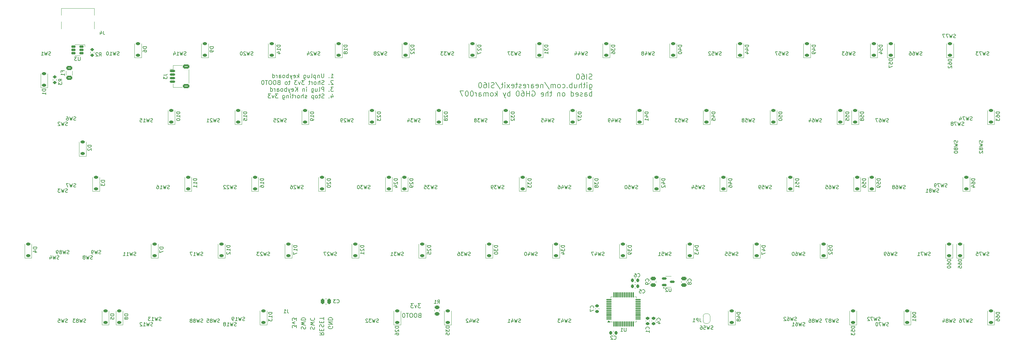
<source format=gbr>
%TF.GenerationSoftware,KiCad,Pcbnew,8.0.2*%
%TF.CreationDate,2025-05-31T21:51:42-07:00*%
%TF.ProjectId,SI60,53493630-2e6b-4696-9361-645f70636258,rev?*%
%TF.SameCoordinates,Original*%
%TF.FileFunction,Legend,Bot*%
%TF.FilePolarity,Positive*%
%FSLAX46Y46*%
G04 Gerber Fmt 4.6, Leading zero omitted, Abs format (unit mm)*
G04 Created by KiCad (PCBNEW 8.0.2) date 2025-05-31 21:51:42*
%MOMM*%
%LPD*%
G01*
G04 APERTURE LIST*
G04 Aperture macros list*
%AMRoundRect*
0 Rectangle with rounded corners*
0 $1 Rounding radius*
0 $2 $3 $4 $5 $6 $7 $8 $9 X,Y pos of 4 corners*
0 Add a 4 corners polygon primitive as box body*
4,1,4,$2,$3,$4,$5,$6,$7,$8,$9,$2,$3,0*
0 Add four circle primitives for the rounded corners*
1,1,$1+$1,$2,$3*
1,1,$1+$1,$4,$5*
1,1,$1+$1,$6,$7*
1,1,$1+$1,$8,$9*
0 Add four rect primitives between the rounded corners*
20,1,$1+$1,$2,$3,$4,$5,0*
20,1,$1+$1,$4,$5,$6,$7,0*
20,1,$1+$1,$6,$7,$8,$9,0*
20,1,$1+$1,$8,$9,$2,$3,0*%
%AMFreePoly0*
4,1,43,0.323205,1.206219,0.527753,1.131770,0.716265,1.022932,0.883013,0.883013,1.022932,0.716265,1.131770,0.527753,1.206219,0.323205,1.244018,0.108837,1.244590,0.082554,1.246389,0.073513,1.246389,-0.073513,1.217705,-0.217714,1.161441,-0.353548,1.079758,-0.475795,0.975795,-0.579758,0.853548,-0.661441,0.717714,-0.717705,0.573513,-0.746389,0.015389,-0.748265,0.000000,-0.750000,
-0.014501,-0.748366,-0.500000,-0.750000,-0.573513,-0.746389,-0.717714,-0.717705,-0.853548,-0.661441,-0.975795,-0.579758,-1.079758,-0.475795,-1.161441,-0.353548,-1.217705,-0.217714,-1.246389,-0.073513,-1.246389,0.073513,-1.244590,0.082554,-1.244018,0.108837,-1.206219,0.323205,-1.131770,0.527753,-1.022932,0.716265,-0.883013,0.883013,-0.716265,1.022932,-0.527753,1.131770,-0.323205,1.206219,
-0.108837,1.244018,0.108837,1.244018,0.323205,1.206219,0.323205,1.206219,$1*%
%AMFreePoly1*
4,1,19,0.500000,-0.750000,0.000000,-0.750000,0.000000,-0.744911,-0.071157,-0.744911,-0.207708,-0.704816,-0.327430,-0.627875,-0.420627,-0.520320,-0.479746,-0.390866,-0.500000,-0.250000,-0.500000,0.250000,-0.479746,0.390866,-0.420627,0.520320,-0.327430,0.627875,-0.207708,0.704816,-0.071157,0.744911,0.000000,0.744911,0.000000,0.750000,0.500000,0.750000,0.500000,-0.750000,0.500000,-0.750000,
$1*%
%AMFreePoly2*
4,1,19,0.000000,0.744911,0.071157,0.744911,0.207708,0.704816,0.327430,0.627875,0.420627,0.520320,0.479746,0.390866,0.500000,0.250000,0.500000,-0.250000,0.479746,-0.390866,0.420627,-0.520320,0.327430,-0.627875,0.207708,-0.704816,0.071157,-0.744911,0.000000,-0.744911,0.000000,-0.750000,-0.500000,-0.750000,-0.500000,0.750000,0.000000,0.750000,0.000000,0.744911,0.000000,0.744911,
$1*%
G04 Aperture macros list end*
%ADD10C,0.200000*%
%ADD11C,0.150000*%
%ADD12C,0.120000*%
%ADD13RoundRect,0.225000X0.375000X-0.225000X0.375000X0.225000X-0.375000X0.225000X-0.375000X-0.225000X0*%
%ADD14FreePoly0,270.000000*%
%ADD15C,2.300000*%
%ADD16FreePoly0,90.000000*%
%ADD17O,7.000240X2.499360*%
%ADD18C,1.400000*%
%ADD19FreePoly0,0.000000*%
%ADD20O,5.001260X2.499360*%
%ADD21C,1.700000*%
%ADD22O,1.700000X1.700000*%
%ADD23C,6.000000*%
%ADD24RoundRect,0.250000X-0.250000X-0.475000X0.250000X-0.475000X0.250000X0.475000X-0.250000X0.475000X0*%
%ADD25RoundRect,0.150000X0.475000X0.150000X-0.475000X0.150000X-0.475000X-0.150000X0.475000X-0.150000X0*%
%ADD26RoundRect,0.150000X-0.625000X0.150000X-0.625000X-0.150000X0.625000X-0.150000X0.625000X0.150000X0*%
%ADD27RoundRect,0.250000X-0.650000X0.350000X-0.650000X-0.350000X0.650000X-0.350000X0.650000X0.350000X0*%
%ADD28RoundRect,0.225000X0.250000X-0.225000X0.250000X0.225000X-0.250000X0.225000X-0.250000X-0.225000X0*%
%ADD29RoundRect,0.250000X0.450000X-0.262500X0.450000X0.262500X-0.450000X0.262500X-0.450000X-0.262500X0*%
%ADD30RoundRect,0.225000X-0.250000X0.225000X-0.250000X-0.225000X0.250000X-0.225000X0.250000X0.225000X0*%
%ADD31RoundRect,0.225000X0.225000X0.250000X-0.225000X0.250000X-0.225000X-0.250000X0.225000X-0.250000X0*%
%ADD32RoundRect,0.250000X0.475000X-0.250000X0.475000X0.250000X-0.475000X0.250000X-0.475000X-0.250000X0*%
%ADD33RoundRect,0.200000X-0.275000X0.200000X-0.275000X-0.200000X0.275000X-0.200000X0.275000X0.200000X0*%
%ADD34RoundRect,0.150000X-0.512500X-0.150000X0.512500X-0.150000X0.512500X0.150000X-0.512500X0.150000X0*%
%ADD35C,0.650000*%
%ADD36R,0.600000X1.450000*%
%ADD37R,0.300000X1.450000*%
%ADD38O,1.000000X1.600000*%
%ADD39O,1.000000X2.100000*%
%ADD40RoundRect,0.075000X-0.662500X-0.075000X0.662500X-0.075000X0.662500X0.075000X-0.662500X0.075000X0*%
%ADD41RoundRect,0.075000X-0.075000X-0.662500X0.075000X-0.662500X0.075000X0.662500X-0.075000X0.662500X0*%
%ADD42RoundRect,0.225000X-0.225000X-0.250000X0.225000X-0.250000X0.225000X0.250000X-0.225000X0.250000X0*%
%ADD43FreePoly1,270.000000*%
%ADD44FreePoly2,270.000000*%
%ADD45RoundRect,0.250000X-0.475000X0.250000X-0.475000X-0.250000X0.475000X-0.250000X0.475000X0.250000X0*%
%ADD46RoundRect,0.250000X-0.625000X0.375000X-0.625000X-0.375000X0.625000X-0.375000X0.625000X0.375000X0*%
G04 APERTURE END LIST*
D10*
X81124136Y-8906943D02*
X81809850Y-8906943D01*
X81466993Y-8906943D02*
X81466993Y-7706943D01*
X81466993Y-7706943D02*
X81581279Y-7878372D01*
X81581279Y-7878372D02*
X81695564Y-7992658D01*
X81695564Y-7992658D02*
X81809850Y-8049801D01*
X80609850Y-8792658D02*
X80552707Y-8849801D01*
X80552707Y-8849801D02*
X80609850Y-8906943D01*
X80609850Y-8906943D02*
X80666993Y-8849801D01*
X80666993Y-8849801D02*
X80609850Y-8792658D01*
X80609850Y-8792658D02*
X80609850Y-8906943D01*
X79124135Y-7706943D02*
X79124135Y-8678372D01*
X79124135Y-8678372D02*
X79066992Y-8792658D01*
X79066992Y-8792658D02*
X79009850Y-8849801D01*
X79009850Y-8849801D02*
X78895564Y-8906943D01*
X78895564Y-8906943D02*
X78666992Y-8906943D01*
X78666992Y-8906943D02*
X78552707Y-8849801D01*
X78552707Y-8849801D02*
X78495564Y-8792658D01*
X78495564Y-8792658D02*
X78438421Y-8678372D01*
X78438421Y-8678372D02*
X78438421Y-7706943D01*
X77866992Y-8106943D02*
X77866992Y-8906943D01*
X77866992Y-8221229D02*
X77809849Y-8164086D01*
X77809849Y-8164086D02*
X77695564Y-8106943D01*
X77695564Y-8106943D02*
X77524135Y-8106943D01*
X77524135Y-8106943D02*
X77409849Y-8164086D01*
X77409849Y-8164086D02*
X77352707Y-8278372D01*
X77352707Y-8278372D02*
X77352707Y-8906943D01*
X76781278Y-8106943D02*
X76781278Y-9306943D01*
X76781278Y-8164086D02*
X76666993Y-8106943D01*
X76666993Y-8106943D02*
X76438421Y-8106943D01*
X76438421Y-8106943D02*
X76324135Y-8164086D01*
X76324135Y-8164086D02*
X76266993Y-8221229D01*
X76266993Y-8221229D02*
X76209850Y-8335515D01*
X76209850Y-8335515D02*
X76209850Y-8678372D01*
X76209850Y-8678372D02*
X76266993Y-8792658D01*
X76266993Y-8792658D02*
X76324135Y-8849801D01*
X76324135Y-8849801D02*
X76438421Y-8906943D01*
X76438421Y-8906943D02*
X76666993Y-8906943D01*
X76666993Y-8906943D02*
X76781278Y-8849801D01*
X75524136Y-8906943D02*
X75638421Y-8849801D01*
X75638421Y-8849801D02*
X75695564Y-8735515D01*
X75695564Y-8735515D02*
X75695564Y-7706943D01*
X74552708Y-8106943D02*
X74552708Y-8906943D01*
X75066993Y-8106943D02*
X75066993Y-8735515D01*
X75066993Y-8735515D02*
X75009850Y-8849801D01*
X75009850Y-8849801D02*
X74895565Y-8906943D01*
X74895565Y-8906943D02*
X74724136Y-8906943D01*
X74724136Y-8906943D02*
X74609850Y-8849801D01*
X74609850Y-8849801D02*
X74552708Y-8792658D01*
X73466994Y-8106943D02*
X73466994Y-9078372D01*
X73466994Y-9078372D02*
X73524136Y-9192658D01*
X73524136Y-9192658D02*
X73581279Y-9249801D01*
X73581279Y-9249801D02*
X73695565Y-9306943D01*
X73695565Y-9306943D02*
X73866994Y-9306943D01*
X73866994Y-9306943D02*
X73981279Y-9249801D01*
X73466994Y-8849801D02*
X73581279Y-8906943D01*
X73581279Y-8906943D02*
X73809851Y-8906943D01*
X73809851Y-8906943D02*
X73924136Y-8849801D01*
X73924136Y-8849801D02*
X73981279Y-8792658D01*
X73981279Y-8792658D02*
X74038422Y-8678372D01*
X74038422Y-8678372D02*
X74038422Y-8335515D01*
X74038422Y-8335515D02*
X73981279Y-8221229D01*
X73981279Y-8221229D02*
X73924136Y-8164086D01*
X73924136Y-8164086D02*
X73809851Y-8106943D01*
X73809851Y-8106943D02*
X73581279Y-8106943D01*
X73581279Y-8106943D02*
X73466994Y-8164086D01*
X71981279Y-8906943D02*
X71981279Y-7706943D01*
X71866994Y-8449801D02*
X71524136Y-8906943D01*
X71524136Y-8106943D02*
X71981279Y-8564086D01*
X70552707Y-8849801D02*
X70666993Y-8906943D01*
X70666993Y-8906943D02*
X70895565Y-8906943D01*
X70895565Y-8906943D02*
X71009850Y-8849801D01*
X71009850Y-8849801D02*
X71066993Y-8735515D01*
X71066993Y-8735515D02*
X71066993Y-8278372D01*
X71066993Y-8278372D02*
X71009850Y-8164086D01*
X71009850Y-8164086D02*
X70895565Y-8106943D01*
X70895565Y-8106943D02*
X70666993Y-8106943D01*
X70666993Y-8106943D02*
X70552707Y-8164086D01*
X70552707Y-8164086D02*
X70495565Y-8278372D01*
X70495565Y-8278372D02*
X70495565Y-8392658D01*
X70495565Y-8392658D02*
X71066993Y-8506943D01*
X70095565Y-8106943D02*
X69809851Y-8906943D01*
X69524136Y-8106943D02*
X69809851Y-8906943D01*
X69809851Y-8906943D02*
X69924136Y-9192658D01*
X69924136Y-9192658D02*
X69981279Y-9249801D01*
X69981279Y-9249801D02*
X70095565Y-9306943D01*
X69066993Y-8906943D02*
X69066993Y-7706943D01*
X69066993Y-8164086D02*
X68952708Y-8106943D01*
X68952708Y-8106943D02*
X68724136Y-8106943D01*
X68724136Y-8106943D02*
X68609850Y-8164086D01*
X68609850Y-8164086D02*
X68552708Y-8221229D01*
X68552708Y-8221229D02*
X68495565Y-8335515D01*
X68495565Y-8335515D02*
X68495565Y-8678372D01*
X68495565Y-8678372D02*
X68552708Y-8792658D01*
X68552708Y-8792658D02*
X68609850Y-8849801D01*
X68609850Y-8849801D02*
X68724136Y-8906943D01*
X68724136Y-8906943D02*
X68952708Y-8906943D01*
X68952708Y-8906943D02*
X69066993Y-8849801D01*
X67809851Y-8906943D02*
X67924136Y-8849801D01*
X67924136Y-8849801D02*
X67981279Y-8792658D01*
X67981279Y-8792658D02*
X68038422Y-8678372D01*
X68038422Y-8678372D02*
X68038422Y-8335515D01*
X68038422Y-8335515D02*
X67981279Y-8221229D01*
X67981279Y-8221229D02*
X67924136Y-8164086D01*
X67924136Y-8164086D02*
X67809851Y-8106943D01*
X67809851Y-8106943D02*
X67638422Y-8106943D01*
X67638422Y-8106943D02*
X67524136Y-8164086D01*
X67524136Y-8164086D02*
X67466994Y-8221229D01*
X67466994Y-8221229D02*
X67409851Y-8335515D01*
X67409851Y-8335515D02*
X67409851Y-8678372D01*
X67409851Y-8678372D02*
X67466994Y-8792658D01*
X67466994Y-8792658D02*
X67524136Y-8849801D01*
X67524136Y-8849801D02*
X67638422Y-8906943D01*
X67638422Y-8906943D02*
X67809851Y-8906943D01*
X66381280Y-8906943D02*
X66381280Y-8278372D01*
X66381280Y-8278372D02*
X66438422Y-8164086D01*
X66438422Y-8164086D02*
X66552708Y-8106943D01*
X66552708Y-8106943D02*
X66781280Y-8106943D01*
X66781280Y-8106943D02*
X66895565Y-8164086D01*
X66381280Y-8849801D02*
X66495565Y-8906943D01*
X66495565Y-8906943D02*
X66781280Y-8906943D01*
X66781280Y-8906943D02*
X66895565Y-8849801D01*
X66895565Y-8849801D02*
X66952708Y-8735515D01*
X66952708Y-8735515D02*
X66952708Y-8621229D01*
X66952708Y-8621229D02*
X66895565Y-8506943D01*
X66895565Y-8506943D02*
X66781280Y-8449801D01*
X66781280Y-8449801D02*
X66495565Y-8449801D01*
X66495565Y-8449801D02*
X66381280Y-8392658D01*
X65809851Y-8906943D02*
X65809851Y-8106943D01*
X65809851Y-8335515D02*
X65752708Y-8221229D01*
X65752708Y-8221229D02*
X65695566Y-8164086D01*
X65695566Y-8164086D02*
X65581280Y-8106943D01*
X65581280Y-8106943D02*
X65466994Y-8106943D01*
X64552709Y-8906943D02*
X64552709Y-7706943D01*
X64552709Y-8849801D02*
X64666994Y-8906943D01*
X64666994Y-8906943D02*
X64895566Y-8906943D01*
X64895566Y-8906943D02*
X65009851Y-8849801D01*
X65009851Y-8849801D02*
X65066994Y-8792658D01*
X65066994Y-8792658D02*
X65124137Y-8678372D01*
X65124137Y-8678372D02*
X65124137Y-8335515D01*
X65124137Y-8335515D02*
X65066994Y-8221229D01*
X65066994Y-8221229D02*
X65009851Y-8164086D01*
X65009851Y-8164086D02*
X64895566Y-8106943D01*
X64895566Y-8106943D02*
X64666994Y-8106943D01*
X64666994Y-8106943D02*
X64552709Y-8164086D01*
X81809850Y-9753162D02*
X81752707Y-9696019D01*
X81752707Y-9696019D02*
X81638422Y-9638876D01*
X81638422Y-9638876D02*
X81352707Y-9638876D01*
X81352707Y-9638876D02*
X81238422Y-9696019D01*
X81238422Y-9696019D02*
X81181279Y-9753162D01*
X81181279Y-9753162D02*
X81124136Y-9867448D01*
X81124136Y-9867448D02*
X81124136Y-9981734D01*
X81124136Y-9981734D02*
X81181279Y-10153162D01*
X81181279Y-10153162D02*
X81866993Y-10838876D01*
X81866993Y-10838876D02*
X81124136Y-10838876D01*
X80609850Y-10724591D02*
X80552707Y-10781734D01*
X80552707Y-10781734D02*
X80609850Y-10838876D01*
X80609850Y-10838876D02*
X80666993Y-10781734D01*
X80666993Y-10781734D02*
X80609850Y-10724591D01*
X80609850Y-10724591D02*
X80609850Y-10838876D01*
X79181278Y-10781734D02*
X79009850Y-10838876D01*
X79009850Y-10838876D02*
X78724135Y-10838876D01*
X78724135Y-10838876D02*
X78609850Y-10781734D01*
X78609850Y-10781734D02*
X78552707Y-10724591D01*
X78552707Y-10724591D02*
X78495564Y-10610305D01*
X78495564Y-10610305D02*
X78495564Y-10496019D01*
X78495564Y-10496019D02*
X78552707Y-10381734D01*
X78552707Y-10381734D02*
X78609850Y-10324591D01*
X78609850Y-10324591D02*
X78724135Y-10267448D01*
X78724135Y-10267448D02*
X78952707Y-10210305D01*
X78952707Y-10210305D02*
X79066992Y-10153162D01*
X79066992Y-10153162D02*
X79124135Y-10096019D01*
X79124135Y-10096019D02*
X79181278Y-9981734D01*
X79181278Y-9981734D02*
X79181278Y-9867448D01*
X79181278Y-9867448D02*
X79124135Y-9753162D01*
X79124135Y-9753162D02*
X79066992Y-9696019D01*
X79066992Y-9696019D02*
X78952707Y-9638876D01*
X78952707Y-9638876D02*
X78666992Y-9638876D01*
X78666992Y-9638876D02*
X78495564Y-9696019D01*
X77981278Y-10838876D02*
X77981278Y-9638876D01*
X77466993Y-10838876D02*
X77466993Y-10210305D01*
X77466993Y-10210305D02*
X77524135Y-10096019D01*
X77524135Y-10096019D02*
X77638421Y-10038876D01*
X77638421Y-10038876D02*
X77809850Y-10038876D01*
X77809850Y-10038876D02*
X77924135Y-10096019D01*
X77924135Y-10096019D02*
X77981278Y-10153162D01*
X76724136Y-10838876D02*
X76838421Y-10781734D01*
X76838421Y-10781734D02*
X76895564Y-10724591D01*
X76895564Y-10724591D02*
X76952707Y-10610305D01*
X76952707Y-10610305D02*
X76952707Y-10267448D01*
X76952707Y-10267448D02*
X76895564Y-10153162D01*
X76895564Y-10153162D02*
X76838421Y-10096019D01*
X76838421Y-10096019D02*
X76724136Y-10038876D01*
X76724136Y-10038876D02*
X76552707Y-10038876D01*
X76552707Y-10038876D02*
X76438421Y-10096019D01*
X76438421Y-10096019D02*
X76381279Y-10153162D01*
X76381279Y-10153162D02*
X76324136Y-10267448D01*
X76324136Y-10267448D02*
X76324136Y-10610305D01*
X76324136Y-10610305D02*
X76381279Y-10724591D01*
X76381279Y-10724591D02*
X76438421Y-10781734D01*
X76438421Y-10781734D02*
X76552707Y-10838876D01*
X76552707Y-10838876D02*
X76724136Y-10838876D01*
X75809850Y-10838876D02*
X75809850Y-10038876D01*
X75809850Y-10267448D02*
X75752707Y-10153162D01*
X75752707Y-10153162D02*
X75695565Y-10096019D01*
X75695565Y-10096019D02*
X75581279Y-10038876D01*
X75581279Y-10038876D02*
X75466993Y-10038876D01*
X75238422Y-10038876D02*
X74781279Y-10038876D01*
X75066993Y-9638876D02*
X75066993Y-10667448D01*
X75066993Y-10667448D02*
X75009850Y-10781734D01*
X75009850Y-10781734D02*
X74895565Y-10838876D01*
X74895565Y-10838876D02*
X74781279Y-10838876D01*
X73581279Y-9638876D02*
X72838422Y-9638876D01*
X72838422Y-9638876D02*
X73238422Y-10096019D01*
X73238422Y-10096019D02*
X73066993Y-10096019D01*
X73066993Y-10096019D02*
X72952708Y-10153162D01*
X72952708Y-10153162D02*
X72895565Y-10210305D01*
X72895565Y-10210305D02*
X72838422Y-10324591D01*
X72838422Y-10324591D02*
X72838422Y-10610305D01*
X72838422Y-10610305D02*
X72895565Y-10724591D01*
X72895565Y-10724591D02*
X72952708Y-10781734D01*
X72952708Y-10781734D02*
X73066993Y-10838876D01*
X73066993Y-10838876D02*
X73409850Y-10838876D01*
X73409850Y-10838876D02*
X73524136Y-10781734D01*
X73524136Y-10781734D02*
X73581279Y-10724591D01*
X72438422Y-10038876D02*
X72152708Y-10838876D01*
X72152708Y-10838876D02*
X71866993Y-10038876D01*
X71524136Y-9638876D02*
X70781279Y-9638876D01*
X70781279Y-9638876D02*
X71181279Y-10096019D01*
X71181279Y-10096019D02*
X71009850Y-10096019D01*
X71009850Y-10096019D02*
X70895565Y-10153162D01*
X70895565Y-10153162D02*
X70838422Y-10210305D01*
X70838422Y-10210305D02*
X70781279Y-10324591D01*
X70781279Y-10324591D02*
X70781279Y-10610305D01*
X70781279Y-10610305D02*
X70838422Y-10724591D01*
X70838422Y-10724591D02*
X70895565Y-10781734D01*
X70895565Y-10781734D02*
X71009850Y-10838876D01*
X71009850Y-10838876D02*
X71352707Y-10838876D01*
X71352707Y-10838876D02*
X71466993Y-10781734D01*
X71466993Y-10781734D02*
X71524136Y-10724591D01*
X69524136Y-10038876D02*
X69066993Y-10038876D01*
X69352707Y-9638876D02*
X69352707Y-10667448D01*
X69352707Y-10667448D02*
X69295564Y-10781734D01*
X69295564Y-10781734D02*
X69181279Y-10838876D01*
X69181279Y-10838876D02*
X69066993Y-10838876D01*
X68495565Y-10838876D02*
X68609850Y-10781734D01*
X68609850Y-10781734D02*
X68666993Y-10724591D01*
X68666993Y-10724591D02*
X68724136Y-10610305D01*
X68724136Y-10610305D02*
X68724136Y-10267448D01*
X68724136Y-10267448D02*
X68666993Y-10153162D01*
X68666993Y-10153162D02*
X68609850Y-10096019D01*
X68609850Y-10096019D02*
X68495565Y-10038876D01*
X68495565Y-10038876D02*
X68324136Y-10038876D01*
X68324136Y-10038876D02*
X68209850Y-10096019D01*
X68209850Y-10096019D02*
X68152708Y-10153162D01*
X68152708Y-10153162D02*
X68095565Y-10267448D01*
X68095565Y-10267448D02*
X68095565Y-10610305D01*
X68095565Y-10610305D02*
X68152708Y-10724591D01*
X68152708Y-10724591D02*
X68209850Y-10781734D01*
X68209850Y-10781734D02*
X68324136Y-10838876D01*
X68324136Y-10838876D02*
X68495565Y-10838876D01*
X66266993Y-10210305D02*
X66095565Y-10267448D01*
X66095565Y-10267448D02*
X66038422Y-10324591D01*
X66038422Y-10324591D02*
X65981279Y-10438876D01*
X65981279Y-10438876D02*
X65981279Y-10610305D01*
X65981279Y-10610305D02*
X66038422Y-10724591D01*
X66038422Y-10724591D02*
X66095565Y-10781734D01*
X66095565Y-10781734D02*
X66209850Y-10838876D01*
X66209850Y-10838876D02*
X66666993Y-10838876D01*
X66666993Y-10838876D02*
X66666993Y-9638876D01*
X66666993Y-9638876D02*
X66266993Y-9638876D01*
X66266993Y-9638876D02*
X66152708Y-9696019D01*
X66152708Y-9696019D02*
X66095565Y-9753162D01*
X66095565Y-9753162D02*
X66038422Y-9867448D01*
X66038422Y-9867448D02*
X66038422Y-9981734D01*
X66038422Y-9981734D02*
X66095565Y-10096019D01*
X66095565Y-10096019D02*
X66152708Y-10153162D01*
X66152708Y-10153162D02*
X66266993Y-10210305D01*
X66266993Y-10210305D02*
X66666993Y-10210305D01*
X65238422Y-9638876D02*
X65009850Y-9638876D01*
X65009850Y-9638876D02*
X64895565Y-9696019D01*
X64895565Y-9696019D02*
X64781279Y-9810305D01*
X64781279Y-9810305D02*
X64724136Y-10038876D01*
X64724136Y-10038876D02*
X64724136Y-10438876D01*
X64724136Y-10438876D02*
X64781279Y-10667448D01*
X64781279Y-10667448D02*
X64895565Y-10781734D01*
X64895565Y-10781734D02*
X65009850Y-10838876D01*
X65009850Y-10838876D02*
X65238422Y-10838876D01*
X65238422Y-10838876D02*
X65352708Y-10781734D01*
X65352708Y-10781734D02*
X65466993Y-10667448D01*
X65466993Y-10667448D02*
X65524136Y-10438876D01*
X65524136Y-10438876D02*
X65524136Y-10038876D01*
X65524136Y-10038876D02*
X65466993Y-9810305D01*
X65466993Y-9810305D02*
X65352708Y-9696019D01*
X65352708Y-9696019D02*
X65238422Y-9638876D01*
X63981279Y-9638876D02*
X63752707Y-9638876D01*
X63752707Y-9638876D02*
X63638422Y-9696019D01*
X63638422Y-9696019D02*
X63524136Y-9810305D01*
X63524136Y-9810305D02*
X63466993Y-10038876D01*
X63466993Y-10038876D02*
X63466993Y-10438876D01*
X63466993Y-10438876D02*
X63524136Y-10667448D01*
X63524136Y-10667448D02*
X63638422Y-10781734D01*
X63638422Y-10781734D02*
X63752707Y-10838876D01*
X63752707Y-10838876D02*
X63981279Y-10838876D01*
X63981279Y-10838876D02*
X64095565Y-10781734D01*
X64095565Y-10781734D02*
X64209850Y-10667448D01*
X64209850Y-10667448D02*
X64266993Y-10438876D01*
X64266993Y-10438876D02*
X64266993Y-10038876D01*
X64266993Y-10038876D02*
X64209850Y-9810305D01*
X64209850Y-9810305D02*
X64095565Y-9696019D01*
X64095565Y-9696019D02*
X63981279Y-9638876D01*
X63124136Y-9638876D02*
X62438422Y-9638876D01*
X62781279Y-10838876D02*
X62781279Y-9638876D01*
X61809850Y-9638876D02*
X61695564Y-9638876D01*
X61695564Y-9638876D02*
X61581278Y-9696019D01*
X61581278Y-9696019D02*
X61524136Y-9753162D01*
X61524136Y-9753162D02*
X61466993Y-9867448D01*
X61466993Y-9867448D02*
X61409850Y-10096019D01*
X61409850Y-10096019D02*
X61409850Y-10381734D01*
X61409850Y-10381734D02*
X61466993Y-10610305D01*
X61466993Y-10610305D02*
X61524136Y-10724591D01*
X61524136Y-10724591D02*
X61581278Y-10781734D01*
X61581278Y-10781734D02*
X61695564Y-10838876D01*
X61695564Y-10838876D02*
X61809850Y-10838876D01*
X61809850Y-10838876D02*
X61924136Y-10781734D01*
X61924136Y-10781734D02*
X61981278Y-10724591D01*
X61981278Y-10724591D02*
X62038421Y-10610305D01*
X62038421Y-10610305D02*
X62095564Y-10381734D01*
X62095564Y-10381734D02*
X62095564Y-10096019D01*
X62095564Y-10096019D02*
X62038421Y-9867448D01*
X62038421Y-9867448D02*
X61981278Y-9753162D01*
X61981278Y-9753162D02*
X61924136Y-9696019D01*
X61924136Y-9696019D02*
X61809850Y-9638876D01*
X81866993Y-11570809D02*
X81124136Y-11570809D01*
X81124136Y-11570809D02*
X81524136Y-12027952D01*
X81524136Y-12027952D02*
X81352707Y-12027952D01*
X81352707Y-12027952D02*
X81238422Y-12085095D01*
X81238422Y-12085095D02*
X81181279Y-12142238D01*
X81181279Y-12142238D02*
X81124136Y-12256524D01*
X81124136Y-12256524D02*
X81124136Y-12542238D01*
X81124136Y-12542238D02*
X81181279Y-12656524D01*
X81181279Y-12656524D02*
X81238422Y-12713667D01*
X81238422Y-12713667D02*
X81352707Y-12770809D01*
X81352707Y-12770809D02*
X81695564Y-12770809D01*
X81695564Y-12770809D02*
X81809850Y-12713667D01*
X81809850Y-12713667D02*
X81866993Y-12656524D01*
X80609850Y-12656524D02*
X80552707Y-12713667D01*
X80552707Y-12713667D02*
X80609850Y-12770809D01*
X80609850Y-12770809D02*
X80666993Y-12713667D01*
X80666993Y-12713667D02*
X80609850Y-12656524D01*
X80609850Y-12656524D02*
X80609850Y-12770809D01*
X79124135Y-12770809D02*
X79124135Y-11570809D01*
X79124135Y-11570809D02*
X78666992Y-11570809D01*
X78666992Y-11570809D02*
X78552707Y-11627952D01*
X78552707Y-11627952D02*
X78495564Y-11685095D01*
X78495564Y-11685095D02*
X78438421Y-11799381D01*
X78438421Y-11799381D02*
X78438421Y-11970809D01*
X78438421Y-11970809D02*
X78495564Y-12085095D01*
X78495564Y-12085095D02*
X78552707Y-12142238D01*
X78552707Y-12142238D02*
X78666992Y-12199381D01*
X78666992Y-12199381D02*
X79124135Y-12199381D01*
X77752707Y-12770809D02*
X77866992Y-12713667D01*
X77866992Y-12713667D02*
X77924135Y-12599381D01*
X77924135Y-12599381D02*
X77924135Y-11570809D01*
X76781279Y-11970809D02*
X76781279Y-12770809D01*
X77295564Y-11970809D02*
X77295564Y-12599381D01*
X77295564Y-12599381D02*
X77238421Y-12713667D01*
X77238421Y-12713667D02*
X77124136Y-12770809D01*
X77124136Y-12770809D02*
X76952707Y-12770809D01*
X76952707Y-12770809D02*
X76838421Y-12713667D01*
X76838421Y-12713667D02*
X76781279Y-12656524D01*
X75695565Y-11970809D02*
X75695565Y-12942238D01*
X75695565Y-12942238D02*
X75752707Y-13056524D01*
X75752707Y-13056524D02*
X75809850Y-13113667D01*
X75809850Y-13113667D02*
X75924136Y-13170809D01*
X75924136Y-13170809D02*
X76095565Y-13170809D01*
X76095565Y-13170809D02*
X76209850Y-13113667D01*
X75695565Y-12713667D02*
X75809850Y-12770809D01*
X75809850Y-12770809D02*
X76038422Y-12770809D01*
X76038422Y-12770809D02*
X76152707Y-12713667D01*
X76152707Y-12713667D02*
X76209850Y-12656524D01*
X76209850Y-12656524D02*
X76266993Y-12542238D01*
X76266993Y-12542238D02*
X76266993Y-12199381D01*
X76266993Y-12199381D02*
X76209850Y-12085095D01*
X76209850Y-12085095D02*
X76152707Y-12027952D01*
X76152707Y-12027952D02*
X76038422Y-11970809D01*
X76038422Y-11970809D02*
X75809850Y-11970809D01*
X75809850Y-11970809D02*
X75695565Y-12027952D01*
X74209850Y-12770809D02*
X74209850Y-11970809D01*
X74209850Y-11570809D02*
X74266993Y-11627952D01*
X74266993Y-11627952D02*
X74209850Y-11685095D01*
X74209850Y-11685095D02*
X74152707Y-11627952D01*
X74152707Y-11627952D02*
X74209850Y-11570809D01*
X74209850Y-11570809D02*
X74209850Y-11685095D01*
X73638421Y-11970809D02*
X73638421Y-12770809D01*
X73638421Y-12085095D02*
X73581278Y-12027952D01*
X73581278Y-12027952D02*
X73466993Y-11970809D01*
X73466993Y-11970809D02*
X73295564Y-11970809D01*
X73295564Y-11970809D02*
X73181278Y-12027952D01*
X73181278Y-12027952D02*
X73124136Y-12142238D01*
X73124136Y-12142238D02*
X73124136Y-12770809D01*
X71638421Y-12770809D02*
X71638421Y-11570809D01*
X70952707Y-12770809D02*
X71466993Y-12085095D01*
X70952707Y-11570809D02*
X71638421Y-12256524D01*
X69981278Y-12713667D02*
X70095564Y-12770809D01*
X70095564Y-12770809D02*
X70324136Y-12770809D01*
X70324136Y-12770809D02*
X70438421Y-12713667D01*
X70438421Y-12713667D02*
X70495564Y-12599381D01*
X70495564Y-12599381D02*
X70495564Y-12142238D01*
X70495564Y-12142238D02*
X70438421Y-12027952D01*
X70438421Y-12027952D02*
X70324136Y-11970809D01*
X70324136Y-11970809D02*
X70095564Y-11970809D01*
X70095564Y-11970809D02*
X69981278Y-12027952D01*
X69981278Y-12027952D02*
X69924136Y-12142238D01*
X69924136Y-12142238D02*
X69924136Y-12256524D01*
X69924136Y-12256524D02*
X70495564Y-12370809D01*
X69524136Y-11970809D02*
X69238422Y-12770809D01*
X68952707Y-11970809D02*
X69238422Y-12770809D01*
X69238422Y-12770809D02*
X69352707Y-13056524D01*
X69352707Y-13056524D02*
X69409850Y-13113667D01*
X69409850Y-13113667D02*
X69524136Y-13170809D01*
X68495564Y-12770809D02*
X68495564Y-11570809D01*
X68495564Y-12027952D02*
X68381279Y-11970809D01*
X68381279Y-11970809D02*
X68152707Y-11970809D01*
X68152707Y-11970809D02*
X68038421Y-12027952D01*
X68038421Y-12027952D02*
X67981279Y-12085095D01*
X67981279Y-12085095D02*
X67924136Y-12199381D01*
X67924136Y-12199381D02*
X67924136Y-12542238D01*
X67924136Y-12542238D02*
X67981279Y-12656524D01*
X67981279Y-12656524D02*
X68038421Y-12713667D01*
X68038421Y-12713667D02*
X68152707Y-12770809D01*
X68152707Y-12770809D02*
X68381279Y-12770809D01*
X68381279Y-12770809D02*
X68495564Y-12713667D01*
X67238422Y-12770809D02*
X67352707Y-12713667D01*
X67352707Y-12713667D02*
X67409850Y-12656524D01*
X67409850Y-12656524D02*
X67466993Y-12542238D01*
X67466993Y-12542238D02*
X67466993Y-12199381D01*
X67466993Y-12199381D02*
X67409850Y-12085095D01*
X67409850Y-12085095D02*
X67352707Y-12027952D01*
X67352707Y-12027952D02*
X67238422Y-11970809D01*
X67238422Y-11970809D02*
X67066993Y-11970809D01*
X67066993Y-11970809D02*
X66952707Y-12027952D01*
X66952707Y-12027952D02*
X66895565Y-12085095D01*
X66895565Y-12085095D02*
X66838422Y-12199381D01*
X66838422Y-12199381D02*
X66838422Y-12542238D01*
X66838422Y-12542238D02*
X66895565Y-12656524D01*
X66895565Y-12656524D02*
X66952707Y-12713667D01*
X66952707Y-12713667D02*
X67066993Y-12770809D01*
X67066993Y-12770809D02*
X67238422Y-12770809D01*
X65809851Y-12770809D02*
X65809851Y-12142238D01*
X65809851Y-12142238D02*
X65866993Y-12027952D01*
X65866993Y-12027952D02*
X65981279Y-11970809D01*
X65981279Y-11970809D02*
X66209851Y-11970809D01*
X66209851Y-11970809D02*
X66324136Y-12027952D01*
X65809851Y-12713667D02*
X65924136Y-12770809D01*
X65924136Y-12770809D02*
X66209851Y-12770809D01*
X66209851Y-12770809D02*
X66324136Y-12713667D01*
X66324136Y-12713667D02*
X66381279Y-12599381D01*
X66381279Y-12599381D02*
X66381279Y-12485095D01*
X66381279Y-12485095D02*
X66324136Y-12370809D01*
X66324136Y-12370809D02*
X66209851Y-12313667D01*
X66209851Y-12313667D02*
X65924136Y-12313667D01*
X65924136Y-12313667D02*
X65809851Y-12256524D01*
X65238422Y-12770809D02*
X65238422Y-11970809D01*
X65238422Y-12199381D02*
X65181279Y-12085095D01*
X65181279Y-12085095D02*
X65124137Y-12027952D01*
X65124137Y-12027952D02*
X65009851Y-11970809D01*
X65009851Y-11970809D02*
X64895565Y-11970809D01*
X63981280Y-12770809D02*
X63981280Y-11570809D01*
X63981280Y-12713667D02*
X64095565Y-12770809D01*
X64095565Y-12770809D02*
X64324137Y-12770809D01*
X64324137Y-12770809D02*
X64438422Y-12713667D01*
X64438422Y-12713667D02*
X64495565Y-12656524D01*
X64495565Y-12656524D02*
X64552708Y-12542238D01*
X64552708Y-12542238D02*
X64552708Y-12199381D01*
X64552708Y-12199381D02*
X64495565Y-12085095D01*
X64495565Y-12085095D02*
X64438422Y-12027952D01*
X64438422Y-12027952D02*
X64324137Y-11970809D01*
X64324137Y-11970809D02*
X64095565Y-11970809D01*
X64095565Y-11970809D02*
X63981280Y-12027952D01*
X81238422Y-13902742D02*
X81238422Y-14702742D01*
X81524136Y-13445600D02*
X81809850Y-14302742D01*
X81809850Y-14302742D02*
X81066993Y-14302742D01*
X80609850Y-14588457D02*
X80552707Y-14645600D01*
X80552707Y-14645600D02*
X80609850Y-14702742D01*
X80609850Y-14702742D02*
X80666993Y-14645600D01*
X80666993Y-14645600D02*
X80609850Y-14588457D01*
X80609850Y-14588457D02*
X80609850Y-14702742D01*
X79181278Y-14645600D02*
X79009850Y-14702742D01*
X79009850Y-14702742D02*
X78724135Y-14702742D01*
X78724135Y-14702742D02*
X78609850Y-14645600D01*
X78609850Y-14645600D02*
X78552707Y-14588457D01*
X78552707Y-14588457D02*
X78495564Y-14474171D01*
X78495564Y-14474171D02*
X78495564Y-14359885D01*
X78495564Y-14359885D02*
X78552707Y-14245600D01*
X78552707Y-14245600D02*
X78609850Y-14188457D01*
X78609850Y-14188457D02*
X78724135Y-14131314D01*
X78724135Y-14131314D02*
X78952707Y-14074171D01*
X78952707Y-14074171D02*
X79066992Y-14017028D01*
X79066992Y-14017028D02*
X79124135Y-13959885D01*
X79124135Y-13959885D02*
X79181278Y-13845600D01*
X79181278Y-13845600D02*
X79181278Y-13731314D01*
X79181278Y-13731314D02*
X79124135Y-13617028D01*
X79124135Y-13617028D02*
X79066992Y-13559885D01*
X79066992Y-13559885D02*
X78952707Y-13502742D01*
X78952707Y-13502742D02*
X78666992Y-13502742D01*
X78666992Y-13502742D02*
X78495564Y-13559885D01*
X78152707Y-13902742D02*
X77695564Y-13902742D01*
X77981278Y-13502742D02*
X77981278Y-14531314D01*
X77981278Y-14531314D02*
X77924135Y-14645600D01*
X77924135Y-14645600D02*
X77809850Y-14702742D01*
X77809850Y-14702742D02*
X77695564Y-14702742D01*
X77124136Y-14702742D02*
X77238421Y-14645600D01*
X77238421Y-14645600D02*
X77295564Y-14588457D01*
X77295564Y-14588457D02*
X77352707Y-14474171D01*
X77352707Y-14474171D02*
X77352707Y-14131314D01*
X77352707Y-14131314D02*
X77295564Y-14017028D01*
X77295564Y-14017028D02*
X77238421Y-13959885D01*
X77238421Y-13959885D02*
X77124136Y-13902742D01*
X77124136Y-13902742D02*
X76952707Y-13902742D01*
X76952707Y-13902742D02*
X76838421Y-13959885D01*
X76838421Y-13959885D02*
X76781279Y-14017028D01*
X76781279Y-14017028D02*
X76724136Y-14131314D01*
X76724136Y-14131314D02*
X76724136Y-14474171D01*
X76724136Y-14474171D02*
X76781279Y-14588457D01*
X76781279Y-14588457D02*
X76838421Y-14645600D01*
X76838421Y-14645600D02*
X76952707Y-14702742D01*
X76952707Y-14702742D02*
X77124136Y-14702742D01*
X76209850Y-13902742D02*
X76209850Y-15102742D01*
X76209850Y-13959885D02*
X76095565Y-13902742D01*
X76095565Y-13902742D02*
X75866993Y-13902742D01*
X75866993Y-13902742D02*
X75752707Y-13959885D01*
X75752707Y-13959885D02*
X75695565Y-14017028D01*
X75695565Y-14017028D02*
X75638422Y-14131314D01*
X75638422Y-14131314D02*
X75638422Y-14474171D01*
X75638422Y-14474171D02*
X75695565Y-14588457D01*
X75695565Y-14588457D02*
X75752707Y-14645600D01*
X75752707Y-14645600D02*
X75866993Y-14702742D01*
X75866993Y-14702742D02*
X76095565Y-14702742D01*
X76095565Y-14702742D02*
X76209850Y-14645600D01*
X74266993Y-14645600D02*
X74152707Y-14702742D01*
X74152707Y-14702742D02*
X73924136Y-14702742D01*
X73924136Y-14702742D02*
X73809850Y-14645600D01*
X73809850Y-14645600D02*
X73752707Y-14531314D01*
X73752707Y-14531314D02*
X73752707Y-14474171D01*
X73752707Y-14474171D02*
X73809850Y-14359885D01*
X73809850Y-14359885D02*
X73924136Y-14302742D01*
X73924136Y-14302742D02*
X74095565Y-14302742D01*
X74095565Y-14302742D02*
X74209850Y-14245600D01*
X74209850Y-14245600D02*
X74266993Y-14131314D01*
X74266993Y-14131314D02*
X74266993Y-14074171D01*
X74266993Y-14074171D02*
X74209850Y-13959885D01*
X74209850Y-13959885D02*
X74095565Y-13902742D01*
X74095565Y-13902742D02*
X73924136Y-13902742D01*
X73924136Y-13902742D02*
X73809850Y-13959885D01*
X73238421Y-14702742D02*
X73238421Y-13502742D01*
X72724136Y-14702742D02*
X72724136Y-14074171D01*
X72724136Y-14074171D02*
X72781278Y-13959885D01*
X72781278Y-13959885D02*
X72895564Y-13902742D01*
X72895564Y-13902742D02*
X73066993Y-13902742D01*
X73066993Y-13902742D02*
X73181278Y-13959885D01*
X73181278Y-13959885D02*
X73238421Y-14017028D01*
X71981279Y-14702742D02*
X72095564Y-14645600D01*
X72095564Y-14645600D02*
X72152707Y-14588457D01*
X72152707Y-14588457D02*
X72209850Y-14474171D01*
X72209850Y-14474171D02*
X72209850Y-14131314D01*
X72209850Y-14131314D02*
X72152707Y-14017028D01*
X72152707Y-14017028D02*
X72095564Y-13959885D01*
X72095564Y-13959885D02*
X71981279Y-13902742D01*
X71981279Y-13902742D02*
X71809850Y-13902742D01*
X71809850Y-13902742D02*
X71695564Y-13959885D01*
X71695564Y-13959885D02*
X71638422Y-14017028D01*
X71638422Y-14017028D02*
X71581279Y-14131314D01*
X71581279Y-14131314D02*
X71581279Y-14474171D01*
X71581279Y-14474171D02*
X71638422Y-14588457D01*
X71638422Y-14588457D02*
X71695564Y-14645600D01*
X71695564Y-14645600D02*
X71809850Y-14702742D01*
X71809850Y-14702742D02*
X71981279Y-14702742D01*
X71066993Y-14702742D02*
X71066993Y-13902742D01*
X71066993Y-14131314D02*
X71009850Y-14017028D01*
X71009850Y-14017028D02*
X70952708Y-13959885D01*
X70952708Y-13959885D02*
X70838422Y-13902742D01*
X70838422Y-13902742D02*
X70724136Y-13902742D01*
X70495565Y-13902742D02*
X70038422Y-13902742D01*
X70324136Y-13502742D02*
X70324136Y-14531314D01*
X70324136Y-14531314D02*
X70266993Y-14645600D01*
X70266993Y-14645600D02*
X70152708Y-14702742D01*
X70152708Y-14702742D02*
X70038422Y-14702742D01*
X69638422Y-14702742D02*
X69638422Y-13902742D01*
X69638422Y-13502742D02*
X69695565Y-13559885D01*
X69695565Y-13559885D02*
X69638422Y-13617028D01*
X69638422Y-13617028D02*
X69581279Y-13559885D01*
X69581279Y-13559885D02*
X69638422Y-13502742D01*
X69638422Y-13502742D02*
X69638422Y-13617028D01*
X69066993Y-13902742D02*
X69066993Y-14702742D01*
X69066993Y-14017028D02*
X69009850Y-13959885D01*
X69009850Y-13959885D02*
X68895565Y-13902742D01*
X68895565Y-13902742D02*
X68724136Y-13902742D01*
X68724136Y-13902742D02*
X68609850Y-13959885D01*
X68609850Y-13959885D02*
X68552708Y-14074171D01*
X68552708Y-14074171D02*
X68552708Y-14702742D01*
X67466994Y-13902742D02*
X67466994Y-14874171D01*
X67466994Y-14874171D02*
X67524136Y-14988457D01*
X67524136Y-14988457D02*
X67581279Y-15045600D01*
X67581279Y-15045600D02*
X67695565Y-15102742D01*
X67695565Y-15102742D02*
X67866994Y-15102742D01*
X67866994Y-15102742D02*
X67981279Y-15045600D01*
X67466994Y-14645600D02*
X67581279Y-14702742D01*
X67581279Y-14702742D02*
X67809851Y-14702742D01*
X67809851Y-14702742D02*
X67924136Y-14645600D01*
X67924136Y-14645600D02*
X67981279Y-14588457D01*
X67981279Y-14588457D02*
X68038422Y-14474171D01*
X68038422Y-14474171D02*
X68038422Y-14131314D01*
X68038422Y-14131314D02*
X67981279Y-14017028D01*
X67981279Y-14017028D02*
X67924136Y-13959885D01*
X67924136Y-13959885D02*
X67809851Y-13902742D01*
X67809851Y-13902742D02*
X67581279Y-13902742D01*
X67581279Y-13902742D02*
X67466994Y-13959885D01*
X66095565Y-13502742D02*
X65352708Y-13502742D01*
X65352708Y-13502742D02*
X65752708Y-13959885D01*
X65752708Y-13959885D02*
X65581279Y-13959885D01*
X65581279Y-13959885D02*
X65466994Y-14017028D01*
X65466994Y-14017028D02*
X65409851Y-14074171D01*
X65409851Y-14074171D02*
X65352708Y-14188457D01*
X65352708Y-14188457D02*
X65352708Y-14474171D01*
X65352708Y-14474171D02*
X65409851Y-14588457D01*
X65409851Y-14588457D02*
X65466994Y-14645600D01*
X65466994Y-14645600D02*
X65581279Y-14702742D01*
X65581279Y-14702742D02*
X65924136Y-14702742D01*
X65924136Y-14702742D02*
X66038422Y-14645600D01*
X66038422Y-14645600D02*
X66095565Y-14588457D01*
X64952708Y-13902742D02*
X64666994Y-14702742D01*
X64666994Y-14702742D02*
X64381279Y-13902742D01*
X64038422Y-13502742D02*
X63295565Y-13502742D01*
X63295565Y-13502742D02*
X63695565Y-13959885D01*
X63695565Y-13959885D02*
X63524136Y-13959885D01*
X63524136Y-13959885D02*
X63409851Y-14017028D01*
X63409851Y-14017028D02*
X63352708Y-14074171D01*
X63352708Y-14074171D02*
X63295565Y-14188457D01*
X63295565Y-14188457D02*
X63295565Y-14474171D01*
X63295565Y-14474171D02*
X63352708Y-14588457D01*
X63352708Y-14588457D02*
X63409851Y-14645600D01*
X63409851Y-14645600D02*
X63524136Y-14702742D01*
X63524136Y-14702742D02*
X63866993Y-14702742D01*
X63866993Y-14702742D02*
X63981279Y-14645600D01*
X63981279Y-14645600D02*
X64038422Y-14588457D01*
X155492707Y-9264768D02*
X155278422Y-9336196D01*
X155278422Y-9336196D02*
X154921279Y-9336196D01*
X154921279Y-9336196D02*
X154778422Y-9264768D01*
X154778422Y-9264768D02*
X154706993Y-9193339D01*
X154706993Y-9193339D02*
X154635564Y-9050482D01*
X154635564Y-9050482D02*
X154635564Y-8907625D01*
X154635564Y-8907625D02*
X154706993Y-8764768D01*
X154706993Y-8764768D02*
X154778422Y-8693339D01*
X154778422Y-8693339D02*
X154921279Y-8621910D01*
X154921279Y-8621910D02*
X155206993Y-8550482D01*
X155206993Y-8550482D02*
X155349850Y-8479053D01*
X155349850Y-8479053D02*
X155421279Y-8407625D01*
X155421279Y-8407625D02*
X155492707Y-8264768D01*
X155492707Y-8264768D02*
X155492707Y-8121910D01*
X155492707Y-8121910D02*
X155421279Y-7979053D01*
X155421279Y-7979053D02*
X155349850Y-7907625D01*
X155349850Y-7907625D02*
X155206993Y-7836196D01*
X155206993Y-7836196D02*
X154849850Y-7836196D01*
X154849850Y-7836196D02*
X154635564Y-7907625D01*
X153992708Y-9336196D02*
X153992708Y-7836196D01*
X152635565Y-7836196D02*
X152921279Y-7836196D01*
X152921279Y-7836196D02*
X153064136Y-7907625D01*
X153064136Y-7907625D02*
X153135565Y-7979053D01*
X153135565Y-7979053D02*
X153278422Y-8193339D01*
X153278422Y-8193339D02*
X153349850Y-8479053D01*
X153349850Y-8479053D02*
X153349850Y-9050482D01*
X153349850Y-9050482D02*
X153278422Y-9193339D01*
X153278422Y-9193339D02*
X153206993Y-9264768D01*
X153206993Y-9264768D02*
X153064136Y-9336196D01*
X153064136Y-9336196D02*
X152778422Y-9336196D01*
X152778422Y-9336196D02*
X152635565Y-9264768D01*
X152635565Y-9264768D02*
X152564136Y-9193339D01*
X152564136Y-9193339D02*
X152492707Y-9050482D01*
X152492707Y-9050482D02*
X152492707Y-8693339D01*
X152492707Y-8693339D02*
X152564136Y-8550482D01*
X152564136Y-8550482D02*
X152635565Y-8479053D01*
X152635565Y-8479053D02*
X152778422Y-8407625D01*
X152778422Y-8407625D02*
X153064136Y-8407625D01*
X153064136Y-8407625D02*
X153206993Y-8479053D01*
X153206993Y-8479053D02*
X153278422Y-8550482D01*
X153278422Y-8550482D02*
X153349850Y-8693339D01*
X151564136Y-7836196D02*
X151421279Y-7836196D01*
X151421279Y-7836196D02*
X151278422Y-7907625D01*
X151278422Y-7907625D02*
X151206994Y-7979053D01*
X151206994Y-7979053D02*
X151135565Y-8121910D01*
X151135565Y-8121910D02*
X151064136Y-8407625D01*
X151064136Y-8407625D02*
X151064136Y-8764768D01*
X151064136Y-8764768D02*
X151135565Y-9050482D01*
X151135565Y-9050482D02*
X151206994Y-9193339D01*
X151206994Y-9193339D02*
X151278422Y-9264768D01*
X151278422Y-9264768D02*
X151421279Y-9336196D01*
X151421279Y-9336196D02*
X151564136Y-9336196D01*
X151564136Y-9336196D02*
X151706994Y-9264768D01*
X151706994Y-9264768D02*
X151778422Y-9193339D01*
X151778422Y-9193339D02*
X151849851Y-9050482D01*
X151849851Y-9050482D02*
X151921279Y-8764768D01*
X151921279Y-8764768D02*
X151921279Y-8407625D01*
X151921279Y-8407625D02*
X151849851Y-8121910D01*
X151849851Y-8121910D02*
X151778422Y-7979053D01*
X151778422Y-7979053D02*
X151706994Y-7907625D01*
X151706994Y-7907625D02*
X151564136Y-7836196D01*
X154778422Y-10751112D02*
X154778422Y-11965398D01*
X154778422Y-11965398D02*
X154849850Y-12108255D01*
X154849850Y-12108255D02*
X154921279Y-12179684D01*
X154921279Y-12179684D02*
X155064136Y-12251112D01*
X155064136Y-12251112D02*
X155278422Y-12251112D01*
X155278422Y-12251112D02*
X155421279Y-12179684D01*
X154778422Y-11679684D02*
X154921279Y-11751112D01*
X154921279Y-11751112D02*
X155206993Y-11751112D01*
X155206993Y-11751112D02*
X155349850Y-11679684D01*
X155349850Y-11679684D02*
X155421279Y-11608255D01*
X155421279Y-11608255D02*
X155492707Y-11465398D01*
X155492707Y-11465398D02*
X155492707Y-11036826D01*
X155492707Y-11036826D02*
X155421279Y-10893969D01*
X155421279Y-10893969D02*
X155349850Y-10822541D01*
X155349850Y-10822541D02*
X155206993Y-10751112D01*
X155206993Y-10751112D02*
X154921279Y-10751112D01*
X154921279Y-10751112D02*
X154778422Y-10822541D01*
X154064136Y-11751112D02*
X154064136Y-10751112D01*
X154064136Y-10251112D02*
X154135564Y-10322541D01*
X154135564Y-10322541D02*
X154064136Y-10393969D01*
X154064136Y-10393969D02*
X153992707Y-10322541D01*
X153992707Y-10322541D02*
X154064136Y-10251112D01*
X154064136Y-10251112D02*
X154064136Y-10393969D01*
X153564135Y-10751112D02*
X152992707Y-10751112D01*
X153349850Y-10251112D02*
X153349850Y-11536826D01*
X153349850Y-11536826D02*
X153278421Y-11679684D01*
X153278421Y-11679684D02*
X153135564Y-11751112D01*
X153135564Y-11751112D02*
X152992707Y-11751112D01*
X152492707Y-11751112D02*
X152492707Y-10251112D01*
X151849850Y-11751112D02*
X151849850Y-10965398D01*
X151849850Y-10965398D02*
X151921278Y-10822541D01*
X151921278Y-10822541D02*
X152064135Y-10751112D01*
X152064135Y-10751112D02*
X152278421Y-10751112D01*
X152278421Y-10751112D02*
X152421278Y-10822541D01*
X152421278Y-10822541D02*
X152492707Y-10893969D01*
X150492707Y-10751112D02*
X150492707Y-11751112D01*
X151135564Y-10751112D02*
X151135564Y-11536826D01*
X151135564Y-11536826D02*
X151064135Y-11679684D01*
X151064135Y-11679684D02*
X150921278Y-11751112D01*
X150921278Y-11751112D02*
X150706992Y-11751112D01*
X150706992Y-11751112D02*
X150564135Y-11679684D01*
X150564135Y-11679684D02*
X150492707Y-11608255D01*
X149778421Y-11751112D02*
X149778421Y-10251112D01*
X149778421Y-10822541D02*
X149635564Y-10751112D01*
X149635564Y-10751112D02*
X149349849Y-10751112D01*
X149349849Y-10751112D02*
X149206992Y-10822541D01*
X149206992Y-10822541D02*
X149135564Y-10893969D01*
X149135564Y-10893969D02*
X149064135Y-11036826D01*
X149064135Y-11036826D02*
X149064135Y-11465398D01*
X149064135Y-11465398D02*
X149135564Y-11608255D01*
X149135564Y-11608255D02*
X149206992Y-11679684D01*
X149206992Y-11679684D02*
X149349849Y-11751112D01*
X149349849Y-11751112D02*
X149635564Y-11751112D01*
X149635564Y-11751112D02*
X149778421Y-11679684D01*
X148421278Y-11608255D02*
X148349849Y-11679684D01*
X148349849Y-11679684D02*
X148421278Y-11751112D01*
X148421278Y-11751112D02*
X148492706Y-11679684D01*
X148492706Y-11679684D02*
X148421278Y-11608255D01*
X148421278Y-11608255D02*
X148421278Y-11751112D01*
X147064135Y-11679684D02*
X147206992Y-11751112D01*
X147206992Y-11751112D02*
X147492706Y-11751112D01*
X147492706Y-11751112D02*
X147635563Y-11679684D01*
X147635563Y-11679684D02*
X147706992Y-11608255D01*
X147706992Y-11608255D02*
X147778420Y-11465398D01*
X147778420Y-11465398D02*
X147778420Y-11036826D01*
X147778420Y-11036826D02*
X147706992Y-10893969D01*
X147706992Y-10893969D02*
X147635563Y-10822541D01*
X147635563Y-10822541D02*
X147492706Y-10751112D01*
X147492706Y-10751112D02*
X147206992Y-10751112D01*
X147206992Y-10751112D02*
X147064135Y-10822541D01*
X146206992Y-11751112D02*
X146349849Y-11679684D01*
X146349849Y-11679684D02*
X146421278Y-11608255D01*
X146421278Y-11608255D02*
X146492706Y-11465398D01*
X146492706Y-11465398D02*
X146492706Y-11036826D01*
X146492706Y-11036826D02*
X146421278Y-10893969D01*
X146421278Y-10893969D02*
X146349849Y-10822541D01*
X146349849Y-10822541D02*
X146206992Y-10751112D01*
X146206992Y-10751112D02*
X145992706Y-10751112D01*
X145992706Y-10751112D02*
X145849849Y-10822541D01*
X145849849Y-10822541D02*
X145778421Y-10893969D01*
X145778421Y-10893969D02*
X145706992Y-11036826D01*
X145706992Y-11036826D02*
X145706992Y-11465398D01*
X145706992Y-11465398D02*
X145778421Y-11608255D01*
X145778421Y-11608255D02*
X145849849Y-11679684D01*
X145849849Y-11679684D02*
X145992706Y-11751112D01*
X145992706Y-11751112D02*
X146206992Y-11751112D01*
X145064135Y-11751112D02*
X145064135Y-10751112D01*
X145064135Y-10893969D02*
X144992706Y-10822541D01*
X144992706Y-10822541D02*
X144849849Y-10751112D01*
X144849849Y-10751112D02*
X144635563Y-10751112D01*
X144635563Y-10751112D02*
X144492706Y-10822541D01*
X144492706Y-10822541D02*
X144421278Y-10965398D01*
X144421278Y-10965398D02*
X144421278Y-11751112D01*
X144421278Y-10965398D02*
X144349849Y-10822541D01*
X144349849Y-10822541D02*
X144206992Y-10751112D01*
X144206992Y-10751112D02*
X143992706Y-10751112D01*
X143992706Y-10751112D02*
X143849849Y-10822541D01*
X143849849Y-10822541D02*
X143778420Y-10965398D01*
X143778420Y-10965398D02*
X143778420Y-11751112D01*
X141992706Y-10179684D02*
X143278420Y-12108255D01*
X141492706Y-10751112D02*
X141492706Y-11751112D01*
X141492706Y-10893969D02*
X141421277Y-10822541D01*
X141421277Y-10822541D02*
X141278420Y-10751112D01*
X141278420Y-10751112D02*
X141064134Y-10751112D01*
X141064134Y-10751112D02*
X140921277Y-10822541D01*
X140921277Y-10822541D02*
X140849849Y-10965398D01*
X140849849Y-10965398D02*
X140849849Y-11751112D01*
X139564134Y-11679684D02*
X139706991Y-11751112D01*
X139706991Y-11751112D02*
X139992706Y-11751112D01*
X139992706Y-11751112D02*
X140135563Y-11679684D01*
X140135563Y-11679684D02*
X140206991Y-11536826D01*
X140206991Y-11536826D02*
X140206991Y-10965398D01*
X140206991Y-10965398D02*
X140135563Y-10822541D01*
X140135563Y-10822541D02*
X139992706Y-10751112D01*
X139992706Y-10751112D02*
X139706991Y-10751112D01*
X139706991Y-10751112D02*
X139564134Y-10822541D01*
X139564134Y-10822541D02*
X139492706Y-10965398D01*
X139492706Y-10965398D02*
X139492706Y-11108255D01*
X139492706Y-11108255D02*
X140206991Y-11251112D01*
X138206992Y-11751112D02*
X138206992Y-10965398D01*
X138206992Y-10965398D02*
X138278420Y-10822541D01*
X138278420Y-10822541D02*
X138421277Y-10751112D01*
X138421277Y-10751112D02*
X138706992Y-10751112D01*
X138706992Y-10751112D02*
X138849849Y-10822541D01*
X138206992Y-11679684D02*
X138349849Y-11751112D01*
X138349849Y-11751112D02*
X138706992Y-11751112D01*
X138706992Y-11751112D02*
X138849849Y-11679684D01*
X138849849Y-11679684D02*
X138921277Y-11536826D01*
X138921277Y-11536826D02*
X138921277Y-11393969D01*
X138921277Y-11393969D02*
X138849849Y-11251112D01*
X138849849Y-11251112D02*
X138706992Y-11179684D01*
X138706992Y-11179684D02*
X138349849Y-11179684D01*
X138349849Y-11179684D02*
X138206992Y-11108255D01*
X137492706Y-11751112D02*
X137492706Y-10751112D01*
X137492706Y-11036826D02*
X137421277Y-10893969D01*
X137421277Y-10893969D02*
X137349849Y-10822541D01*
X137349849Y-10822541D02*
X137206991Y-10751112D01*
X137206991Y-10751112D02*
X137064134Y-10751112D01*
X135992706Y-11679684D02*
X136135563Y-11751112D01*
X136135563Y-11751112D02*
X136421278Y-11751112D01*
X136421278Y-11751112D02*
X136564135Y-11679684D01*
X136564135Y-11679684D02*
X136635563Y-11536826D01*
X136635563Y-11536826D02*
X136635563Y-10965398D01*
X136635563Y-10965398D02*
X136564135Y-10822541D01*
X136564135Y-10822541D02*
X136421278Y-10751112D01*
X136421278Y-10751112D02*
X136135563Y-10751112D01*
X136135563Y-10751112D02*
X135992706Y-10822541D01*
X135992706Y-10822541D02*
X135921278Y-10965398D01*
X135921278Y-10965398D02*
X135921278Y-11108255D01*
X135921278Y-11108255D02*
X136635563Y-11251112D01*
X135349849Y-11679684D02*
X135206992Y-11751112D01*
X135206992Y-11751112D02*
X134921278Y-11751112D01*
X134921278Y-11751112D02*
X134778421Y-11679684D01*
X134778421Y-11679684D02*
X134706992Y-11536826D01*
X134706992Y-11536826D02*
X134706992Y-11465398D01*
X134706992Y-11465398D02*
X134778421Y-11322541D01*
X134778421Y-11322541D02*
X134921278Y-11251112D01*
X134921278Y-11251112D02*
X135135564Y-11251112D01*
X135135564Y-11251112D02*
X135278421Y-11179684D01*
X135278421Y-11179684D02*
X135349849Y-11036826D01*
X135349849Y-11036826D02*
X135349849Y-10965398D01*
X135349849Y-10965398D02*
X135278421Y-10822541D01*
X135278421Y-10822541D02*
X135135564Y-10751112D01*
X135135564Y-10751112D02*
X134921278Y-10751112D01*
X134921278Y-10751112D02*
X134778421Y-10822541D01*
X134278420Y-10751112D02*
X133706992Y-10751112D01*
X134064135Y-10251112D02*
X134064135Y-11536826D01*
X134064135Y-11536826D02*
X133992706Y-11679684D01*
X133992706Y-11679684D02*
X133849849Y-11751112D01*
X133849849Y-11751112D02*
X133706992Y-11751112D01*
X132635563Y-11679684D02*
X132778420Y-11751112D01*
X132778420Y-11751112D02*
X133064135Y-11751112D01*
X133064135Y-11751112D02*
X133206992Y-11679684D01*
X133206992Y-11679684D02*
X133278420Y-11536826D01*
X133278420Y-11536826D02*
X133278420Y-10965398D01*
X133278420Y-10965398D02*
X133206992Y-10822541D01*
X133206992Y-10822541D02*
X133064135Y-10751112D01*
X133064135Y-10751112D02*
X132778420Y-10751112D01*
X132778420Y-10751112D02*
X132635563Y-10822541D01*
X132635563Y-10822541D02*
X132564135Y-10965398D01*
X132564135Y-10965398D02*
X132564135Y-11108255D01*
X132564135Y-11108255D02*
X133278420Y-11251112D01*
X132064135Y-11751112D02*
X131278421Y-10751112D01*
X132064135Y-10751112D02*
X131278421Y-11751112D01*
X130706992Y-11751112D02*
X130706992Y-10751112D01*
X130706992Y-10251112D02*
X130778420Y-10322541D01*
X130778420Y-10322541D02*
X130706992Y-10393969D01*
X130706992Y-10393969D02*
X130635563Y-10322541D01*
X130635563Y-10322541D02*
X130706992Y-10251112D01*
X130706992Y-10251112D02*
X130706992Y-10393969D01*
X130206991Y-10751112D02*
X129635563Y-10751112D01*
X129992706Y-10251112D02*
X129992706Y-11536826D01*
X129992706Y-11536826D02*
X129921277Y-11679684D01*
X129921277Y-11679684D02*
X129778420Y-11751112D01*
X129778420Y-11751112D02*
X129635563Y-11751112D01*
X128064134Y-10179684D02*
X129349848Y-12108255D01*
X127635562Y-11679684D02*
X127421277Y-11751112D01*
X127421277Y-11751112D02*
X127064134Y-11751112D01*
X127064134Y-11751112D02*
X126921277Y-11679684D01*
X126921277Y-11679684D02*
X126849848Y-11608255D01*
X126849848Y-11608255D02*
X126778419Y-11465398D01*
X126778419Y-11465398D02*
X126778419Y-11322541D01*
X126778419Y-11322541D02*
X126849848Y-11179684D01*
X126849848Y-11179684D02*
X126921277Y-11108255D01*
X126921277Y-11108255D02*
X127064134Y-11036826D01*
X127064134Y-11036826D02*
X127349848Y-10965398D01*
X127349848Y-10965398D02*
X127492705Y-10893969D01*
X127492705Y-10893969D02*
X127564134Y-10822541D01*
X127564134Y-10822541D02*
X127635562Y-10679684D01*
X127635562Y-10679684D02*
X127635562Y-10536826D01*
X127635562Y-10536826D02*
X127564134Y-10393969D01*
X127564134Y-10393969D02*
X127492705Y-10322541D01*
X127492705Y-10322541D02*
X127349848Y-10251112D01*
X127349848Y-10251112D02*
X126992705Y-10251112D01*
X126992705Y-10251112D02*
X126778419Y-10322541D01*
X126135563Y-11751112D02*
X126135563Y-10251112D01*
X124778420Y-10251112D02*
X125064134Y-10251112D01*
X125064134Y-10251112D02*
X125206991Y-10322541D01*
X125206991Y-10322541D02*
X125278420Y-10393969D01*
X125278420Y-10393969D02*
X125421277Y-10608255D01*
X125421277Y-10608255D02*
X125492705Y-10893969D01*
X125492705Y-10893969D02*
X125492705Y-11465398D01*
X125492705Y-11465398D02*
X125421277Y-11608255D01*
X125421277Y-11608255D02*
X125349848Y-11679684D01*
X125349848Y-11679684D02*
X125206991Y-11751112D01*
X125206991Y-11751112D02*
X124921277Y-11751112D01*
X124921277Y-11751112D02*
X124778420Y-11679684D01*
X124778420Y-11679684D02*
X124706991Y-11608255D01*
X124706991Y-11608255D02*
X124635562Y-11465398D01*
X124635562Y-11465398D02*
X124635562Y-11108255D01*
X124635562Y-11108255D02*
X124706991Y-10965398D01*
X124706991Y-10965398D02*
X124778420Y-10893969D01*
X124778420Y-10893969D02*
X124921277Y-10822541D01*
X124921277Y-10822541D02*
X125206991Y-10822541D01*
X125206991Y-10822541D02*
X125349848Y-10893969D01*
X125349848Y-10893969D02*
X125421277Y-10965398D01*
X125421277Y-10965398D02*
X125492705Y-11108255D01*
X123706991Y-10251112D02*
X123564134Y-10251112D01*
X123564134Y-10251112D02*
X123421277Y-10322541D01*
X123421277Y-10322541D02*
X123349849Y-10393969D01*
X123349849Y-10393969D02*
X123278420Y-10536826D01*
X123278420Y-10536826D02*
X123206991Y-10822541D01*
X123206991Y-10822541D02*
X123206991Y-11179684D01*
X123206991Y-11179684D02*
X123278420Y-11465398D01*
X123278420Y-11465398D02*
X123349849Y-11608255D01*
X123349849Y-11608255D02*
X123421277Y-11679684D01*
X123421277Y-11679684D02*
X123564134Y-11751112D01*
X123564134Y-11751112D02*
X123706991Y-11751112D01*
X123706991Y-11751112D02*
X123849849Y-11679684D01*
X123849849Y-11679684D02*
X123921277Y-11608255D01*
X123921277Y-11608255D02*
X123992706Y-11465398D01*
X123992706Y-11465398D02*
X124064134Y-11179684D01*
X124064134Y-11179684D02*
X124064134Y-10822541D01*
X124064134Y-10822541D02*
X123992706Y-10536826D01*
X123992706Y-10536826D02*
X123921277Y-10393969D01*
X123921277Y-10393969D02*
X123849849Y-10322541D01*
X123849849Y-10322541D02*
X123706991Y-10251112D01*
X155421279Y-14166028D02*
X155421279Y-12666028D01*
X155421279Y-13237457D02*
X155278422Y-13166028D01*
X155278422Y-13166028D02*
X154992707Y-13166028D01*
X154992707Y-13166028D02*
X154849850Y-13237457D01*
X154849850Y-13237457D02*
X154778422Y-13308885D01*
X154778422Y-13308885D02*
X154706993Y-13451742D01*
X154706993Y-13451742D02*
X154706993Y-13880314D01*
X154706993Y-13880314D02*
X154778422Y-14023171D01*
X154778422Y-14023171D02*
X154849850Y-14094600D01*
X154849850Y-14094600D02*
X154992707Y-14166028D01*
X154992707Y-14166028D02*
X155278422Y-14166028D01*
X155278422Y-14166028D02*
X155421279Y-14094600D01*
X153421279Y-14166028D02*
X153421279Y-13380314D01*
X153421279Y-13380314D02*
X153492707Y-13237457D01*
X153492707Y-13237457D02*
X153635564Y-13166028D01*
X153635564Y-13166028D02*
X153921279Y-13166028D01*
X153921279Y-13166028D02*
X154064136Y-13237457D01*
X153421279Y-14094600D02*
X153564136Y-14166028D01*
X153564136Y-14166028D02*
X153921279Y-14166028D01*
X153921279Y-14166028D02*
X154064136Y-14094600D01*
X154064136Y-14094600D02*
X154135564Y-13951742D01*
X154135564Y-13951742D02*
X154135564Y-13808885D01*
X154135564Y-13808885D02*
X154064136Y-13666028D01*
X154064136Y-13666028D02*
X153921279Y-13594600D01*
X153921279Y-13594600D02*
X153564136Y-13594600D01*
X153564136Y-13594600D02*
X153421279Y-13523171D01*
X152778421Y-14094600D02*
X152635564Y-14166028D01*
X152635564Y-14166028D02*
X152349850Y-14166028D01*
X152349850Y-14166028D02*
X152206993Y-14094600D01*
X152206993Y-14094600D02*
X152135564Y-13951742D01*
X152135564Y-13951742D02*
X152135564Y-13880314D01*
X152135564Y-13880314D02*
X152206993Y-13737457D01*
X152206993Y-13737457D02*
X152349850Y-13666028D01*
X152349850Y-13666028D02*
X152564136Y-13666028D01*
X152564136Y-13666028D02*
X152706993Y-13594600D01*
X152706993Y-13594600D02*
X152778421Y-13451742D01*
X152778421Y-13451742D02*
X152778421Y-13380314D01*
X152778421Y-13380314D02*
X152706993Y-13237457D01*
X152706993Y-13237457D02*
X152564136Y-13166028D01*
X152564136Y-13166028D02*
X152349850Y-13166028D01*
X152349850Y-13166028D02*
X152206993Y-13237457D01*
X150921278Y-14094600D02*
X151064135Y-14166028D01*
X151064135Y-14166028D02*
X151349850Y-14166028D01*
X151349850Y-14166028D02*
X151492707Y-14094600D01*
X151492707Y-14094600D02*
X151564135Y-13951742D01*
X151564135Y-13951742D02*
X151564135Y-13380314D01*
X151564135Y-13380314D02*
X151492707Y-13237457D01*
X151492707Y-13237457D02*
X151349850Y-13166028D01*
X151349850Y-13166028D02*
X151064135Y-13166028D01*
X151064135Y-13166028D02*
X150921278Y-13237457D01*
X150921278Y-13237457D02*
X150849850Y-13380314D01*
X150849850Y-13380314D02*
X150849850Y-13523171D01*
X150849850Y-13523171D02*
X151564135Y-13666028D01*
X149564136Y-14166028D02*
X149564136Y-12666028D01*
X149564136Y-14094600D02*
X149706993Y-14166028D01*
X149706993Y-14166028D02*
X149992707Y-14166028D01*
X149992707Y-14166028D02*
X150135564Y-14094600D01*
X150135564Y-14094600D02*
X150206993Y-14023171D01*
X150206993Y-14023171D02*
X150278421Y-13880314D01*
X150278421Y-13880314D02*
X150278421Y-13451742D01*
X150278421Y-13451742D02*
X150206993Y-13308885D01*
X150206993Y-13308885D02*
X150135564Y-13237457D01*
X150135564Y-13237457D02*
X149992707Y-13166028D01*
X149992707Y-13166028D02*
X149706993Y-13166028D01*
X149706993Y-13166028D02*
X149564136Y-13237457D01*
X147492707Y-14166028D02*
X147635564Y-14094600D01*
X147635564Y-14094600D02*
X147706993Y-14023171D01*
X147706993Y-14023171D02*
X147778421Y-13880314D01*
X147778421Y-13880314D02*
X147778421Y-13451742D01*
X147778421Y-13451742D02*
X147706993Y-13308885D01*
X147706993Y-13308885D02*
X147635564Y-13237457D01*
X147635564Y-13237457D02*
X147492707Y-13166028D01*
X147492707Y-13166028D02*
X147278421Y-13166028D01*
X147278421Y-13166028D02*
X147135564Y-13237457D01*
X147135564Y-13237457D02*
X147064136Y-13308885D01*
X147064136Y-13308885D02*
X146992707Y-13451742D01*
X146992707Y-13451742D02*
X146992707Y-13880314D01*
X146992707Y-13880314D02*
X147064136Y-14023171D01*
X147064136Y-14023171D02*
X147135564Y-14094600D01*
X147135564Y-14094600D02*
X147278421Y-14166028D01*
X147278421Y-14166028D02*
X147492707Y-14166028D01*
X146349850Y-13166028D02*
X146349850Y-14166028D01*
X146349850Y-13308885D02*
X146278421Y-13237457D01*
X146278421Y-13237457D02*
X146135564Y-13166028D01*
X146135564Y-13166028D02*
X145921278Y-13166028D01*
X145921278Y-13166028D02*
X145778421Y-13237457D01*
X145778421Y-13237457D02*
X145706993Y-13380314D01*
X145706993Y-13380314D02*
X145706993Y-14166028D01*
X144064135Y-13166028D02*
X143492707Y-13166028D01*
X143849850Y-12666028D02*
X143849850Y-13951742D01*
X143849850Y-13951742D02*
X143778421Y-14094600D01*
X143778421Y-14094600D02*
X143635564Y-14166028D01*
X143635564Y-14166028D02*
X143492707Y-14166028D01*
X142992707Y-14166028D02*
X142992707Y-12666028D01*
X142349850Y-14166028D02*
X142349850Y-13380314D01*
X142349850Y-13380314D02*
X142421278Y-13237457D01*
X142421278Y-13237457D02*
X142564135Y-13166028D01*
X142564135Y-13166028D02*
X142778421Y-13166028D01*
X142778421Y-13166028D02*
X142921278Y-13237457D01*
X142921278Y-13237457D02*
X142992707Y-13308885D01*
X141064135Y-14094600D02*
X141206992Y-14166028D01*
X141206992Y-14166028D02*
X141492707Y-14166028D01*
X141492707Y-14166028D02*
X141635564Y-14094600D01*
X141635564Y-14094600D02*
X141706992Y-13951742D01*
X141706992Y-13951742D02*
X141706992Y-13380314D01*
X141706992Y-13380314D02*
X141635564Y-13237457D01*
X141635564Y-13237457D02*
X141492707Y-13166028D01*
X141492707Y-13166028D02*
X141206992Y-13166028D01*
X141206992Y-13166028D02*
X141064135Y-13237457D01*
X141064135Y-13237457D02*
X140992707Y-13380314D01*
X140992707Y-13380314D02*
X140992707Y-13523171D01*
X140992707Y-13523171D02*
X141706992Y-13666028D01*
X138421278Y-12737457D02*
X138564136Y-12666028D01*
X138564136Y-12666028D02*
X138778421Y-12666028D01*
X138778421Y-12666028D02*
X138992707Y-12737457D01*
X138992707Y-12737457D02*
X139135564Y-12880314D01*
X139135564Y-12880314D02*
X139206993Y-13023171D01*
X139206993Y-13023171D02*
X139278421Y-13308885D01*
X139278421Y-13308885D02*
X139278421Y-13523171D01*
X139278421Y-13523171D02*
X139206993Y-13808885D01*
X139206993Y-13808885D02*
X139135564Y-13951742D01*
X139135564Y-13951742D02*
X138992707Y-14094600D01*
X138992707Y-14094600D02*
X138778421Y-14166028D01*
X138778421Y-14166028D02*
X138635564Y-14166028D01*
X138635564Y-14166028D02*
X138421278Y-14094600D01*
X138421278Y-14094600D02*
X138349850Y-14023171D01*
X138349850Y-14023171D02*
X138349850Y-13523171D01*
X138349850Y-13523171D02*
X138635564Y-13523171D01*
X137706993Y-14166028D02*
X137706993Y-12666028D01*
X137706993Y-13380314D02*
X136849850Y-13380314D01*
X136849850Y-14166028D02*
X136849850Y-12666028D01*
X135492707Y-12666028D02*
X135778421Y-12666028D01*
X135778421Y-12666028D02*
X135921278Y-12737457D01*
X135921278Y-12737457D02*
X135992707Y-12808885D01*
X135992707Y-12808885D02*
X136135564Y-13023171D01*
X136135564Y-13023171D02*
X136206992Y-13308885D01*
X136206992Y-13308885D02*
X136206992Y-13880314D01*
X136206992Y-13880314D02*
X136135564Y-14023171D01*
X136135564Y-14023171D02*
X136064135Y-14094600D01*
X136064135Y-14094600D02*
X135921278Y-14166028D01*
X135921278Y-14166028D02*
X135635564Y-14166028D01*
X135635564Y-14166028D02*
X135492707Y-14094600D01*
X135492707Y-14094600D02*
X135421278Y-14023171D01*
X135421278Y-14023171D02*
X135349849Y-13880314D01*
X135349849Y-13880314D02*
X135349849Y-13523171D01*
X135349849Y-13523171D02*
X135421278Y-13380314D01*
X135421278Y-13380314D02*
X135492707Y-13308885D01*
X135492707Y-13308885D02*
X135635564Y-13237457D01*
X135635564Y-13237457D02*
X135921278Y-13237457D01*
X135921278Y-13237457D02*
X136064135Y-13308885D01*
X136064135Y-13308885D02*
X136135564Y-13380314D01*
X136135564Y-13380314D02*
X136206992Y-13523171D01*
X134421278Y-12666028D02*
X134278421Y-12666028D01*
X134278421Y-12666028D02*
X134135564Y-12737457D01*
X134135564Y-12737457D02*
X134064136Y-12808885D01*
X134064136Y-12808885D02*
X133992707Y-12951742D01*
X133992707Y-12951742D02*
X133921278Y-13237457D01*
X133921278Y-13237457D02*
X133921278Y-13594600D01*
X133921278Y-13594600D02*
X133992707Y-13880314D01*
X133992707Y-13880314D02*
X134064136Y-14023171D01*
X134064136Y-14023171D02*
X134135564Y-14094600D01*
X134135564Y-14094600D02*
X134278421Y-14166028D01*
X134278421Y-14166028D02*
X134421278Y-14166028D01*
X134421278Y-14166028D02*
X134564136Y-14094600D01*
X134564136Y-14094600D02*
X134635564Y-14023171D01*
X134635564Y-14023171D02*
X134706993Y-13880314D01*
X134706993Y-13880314D02*
X134778421Y-13594600D01*
X134778421Y-13594600D02*
X134778421Y-13237457D01*
X134778421Y-13237457D02*
X134706993Y-12951742D01*
X134706993Y-12951742D02*
X134635564Y-12808885D01*
X134635564Y-12808885D02*
X134564136Y-12737457D01*
X134564136Y-12737457D02*
X134421278Y-12666028D01*
X132135565Y-14166028D02*
X132135565Y-12666028D01*
X132135565Y-13237457D02*
X131992708Y-13166028D01*
X131992708Y-13166028D02*
X131706993Y-13166028D01*
X131706993Y-13166028D02*
X131564136Y-13237457D01*
X131564136Y-13237457D02*
X131492708Y-13308885D01*
X131492708Y-13308885D02*
X131421279Y-13451742D01*
X131421279Y-13451742D02*
X131421279Y-13880314D01*
X131421279Y-13880314D02*
X131492708Y-14023171D01*
X131492708Y-14023171D02*
X131564136Y-14094600D01*
X131564136Y-14094600D02*
X131706993Y-14166028D01*
X131706993Y-14166028D02*
X131992708Y-14166028D01*
X131992708Y-14166028D02*
X132135565Y-14094600D01*
X130921279Y-13166028D02*
X130564136Y-14166028D01*
X130206993Y-13166028D02*
X130564136Y-14166028D01*
X130564136Y-14166028D02*
X130706993Y-14523171D01*
X130706993Y-14523171D02*
X130778422Y-14594600D01*
X130778422Y-14594600D02*
X130921279Y-14666028D01*
X128492708Y-14166028D02*
X128492708Y-12666028D01*
X128349851Y-13594600D02*
X127921279Y-14166028D01*
X127921279Y-13166028D02*
X128492708Y-13737457D01*
X127064136Y-14166028D02*
X127206993Y-14094600D01*
X127206993Y-14094600D02*
X127278422Y-14023171D01*
X127278422Y-14023171D02*
X127349850Y-13880314D01*
X127349850Y-13880314D02*
X127349850Y-13451742D01*
X127349850Y-13451742D02*
X127278422Y-13308885D01*
X127278422Y-13308885D02*
X127206993Y-13237457D01*
X127206993Y-13237457D02*
X127064136Y-13166028D01*
X127064136Y-13166028D02*
X126849850Y-13166028D01*
X126849850Y-13166028D02*
X126706993Y-13237457D01*
X126706993Y-13237457D02*
X126635565Y-13308885D01*
X126635565Y-13308885D02*
X126564136Y-13451742D01*
X126564136Y-13451742D02*
X126564136Y-13880314D01*
X126564136Y-13880314D02*
X126635565Y-14023171D01*
X126635565Y-14023171D02*
X126706993Y-14094600D01*
X126706993Y-14094600D02*
X126849850Y-14166028D01*
X126849850Y-14166028D02*
X127064136Y-14166028D01*
X125921279Y-14166028D02*
X125921279Y-13166028D01*
X125921279Y-13308885D02*
X125849850Y-13237457D01*
X125849850Y-13237457D02*
X125706993Y-13166028D01*
X125706993Y-13166028D02*
X125492707Y-13166028D01*
X125492707Y-13166028D02*
X125349850Y-13237457D01*
X125349850Y-13237457D02*
X125278422Y-13380314D01*
X125278422Y-13380314D02*
X125278422Y-14166028D01*
X125278422Y-13380314D02*
X125206993Y-13237457D01*
X125206993Y-13237457D02*
X125064136Y-13166028D01*
X125064136Y-13166028D02*
X124849850Y-13166028D01*
X124849850Y-13166028D02*
X124706993Y-13237457D01*
X124706993Y-13237457D02*
X124635564Y-13380314D01*
X124635564Y-13380314D02*
X124635564Y-14166028D01*
X123278422Y-14166028D02*
X123278422Y-13380314D01*
X123278422Y-13380314D02*
X123349850Y-13237457D01*
X123349850Y-13237457D02*
X123492707Y-13166028D01*
X123492707Y-13166028D02*
X123778422Y-13166028D01*
X123778422Y-13166028D02*
X123921279Y-13237457D01*
X123278422Y-14094600D02*
X123421279Y-14166028D01*
X123421279Y-14166028D02*
X123778422Y-14166028D01*
X123778422Y-14166028D02*
X123921279Y-14094600D01*
X123921279Y-14094600D02*
X123992707Y-13951742D01*
X123992707Y-13951742D02*
X123992707Y-13808885D01*
X123992707Y-13808885D02*
X123921279Y-13666028D01*
X123921279Y-13666028D02*
X123778422Y-13594600D01*
X123778422Y-13594600D02*
X123421279Y-13594600D01*
X123421279Y-13594600D02*
X123278422Y-13523171D01*
X122564136Y-14166028D02*
X122564136Y-13166028D01*
X122564136Y-13451742D02*
X122492707Y-13308885D01*
X122492707Y-13308885D02*
X122421279Y-13237457D01*
X122421279Y-13237457D02*
X122278421Y-13166028D01*
X122278421Y-13166028D02*
X122135564Y-13166028D01*
X121349850Y-12666028D02*
X121206993Y-12666028D01*
X121206993Y-12666028D02*
X121064136Y-12737457D01*
X121064136Y-12737457D02*
X120992708Y-12808885D01*
X120992708Y-12808885D02*
X120921279Y-12951742D01*
X120921279Y-12951742D02*
X120849850Y-13237457D01*
X120849850Y-13237457D02*
X120849850Y-13594600D01*
X120849850Y-13594600D02*
X120921279Y-13880314D01*
X120921279Y-13880314D02*
X120992708Y-14023171D01*
X120992708Y-14023171D02*
X121064136Y-14094600D01*
X121064136Y-14094600D02*
X121206993Y-14166028D01*
X121206993Y-14166028D02*
X121349850Y-14166028D01*
X121349850Y-14166028D02*
X121492708Y-14094600D01*
X121492708Y-14094600D02*
X121564136Y-14023171D01*
X121564136Y-14023171D02*
X121635565Y-13880314D01*
X121635565Y-13880314D02*
X121706993Y-13594600D01*
X121706993Y-13594600D02*
X121706993Y-13237457D01*
X121706993Y-13237457D02*
X121635565Y-12951742D01*
X121635565Y-12951742D02*
X121564136Y-12808885D01*
X121564136Y-12808885D02*
X121492708Y-12737457D01*
X121492708Y-12737457D02*
X121349850Y-12666028D01*
X119921279Y-12666028D02*
X119778422Y-12666028D01*
X119778422Y-12666028D02*
X119635565Y-12737457D01*
X119635565Y-12737457D02*
X119564137Y-12808885D01*
X119564137Y-12808885D02*
X119492708Y-12951742D01*
X119492708Y-12951742D02*
X119421279Y-13237457D01*
X119421279Y-13237457D02*
X119421279Y-13594600D01*
X119421279Y-13594600D02*
X119492708Y-13880314D01*
X119492708Y-13880314D02*
X119564137Y-14023171D01*
X119564137Y-14023171D02*
X119635565Y-14094600D01*
X119635565Y-14094600D02*
X119778422Y-14166028D01*
X119778422Y-14166028D02*
X119921279Y-14166028D01*
X119921279Y-14166028D02*
X120064137Y-14094600D01*
X120064137Y-14094600D02*
X120135565Y-14023171D01*
X120135565Y-14023171D02*
X120206994Y-13880314D01*
X120206994Y-13880314D02*
X120278422Y-13594600D01*
X120278422Y-13594600D02*
X120278422Y-13237457D01*
X120278422Y-13237457D02*
X120206994Y-12951742D01*
X120206994Y-12951742D02*
X120135565Y-12808885D01*
X120135565Y-12808885D02*
X120064137Y-12737457D01*
X120064137Y-12737457D02*
X119921279Y-12666028D01*
X118921280Y-12666028D02*
X117921280Y-12666028D01*
X117921280Y-12666028D02*
X118564137Y-14166028D01*
X106392707Y-76614171D02*
X106221279Y-76671314D01*
X106221279Y-76671314D02*
X106164136Y-76728457D01*
X106164136Y-76728457D02*
X106106993Y-76842742D01*
X106106993Y-76842742D02*
X106106993Y-77014171D01*
X106106993Y-77014171D02*
X106164136Y-77128457D01*
X106164136Y-77128457D02*
X106221279Y-77185600D01*
X106221279Y-77185600D02*
X106335564Y-77242742D01*
X106335564Y-77242742D02*
X106792707Y-77242742D01*
X106792707Y-77242742D02*
X106792707Y-76042742D01*
X106792707Y-76042742D02*
X106392707Y-76042742D01*
X106392707Y-76042742D02*
X106278422Y-76099885D01*
X106278422Y-76099885D02*
X106221279Y-76157028D01*
X106221279Y-76157028D02*
X106164136Y-76271314D01*
X106164136Y-76271314D02*
X106164136Y-76385600D01*
X106164136Y-76385600D02*
X106221279Y-76499885D01*
X106221279Y-76499885D02*
X106278422Y-76557028D01*
X106278422Y-76557028D02*
X106392707Y-76614171D01*
X106392707Y-76614171D02*
X106792707Y-76614171D01*
X105364136Y-76042742D02*
X105135564Y-76042742D01*
X105135564Y-76042742D02*
X105021279Y-76099885D01*
X105021279Y-76099885D02*
X104906993Y-76214171D01*
X104906993Y-76214171D02*
X104849850Y-76442742D01*
X104849850Y-76442742D02*
X104849850Y-76842742D01*
X104849850Y-76842742D02*
X104906993Y-77071314D01*
X104906993Y-77071314D02*
X105021279Y-77185600D01*
X105021279Y-77185600D02*
X105135564Y-77242742D01*
X105135564Y-77242742D02*
X105364136Y-77242742D01*
X105364136Y-77242742D02*
X105478422Y-77185600D01*
X105478422Y-77185600D02*
X105592707Y-77071314D01*
X105592707Y-77071314D02*
X105649850Y-76842742D01*
X105649850Y-76842742D02*
X105649850Y-76442742D01*
X105649850Y-76442742D02*
X105592707Y-76214171D01*
X105592707Y-76214171D02*
X105478422Y-76099885D01*
X105478422Y-76099885D02*
X105364136Y-76042742D01*
X104106993Y-76042742D02*
X103878421Y-76042742D01*
X103878421Y-76042742D02*
X103764136Y-76099885D01*
X103764136Y-76099885D02*
X103649850Y-76214171D01*
X103649850Y-76214171D02*
X103592707Y-76442742D01*
X103592707Y-76442742D02*
X103592707Y-76842742D01*
X103592707Y-76842742D02*
X103649850Y-77071314D01*
X103649850Y-77071314D02*
X103764136Y-77185600D01*
X103764136Y-77185600D02*
X103878421Y-77242742D01*
X103878421Y-77242742D02*
X104106993Y-77242742D01*
X104106993Y-77242742D02*
X104221279Y-77185600D01*
X104221279Y-77185600D02*
X104335564Y-77071314D01*
X104335564Y-77071314D02*
X104392707Y-76842742D01*
X104392707Y-76842742D02*
X104392707Y-76442742D01*
X104392707Y-76442742D02*
X104335564Y-76214171D01*
X104335564Y-76214171D02*
X104221279Y-76099885D01*
X104221279Y-76099885D02*
X104106993Y-76042742D01*
X103249850Y-76042742D02*
X102564136Y-76042742D01*
X102906993Y-77242742D02*
X102906993Y-76042742D01*
X101935564Y-76042742D02*
X101821278Y-76042742D01*
X101821278Y-76042742D02*
X101706992Y-76099885D01*
X101706992Y-76099885D02*
X101649850Y-76157028D01*
X101649850Y-76157028D02*
X101592707Y-76271314D01*
X101592707Y-76271314D02*
X101535564Y-76499885D01*
X101535564Y-76499885D02*
X101535564Y-76785600D01*
X101535564Y-76785600D02*
X101592707Y-77014171D01*
X101592707Y-77014171D02*
X101649850Y-77128457D01*
X101649850Y-77128457D02*
X101706992Y-77185600D01*
X101706992Y-77185600D02*
X101821278Y-77242742D01*
X101821278Y-77242742D02*
X101935564Y-77242742D01*
X101935564Y-77242742D02*
X102049850Y-77185600D01*
X102049850Y-77185600D02*
X102106992Y-77128457D01*
X102106992Y-77128457D02*
X102164135Y-77014171D01*
X102164135Y-77014171D02*
X102221278Y-76785600D01*
X102221278Y-76785600D02*
X102221278Y-76499885D01*
X102221278Y-76499885D02*
X102164135Y-76271314D01*
X102164135Y-76271314D02*
X102106992Y-76157028D01*
X102106992Y-76157028D02*
X102049850Y-76099885D01*
X102049850Y-76099885D02*
X101935564Y-76042742D01*
X81560114Y-79784136D02*
X81617257Y-79898422D01*
X81617257Y-79898422D02*
X81617257Y-80069850D01*
X81617257Y-80069850D02*
X81560114Y-80241279D01*
X81560114Y-80241279D02*
X81445828Y-80355564D01*
X81445828Y-80355564D02*
X81331542Y-80412707D01*
X81331542Y-80412707D02*
X81102971Y-80469850D01*
X81102971Y-80469850D02*
X80931542Y-80469850D01*
X80931542Y-80469850D02*
X80702971Y-80412707D01*
X80702971Y-80412707D02*
X80588685Y-80355564D01*
X80588685Y-80355564D02*
X80474400Y-80241279D01*
X80474400Y-80241279D02*
X80417257Y-80069850D01*
X80417257Y-80069850D02*
X80417257Y-79955564D01*
X80417257Y-79955564D02*
X80474400Y-79784136D01*
X80474400Y-79784136D02*
X80531542Y-79726993D01*
X80531542Y-79726993D02*
X80931542Y-79726993D01*
X80931542Y-79726993D02*
X80931542Y-79955564D01*
X80417257Y-79212707D02*
X81617257Y-79212707D01*
X81617257Y-79212707D02*
X80417257Y-78526993D01*
X80417257Y-78526993D02*
X81617257Y-78526993D01*
X80417257Y-77955564D02*
X81617257Y-77955564D01*
X81617257Y-77955564D02*
X81617257Y-77669850D01*
X81617257Y-77669850D02*
X81560114Y-77498421D01*
X81560114Y-77498421D02*
X81445828Y-77384136D01*
X81445828Y-77384136D02*
X81331542Y-77326993D01*
X81331542Y-77326993D02*
X81102971Y-77269850D01*
X81102971Y-77269850D02*
X80931542Y-77269850D01*
X80931542Y-77269850D02*
X80702971Y-77326993D01*
X80702971Y-77326993D02*
X80588685Y-77384136D01*
X80588685Y-77384136D02*
X80474400Y-77498421D01*
X80474400Y-77498421D02*
X80417257Y-77669850D01*
X80417257Y-77669850D02*
X80417257Y-77955564D01*
X72774400Y-80569850D02*
X72717257Y-80398422D01*
X72717257Y-80398422D02*
X72717257Y-80112707D01*
X72717257Y-80112707D02*
X72774400Y-79998422D01*
X72774400Y-79998422D02*
X72831542Y-79941279D01*
X72831542Y-79941279D02*
X72945828Y-79884136D01*
X72945828Y-79884136D02*
X73060114Y-79884136D01*
X73060114Y-79884136D02*
X73174400Y-79941279D01*
X73174400Y-79941279D02*
X73231542Y-79998422D01*
X73231542Y-79998422D02*
X73288685Y-80112707D01*
X73288685Y-80112707D02*
X73345828Y-80341279D01*
X73345828Y-80341279D02*
X73402971Y-80455564D01*
X73402971Y-80455564D02*
X73460114Y-80512707D01*
X73460114Y-80512707D02*
X73574400Y-80569850D01*
X73574400Y-80569850D02*
X73688685Y-80569850D01*
X73688685Y-80569850D02*
X73802971Y-80512707D01*
X73802971Y-80512707D02*
X73860114Y-80455564D01*
X73860114Y-80455564D02*
X73917257Y-80341279D01*
X73917257Y-80341279D02*
X73917257Y-80055564D01*
X73917257Y-80055564D02*
X73860114Y-79884136D01*
X73917257Y-79484136D02*
X72717257Y-79198422D01*
X72717257Y-79198422D02*
X73574400Y-78969850D01*
X73574400Y-78969850D02*
X72717257Y-78741279D01*
X72717257Y-78741279D02*
X73917257Y-78455565D01*
X72717257Y-77998421D02*
X73917257Y-77998421D01*
X73917257Y-77998421D02*
X73917257Y-77712707D01*
X73917257Y-77712707D02*
X73860114Y-77541278D01*
X73860114Y-77541278D02*
X73745828Y-77426993D01*
X73745828Y-77426993D02*
X73631542Y-77369850D01*
X73631542Y-77369850D02*
X73402971Y-77312707D01*
X73402971Y-77312707D02*
X73231542Y-77312707D01*
X73231542Y-77312707D02*
X73002971Y-77369850D01*
X73002971Y-77369850D02*
X72888685Y-77426993D01*
X72888685Y-77426993D02*
X72774400Y-77541278D01*
X72774400Y-77541278D02*
X72717257Y-77712707D01*
X72717257Y-77712707D02*
X72717257Y-77998421D01*
X75374400Y-80619850D02*
X75317257Y-80448422D01*
X75317257Y-80448422D02*
X75317257Y-80162707D01*
X75317257Y-80162707D02*
X75374400Y-80048422D01*
X75374400Y-80048422D02*
X75431542Y-79991279D01*
X75431542Y-79991279D02*
X75545828Y-79934136D01*
X75545828Y-79934136D02*
X75660114Y-79934136D01*
X75660114Y-79934136D02*
X75774400Y-79991279D01*
X75774400Y-79991279D02*
X75831542Y-80048422D01*
X75831542Y-80048422D02*
X75888685Y-80162707D01*
X75888685Y-80162707D02*
X75945828Y-80391279D01*
X75945828Y-80391279D02*
X76002971Y-80505564D01*
X76002971Y-80505564D02*
X76060114Y-80562707D01*
X76060114Y-80562707D02*
X76174400Y-80619850D01*
X76174400Y-80619850D02*
X76288685Y-80619850D01*
X76288685Y-80619850D02*
X76402971Y-80562707D01*
X76402971Y-80562707D02*
X76460114Y-80505564D01*
X76460114Y-80505564D02*
X76517257Y-80391279D01*
X76517257Y-80391279D02*
X76517257Y-80105564D01*
X76517257Y-80105564D02*
X76460114Y-79934136D01*
X76517257Y-79534136D02*
X75317257Y-79248422D01*
X75317257Y-79248422D02*
X76174400Y-79019850D01*
X76174400Y-79019850D02*
X75317257Y-78791279D01*
X75317257Y-78791279D02*
X76517257Y-78505565D01*
X75431542Y-77362707D02*
X75374400Y-77419850D01*
X75374400Y-77419850D02*
X75317257Y-77591278D01*
X75317257Y-77591278D02*
X75317257Y-77705564D01*
X75317257Y-77705564D02*
X75374400Y-77876993D01*
X75374400Y-77876993D02*
X75488685Y-77991278D01*
X75488685Y-77991278D02*
X75602971Y-78048421D01*
X75602971Y-78048421D02*
X75831542Y-78105564D01*
X75831542Y-78105564D02*
X76002971Y-78105564D01*
X76002971Y-78105564D02*
X76231542Y-78048421D01*
X76231542Y-78048421D02*
X76345828Y-77991278D01*
X76345828Y-77991278D02*
X76460114Y-77876993D01*
X76460114Y-77876993D02*
X76517257Y-77705564D01*
X76517257Y-77705564D02*
X76517257Y-77591278D01*
X76517257Y-77591278D02*
X76460114Y-77419850D01*
X76460114Y-77419850D02*
X76402971Y-77362707D01*
X71317257Y-80226993D02*
X71317257Y-79484136D01*
X71317257Y-79484136D02*
X70860114Y-79884136D01*
X70860114Y-79884136D02*
X70860114Y-79712707D01*
X70860114Y-79712707D02*
X70802971Y-79598422D01*
X70802971Y-79598422D02*
X70745828Y-79541279D01*
X70745828Y-79541279D02*
X70631542Y-79484136D01*
X70631542Y-79484136D02*
X70345828Y-79484136D01*
X70345828Y-79484136D02*
X70231542Y-79541279D01*
X70231542Y-79541279D02*
X70174400Y-79598422D01*
X70174400Y-79598422D02*
X70117257Y-79712707D01*
X70117257Y-79712707D02*
X70117257Y-80055564D01*
X70117257Y-80055564D02*
X70174400Y-80169850D01*
X70174400Y-80169850D02*
X70231542Y-80226993D01*
X70917257Y-79084136D02*
X70117257Y-78798422D01*
X70117257Y-78798422D02*
X70917257Y-78512707D01*
X71317257Y-78169850D02*
X71317257Y-77426993D01*
X71317257Y-77426993D02*
X70860114Y-77826993D01*
X70860114Y-77826993D02*
X70860114Y-77655564D01*
X70860114Y-77655564D02*
X70802971Y-77541279D01*
X70802971Y-77541279D02*
X70745828Y-77484136D01*
X70745828Y-77484136D02*
X70631542Y-77426993D01*
X70631542Y-77426993D02*
X70345828Y-77426993D01*
X70345828Y-77426993D02*
X70231542Y-77484136D01*
X70231542Y-77484136D02*
X70174400Y-77541279D01*
X70174400Y-77541279D02*
X70117257Y-77655564D01*
X70117257Y-77655564D02*
X70117257Y-77998421D01*
X70117257Y-77998421D02*
X70174400Y-78112707D01*
X70174400Y-78112707D02*
X70231542Y-78169850D01*
X106706993Y-73292742D02*
X105964136Y-73292742D01*
X105964136Y-73292742D02*
X106364136Y-73749885D01*
X106364136Y-73749885D02*
X106192707Y-73749885D01*
X106192707Y-73749885D02*
X106078422Y-73807028D01*
X106078422Y-73807028D02*
X106021279Y-73864171D01*
X106021279Y-73864171D02*
X105964136Y-73978457D01*
X105964136Y-73978457D02*
X105964136Y-74264171D01*
X105964136Y-74264171D02*
X106021279Y-74378457D01*
X106021279Y-74378457D02*
X106078422Y-74435600D01*
X106078422Y-74435600D02*
X106192707Y-74492742D01*
X106192707Y-74492742D02*
X106535564Y-74492742D01*
X106535564Y-74492742D02*
X106649850Y-74435600D01*
X106649850Y-74435600D02*
X106706993Y-74378457D01*
X105564136Y-73692742D02*
X105278422Y-74492742D01*
X105278422Y-74492742D02*
X104992707Y-73692742D01*
X104649850Y-73292742D02*
X103906993Y-73292742D01*
X103906993Y-73292742D02*
X104306993Y-73749885D01*
X104306993Y-73749885D02*
X104135564Y-73749885D01*
X104135564Y-73749885D02*
X104021279Y-73807028D01*
X104021279Y-73807028D02*
X103964136Y-73864171D01*
X103964136Y-73864171D02*
X103906993Y-73978457D01*
X103906993Y-73978457D02*
X103906993Y-74264171D01*
X103906993Y-74264171D02*
X103964136Y-74378457D01*
X103964136Y-74378457D02*
X104021279Y-74435600D01*
X104021279Y-74435600D02*
X104135564Y-74492742D01*
X104135564Y-74492742D02*
X104478421Y-74492742D01*
X104478421Y-74492742D02*
X104592707Y-74435600D01*
X104592707Y-74435600D02*
X104649850Y-74378457D01*
X77917257Y-81526993D02*
X78488685Y-81926993D01*
X77917257Y-82212707D02*
X79117257Y-82212707D01*
X79117257Y-82212707D02*
X79117257Y-81755564D01*
X79117257Y-81755564D02*
X79060114Y-81641279D01*
X79060114Y-81641279D02*
X79002971Y-81584136D01*
X79002971Y-81584136D02*
X78888685Y-81526993D01*
X78888685Y-81526993D02*
X78717257Y-81526993D01*
X78717257Y-81526993D02*
X78602971Y-81584136D01*
X78602971Y-81584136D02*
X78545828Y-81641279D01*
X78545828Y-81641279D02*
X78488685Y-81755564D01*
X78488685Y-81755564D02*
X78488685Y-82212707D01*
X78545828Y-81012707D02*
X78545828Y-80612707D01*
X77917257Y-80441279D02*
X77917257Y-81012707D01*
X77917257Y-81012707D02*
X79117257Y-81012707D01*
X79117257Y-81012707D02*
X79117257Y-80441279D01*
X77974400Y-79984136D02*
X77917257Y-79812708D01*
X77917257Y-79812708D02*
X77917257Y-79526993D01*
X77917257Y-79526993D02*
X77974400Y-79412708D01*
X77974400Y-79412708D02*
X78031542Y-79355565D01*
X78031542Y-79355565D02*
X78145828Y-79298422D01*
X78145828Y-79298422D02*
X78260114Y-79298422D01*
X78260114Y-79298422D02*
X78374400Y-79355565D01*
X78374400Y-79355565D02*
X78431542Y-79412708D01*
X78431542Y-79412708D02*
X78488685Y-79526993D01*
X78488685Y-79526993D02*
X78545828Y-79755565D01*
X78545828Y-79755565D02*
X78602971Y-79869850D01*
X78602971Y-79869850D02*
X78660114Y-79926993D01*
X78660114Y-79926993D02*
X78774400Y-79984136D01*
X78774400Y-79984136D02*
X78888685Y-79984136D01*
X78888685Y-79984136D02*
X79002971Y-79926993D01*
X79002971Y-79926993D02*
X79060114Y-79869850D01*
X79060114Y-79869850D02*
X79117257Y-79755565D01*
X79117257Y-79755565D02*
X79117257Y-79469850D01*
X79117257Y-79469850D02*
X79060114Y-79298422D01*
X78545828Y-78784136D02*
X78545828Y-78384136D01*
X77917257Y-78212708D02*
X77917257Y-78784136D01*
X77917257Y-78784136D02*
X79117257Y-78784136D01*
X79117257Y-78784136D02*
X79117257Y-78212708D01*
X79117257Y-77869851D02*
X79117257Y-77184137D01*
X77917257Y-77526994D02*
X79117257Y-77526994D01*
D11*
X271536069Y-75779464D02*
X270536069Y-75779464D01*
X270536069Y-75779464D02*
X270536069Y-76017559D01*
X270536069Y-76017559D02*
X270583688Y-76160416D01*
X270583688Y-76160416D02*
X270678926Y-76255654D01*
X270678926Y-76255654D02*
X270774164Y-76303273D01*
X270774164Y-76303273D02*
X270964640Y-76350892D01*
X270964640Y-76350892D02*
X271107497Y-76350892D01*
X271107497Y-76350892D02*
X271297973Y-76303273D01*
X271297973Y-76303273D02*
X271393211Y-76255654D01*
X271393211Y-76255654D02*
X271488450Y-76160416D01*
X271488450Y-76160416D02*
X271536069Y-76017559D01*
X271536069Y-76017559D02*
X271536069Y-75779464D01*
X270536069Y-77208035D02*
X270536069Y-77017559D01*
X270536069Y-77017559D02*
X270583688Y-76922321D01*
X270583688Y-76922321D02*
X270631307Y-76874702D01*
X270631307Y-76874702D02*
X270774164Y-76779464D01*
X270774164Y-76779464D02*
X270964640Y-76731845D01*
X270964640Y-76731845D02*
X271345592Y-76731845D01*
X271345592Y-76731845D02*
X271440830Y-76779464D01*
X271440830Y-76779464D02*
X271488450Y-76827083D01*
X271488450Y-76827083D02*
X271536069Y-76922321D01*
X271536069Y-76922321D02*
X271536069Y-77112797D01*
X271536069Y-77112797D02*
X271488450Y-77208035D01*
X271488450Y-77208035D02*
X271440830Y-77255654D01*
X271440830Y-77255654D02*
X271345592Y-77303273D01*
X271345592Y-77303273D02*
X271107497Y-77303273D01*
X271107497Y-77303273D02*
X271012259Y-77255654D01*
X271012259Y-77255654D02*
X270964640Y-77208035D01*
X270964640Y-77208035D02*
X270917021Y-77112797D01*
X270917021Y-77112797D02*
X270917021Y-76922321D01*
X270917021Y-76922321D02*
X270964640Y-76827083D01*
X270964640Y-76827083D02*
X271012259Y-76779464D01*
X271012259Y-76779464D02*
X271107497Y-76731845D01*
X270536069Y-78160416D02*
X270536069Y-77969940D01*
X270536069Y-77969940D02*
X270583688Y-77874702D01*
X270583688Y-77874702D02*
X270631307Y-77827083D01*
X270631307Y-77827083D02*
X270774164Y-77731845D01*
X270774164Y-77731845D02*
X270964640Y-77684226D01*
X270964640Y-77684226D02*
X271345592Y-77684226D01*
X271345592Y-77684226D02*
X271440830Y-77731845D01*
X271440830Y-77731845D02*
X271488450Y-77779464D01*
X271488450Y-77779464D02*
X271536069Y-77874702D01*
X271536069Y-77874702D02*
X271536069Y-78065178D01*
X271536069Y-78065178D02*
X271488450Y-78160416D01*
X271488450Y-78160416D02*
X271440830Y-78208035D01*
X271440830Y-78208035D02*
X271345592Y-78255654D01*
X271345592Y-78255654D02*
X271107497Y-78255654D01*
X271107497Y-78255654D02*
X271012259Y-78208035D01*
X271012259Y-78208035D02*
X270964640Y-78160416D01*
X270964640Y-78160416D02*
X270917021Y-78065178D01*
X270917021Y-78065178D02*
X270917021Y-77874702D01*
X270917021Y-77874702D02*
X270964640Y-77779464D01*
X270964640Y-77779464D02*
X271012259Y-77731845D01*
X271012259Y-77731845D02*
X271107497Y-77684226D01*
X260754819Y-60685714D02*
X259754819Y-60685714D01*
X259754819Y-60685714D02*
X259754819Y-60923809D01*
X259754819Y-60923809D02*
X259802438Y-61066666D01*
X259802438Y-61066666D02*
X259897676Y-61161904D01*
X259897676Y-61161904D02*
X259992914Y-61209523D01*
X259992914Y-61209523D02*
X260183390Y-61257142D01*
X260183390Y-61257142D02*
X260326247Y-61257142D01*
X260326247Y-61257142D02*
X260516723Y-61209523D01*
X260516723Y-61209523D02*
X260611961Y-61161904D01*
X260611961Y-61161904D02*
X260707200Y-61066666D01*
X260707200Y-61066666D02*
X260754819Y-60923809D01*
X260754819Y-60923809D02*
X260754819Y-60685714D01*
X259754819Y-62114285D02*
X259754819Y-61923809D01*
X259754819Y-61923809D02*
X259802438Y-61828571D01*
X259802438Y-61828571D02*
X259850057Y-61780952D01*
X259850057Y-61780952D02*
X259992914Y-61685714D01*
X259992914Y-61685714D02*
X260183390Y-61638095D01*
X260183390Y-61638095D02*
X260564342Y-61638095D01*
X260564342Y-61638095D02*
X260659580Y-61685714D01*
X260659580Y-61685714D02*
X260707200Y-61733333D01*
X260707200Y-61733333D02*
X260754819Y-61828571D01*
X260754819Y-61828571D02*
X260754819Y-62019047D01*
X260754819Y-62019047D02*
X260707200Y-62114285D01*
X260707200Y-62114285D02*
X260659580Y-62161904D01*
X260659580Y-62161904D02*
X260564342Y-62209523D01*
X260564342Y-62209523D02*
X260326247Y-62209523D01*
X260326247Y-62209523D02*
X260231009Y-62161904D01*
X260231009Y-62161904D02*
X260183390Y-62114285D01*
X260183390Y-62114285D02*
X260135771Y-62019047D01*
X260135771Y-62019047D02*
X260135771Y-61828571D01*
X260135771Y-61828571D02*
X260183390Y-61733333D01*
X260183390Y-61733333D02*
X260231009Y-61685714D01*
X260231009Y-61685714D02*
X260326247Y-61638095D01*
X259754819Y-63114285D02*
X259754819Y-62638095D01*
X259754819Y-62638095D02*
X260231009Y-62590476D01*
X260231009Y-62590476D02*
X260183390Y-62638095D01*
X260183390Y-62638095D02*
X260135771Y-62733333D01*
X260135771Y-62733333D02*
X260135771Y-62971428D01*
X260135771Y-62971428D02*
X260183390Y-63066666D01*
X260183390Y-63066666D02*
X260231009Y-63114285D01*
X260231009Y-63114285D02*
X260326247Y-63161904D01*
X260326247Y-63161904D02*
X260564342Y-63161904D01*
X260564342Y-63161904D02*
X260659580Y-63114285D01*
X260659580Y-63114285D02*
X260707200Y-63066666D01*
X260707200Y-63066666D02*
X260754819Y-62971428D01*
X260754819Y-62971428D02*
X260754819Y-62733333D01*
X260754819Y-62733333D02*
X260707200Y-62638095D01*
X260707200Y-62638095D02*
X260659580Y-62590476D01*
X264524819Y-37679464D02*
X263524819Y-37679464D01*
X263524819Y-37679464D02*
X263524819Y-37917559D01*
X263524819Y-37917559D02*
X263572438Y-38060416D01*
X263572438Y-38060416D02*
X263667676Y-38155654D01*
X263667676Y-38155654D02*
X263762914Y-38203273D01*
X263762914Y-38203273D02*
X263953390Y-38250892D01*
X263953390Y-38250892D02*
X264096247Y-38250892D01*
X264096247Y-38250892D02*
X264286723Y-38203273D01*
X264286723Y-38203273D02*
X264381961Y-38155654D01*
X264381961Y-38155654D02*
X264477200Y-38060416D01*
X264477200Y-38060416D02*
X264524819Y-37917559D01*
X264524819Y-37917559D02*
X264524819Y-37679464D01*
X263524819Y-39108035D02*
X263524819Y-38917559D01*
X263524819Y-38917559D02*
X263572438Y-38822321D01*
X263572438Y-38822321D02*
X263620057Y-38774702D01*
X263620057Y-38774702D02*
X263762914Y-38679464D01*
X263762914Y-38679464D02*
X263953390Y-38631845D01*
X263953390Y-38631845D02*
X264334342Y-38631845D01*
X264334342Y-38631845D02*
X264429580Y-38679464D01*
X264429580Y-38679464D02*
X264477200Y-38727083D01*
X264477200Y-38727083D02*
X264524819Y-38822321D01*
X264524819Y-38822321D02*
X264524819Y-39012797D01*
X264524819Y-39012797D02*
X264477200Y-39108035D01*
X264477200Y-39108035D02*
X264429580Y-39155654D01*
X264429580Y-39155654D02*
X264334342Y-39203273D01*
X264334342Y-39203273D02*
X264096247Y-39203273D01*
X264096247Y-39203273D02*
X264001009Y-39155654D01*
X264001009Y-39155654D02*
X263953390Y-39108035D01*
X263953390Y-39108035D02*
X263905771Y-39012797D01*
X263905771Y-39012797D02*
X263905771Y-38822321D01*
X263905771Y-38822321D02*
X263953390Y-38727083D01*
X263953390Y-38727083D02*
X264001009Y-38679464D01*
X264001009Y-38679464D02*
X264096247Y-38631845D01*
X263858152Y-40060416D02*
X264524819Y-40060416D01*
X263477200Y-39822321D02*
X264191485Y-39584226D01*
X264191485Y-39584226D02*
X264191485Y-40203273D01*
X271536069Y-18629464D02*
X270536069Y-18629464D01*
X270536069Y-18629464D02*
X270536069Y-18867559D01*
X270536069Y-18867559D02*
X270583688Y-19010416D01*
X270583688Y-19010416D02*
X270678926Y-19105654D01*
X270678926Y-19105654D02*
X270774164Y-19153273D01*
X270774164Y-19153273D02*
X270964640Y-19200892D01*
X270964640Y-19200892D02*
X271107497Y-19200892D01*
X271107497Y-19200892D02*
X271297973Y-19153273D01*
X271297973Y-19153273D02*
X271393211Y-19105654D01*
X271393211Y-19105654D02*
X271488450Y-19010416D01*
X271488450Y-19010416D02*
X271536069Y-18867559D01*
X271536069Y-18867559D02*
X271536069Y-18629464D01*
X270536069Y-20058035D02*
X270536069Y-19867559D01*
X270536069Y-19867559D02*
X270583688Y-19772321D01*
X270583688Y-19772321D02*
X270631307Y-19724702D01*
X270631307Y-19724702D02*
X270774164Y-19629464D01*
X270774164Y-19629464D02*
X270964640Y-19581845D01*
X270964640Y-19581845D02*
X271345592Y-19581845D01*
X271345592Y-19581845D02*
X271440830Y-19629464D01*
X271440830Y-19629464D02*
X271488450Y-19677083D01*
X271488450Y-19677083D02*
X271536069Y-19772321D01*
X271536069Y-19772321D02*
X271536069Y-19962797D01*
X271536069Y-19962797D02*
X271488450Y-20058035D01*
X271488450Y-20058035D02*
X271440830Y-20105654D01*
X271440830Y-20105654D02*
X271345592Y-20153273D01*
X271345592Y-20153273D02*
X271107497Y-20153273D01*
X271107497Y-20153273D02*
X271012259Y-20105654D01*
X271012259Y-20105654D02*
X270964640Y-20058035D01*
X270964640Y-20058035D02*
X270917021Y-19962797D01*
X270917021Y-19962797D02*
X270917021Y-19772321D01*
X270917021Y-19772321D02*
X270964640Y-19677083D01*
X270964640Y-19677083D02*
X271012259Y-19629464D01*
X271012259Y-19629464D02*
X271107497Y-19581845D01*
X270536069Y-20486607D02*
X270536069Y-21105654D01*
X270536069Y-21105654D02*
X270917021Y-20772321D01*
X270917021Y-20772321D02*
X270917021Y-20915178D01*
X270917021Y-20915178D02*
X270964640Y-21010416D01*
X270964640Y-21010416D02*
X271012259Y-21058035D01*
X271012259Y-21058035D02*
X271107497Y-21105654D01*
X271107497Y-21105654D02*
X271345592Y-21105654D01*
X271345592Y-21105654D02*
X271440830Y-21058035D01*
X271440830Y-21058035D02*
X271488450Y-21010416D01*
X271488450Y-21010416D02*
X271536069Y-20915178D01*
X271536069Y-20915178D02*
X271536069Y-20629464D01*
X271536069Y-20629464D02*
X271488450Y-20534226D01*
X271488450Y-20534226D02*
X271440830Y-20486607D01*
X257894819Y-3615714D02*
X256894819Y-3615714D01*
X256894819Y-3615714D02*
X256894819Y-3853809D01*
X256894819Y-3853809D02*
X256942438Y-3996666D01*
X256942438Y-3996666D02*
X257037676Y-4091904D01*
X257037676Y-4091904D02*
X257132914Y-4139523D01*
X257132914Y-4139523D02*
X257323390Y-4187142D01*
X257323390Y-4187142D02*
X257466247Y-4187142D01*
X257466247Y-4187142D02*
X257656723Y-4139523D01*
X257656723Y-4139523D02*
X257751961Y-4091904D01*
X257751961Y-4091904D02*
X257847200Y-3996666D01*
X257847200Y-3996666D02*
X257894819Y-3853809D01*
X257894819Y-3853809D02*
X257894819Y-3615714D01*
X256894819Y-5044285D02*
X256894819Y-4853809D01*
X256894819Y-4853809D02*
X256942438Y-4758571D01*
X256942438Y-4758571D02*
X256990057Y-4710952D01*
X256990057Y-4710952D02*
X257132914Y-4615714D01*
X257132914Y-4615714D02*
X257323390Y-4568095D01*
X257323390Y-4568095D02*
X257704342Y-4568095D01*
X257704342Y-4568095D02*
X257799580Y-4615714D01*
X257799580Y-4615714D02*
X257847200Y-4663333D01*
X257847200Y-4663333D02*
X257894819Y-4758571D01*
X257894819Y-4758571D02*
X257894819Y-4949047D01*
X257894819Y-4949047D02*
X257847200Y-5044285D01*
X257847200Y-5044285D02*
X257799580Y-5091904D01*
X257799580Y-5091904D02*
X257704342Y-5139523D01*
X257704342Y-5139523D02*
X257466247Y-5139523D01*
X257466247Y-5139523D02*
X257371009Y-5091904D01*
X257371009Y-5091904D02*
X257323390Y-5044285D01*
X257323390Y-5044285D02*
X257275771Y-4949047D01*
X257275771Y-4949047D02*
X257275771Y-4758571D01*
X257275771Y-4758571D02*
X257323390Y-4663333D01*
X257323390Y-4663333D02*
X257371009Y-4615714D01*
X257371009Y-4615714D02*
X257466247Y-4568095D01*
X256990057Y-5520476D02*
X256942438Y-5568095D01*
X256942438Y-5568095D02*
X256894819Y-5663333D01*
X256894819Y-5663333D02*
X256894819Y-5901428D01*
X256894819Y-5901428D02*
X256942438Y-5996666D01*
X256942438Y-5996666D02*
X256990057Y-6044285D01*
X256990057Y-6044285D02*
X257085295Y-6091904D01*
X257085295Y-6091904D02*
X257180533Y-6091904D01*
X257180533Y-6091904D02*
X257323390Y-6044285D01*
X257323390Y-6044285D02*
X257894819Y-5472857D01*
X257894819Y-5472857D02*
X257894819Y-6091904D01*
X247723569Y-75779464D02*
X246723569Y-75779464D01*
X246723569Y-75779464D02*
X246723569Y-76017559D01*
X246723569Y-76017559D02*
X246771188Y-76160416D01*
X246771188Y-76160416D02*
X246866426Y-76255654D01*
X246866426Y-76255654D02*
X246961664Y-76303273D01*
X246961664Y-76303273D02*
X247152140Y-76350892D01*
X247152140Y-76350892D02*
X247294997Y-76350892D01*
X247294997Y-76350892D02*
X247485473Y-76303273D01*
X247485473Y-76303273D02*
X247580711Y-76255654D01*
X247580711Y-76255654D02*
X247675950Y-76160416D01*
X247675950Y-76160416D02*
X247723569Y-76017559D01*
X247723569Y-76017559D02*
X247723569Y-75779464D01*
X246723569Y-77208035D02*
X246723569Y-77017559D01*
X246723569Y-77017559D02*
X246771188Y-76922321D01*
X246771188Y-76922321D02*
X246818807Y-76874702D01*
X246818807Y-76874702D02*
X246961664Y-76779464D01*
X246961664Y-76779464D02*
X247152140Y-76731845D01*
X247152140Y-76731845D02*
X247533092Y-76731845D01*
X247533092Y-76731845D02*
X247628330Y-76779464D01*
X247628330Y-76779464D02*
X247675950Y-76827083D01*
X247675950Y-76827083D02*
X247723569Y-76922321D01*
X247723569Y-76922321D02*
X247723569Y-77112797D01*
X247723569Y-77112797D02*
X247675950Y-77208035D01*
X247675950Y-77208035D02*
X247628330Y-77255654D01*
X247628330Y-77255654D02*
X247533092Y-77303273D01*
X247533092Y-77303273D02*
X247294997Y-77303273D01*
X247294997Y-77303273D02*
X247199759Y-77255654D01*
X247199759Y-77255654D02*
X247152140Y-77208035D01*
X247152140Y-77208035D02*
X247104521Y-77112797D01*
X247104521Y-77112797D02*
X247104521Y-76922321D01*
X247104521Y-76922321D02*
X247152140Y-76827083D01*
X247152140Y-76827083D02*
X247199759Y-76779464D01*
X247199759Y-76779464D02*
X247294997Y-76731845D01*
X247723569Y-78255654D02*
X247723569Y-77684226D01*
X247723569Y-77969940D02*
X246723569Y-77969940D01*
X246723569Y-77969940D02*
X246866426Y-77874702D01*
X246866426Y-77874702D02*
X246961664Y-77779464D01*
X246961664Y-77779464D02*
X247009283Y-77684226D01*
X257644819Y-60705714D02*
X256644819Y-60705714D01*
X256644819Y-60705714D02*
X256644819Y-60943809D01*
X256644819Y-60943809D02*
X256692438Y-61086666D01*
X256692438Y-61086666D02*
X256787676Y-61181904D01*
X256787676Y-61181904D02*
X256882914Y-61229523D01*
X256882914Y-61229523D02*
X257073390Y-61277142D01*
X257073390Y-61277142D02*
X257216247Y-61277142D01*
X257216247Y-61277142D02*
X257406723Y-61229523D01*
X257406723Y-61229523D02*
X257501961Y-61181904D01*
X257501961Y-61181904D02*
X257597200Y-61086666D01*
X257597200Y-61086666D02*
X257644819Y-60943809D01*
X257644819Y-60943809D02*
X257644819Y-60705714D01*
X256644819Y-62134285D02*
X256644819Y-61943809D01*
X256644819Y-61943809D02*
X256692438Y-61848571D01*
X256692438Y-61848571D02*
X256740057Y-61800952D01*
X256740057Y-61800952D02*
X256882914Y-61705714D01*
X256882914Y-61705714D02*
X257073390Y-61658095D01*
X257073390Y-61658095D02*
X257454342Y-61658095D01*
X257454342Y-61658095D02*
X257549580Y-61705714D01*
X257549580Y-61705714D02*
X257597200Y-61753333D01*
X257597200Y-61753333D02*
X257644819Y-61848571D01*
X257644819Y-61848571D02*
X257644819Y-62039047D01*
X257644819Y-62039047D02*
X257597200Y-62134285D01*
X257597200Y-62134285D02*
X257549580Y-62181904D01*
X257549580Y-62181904D02*
X257454342Y-62229523D01*
X257454342Y-62229523D02*
X257216247Y-62229523D01*
X257216247Y-62229523D02*
X257121009Y-62181904D01*
X257121009Y-62181904D02*
X257073390Y-62134285D01*
X257073390Y-62134285D02*
X257025771Y-62039047D01*
X257025771Y-62039047D02*
X257025771Y-61848571D01*
X257025771Y-61848571D02*
X257073390Y-61753333D01*
X257073390Y-61753333D02*
X257121009Y-61705714D01*
X257121009Y-61705714D02*
X257216247Y-61658095D01*
X256644819Y-62848571D02*
X256644819Y-62943809D01*
X256644819Y-62943809D02*
X256692438Y-63039047D01*
X256692438Y-63039047D02*
X256740057Y-63086666D01*
X256740057Y-63086666D02*
X256835295Y-63134285D01*
X256835295Y-63134285D02*
X257025771Y-63181904D01*
X257025771Y-63181904D02*
X257263866Y-63181904D01*
X257263866Y-63181904D02*
X257454342Y-63134285D01*
X257454342Y-63134285D02*
X257549580Y-63086666D01*
X257549580Y-63086666D02*
X257597200Y-63039047D01*
X257597200Y-63039047D02*
X257644819Y-62943809D01*
X257644819Y-62943809D02*
X257644819Y-62848571D01*
X257644819Y-62848571D02*
X257597200Y-62753333D01*
X257597200Y-62753333D02*
X257549580Y-62705714D01*
X257549580Y-62705714D02*
X257454342Y-62658095D01*
X257454342Y-62658095D02*
X257263866Y-62610476D01*
X257263866Y-62610476D02*
X257025771Y-62610476D01*
X257025771Y-62610476D02*
X256835295Y-62658095D01*
X256835295Y-62658095D02*
X256740057Y-62705714D01*
X256740057Y-62705714D02*
X256692438Y-62753333D01*
X256692438Y-62753333D02*
X256644819Y-62848571D01*
X237624819Y-37679464D02*
X236624819Y-37679464D01*
X236624819Y-37679464D02*
X236624819Y-37917559D01*
X236624819Y-37917559D02*
X236672438Y-38060416D01*
X236672438Y-38060416D02*
X236767676Y-38155654D01*
X236767676Y-38155654D02*
X236862914Y-38203273D01*
X236862914Y-38203273D02*
X237053390Y-38250892D01*
X237053390Y-38250892D02*
X237196247Y-38250892D01*
X237196247Y-38250892D02*
X237386723Y-38203273D01*
X237386723Y-38203273D02*
X237481961Y-38155654D01*
X237481961Y-38155654D02*
X237577200Y-38060416D01*
X237577200Y-38060416D02*
X237624819Y-37917559D01*
X237624819Y-37917559D02*
X237624819Y-37679464D01*
X236624819Y-39155654D02*
X236624819Y-38679464D01*
X236624819Y-38679464D02*
X237101009Y-38631845D01*
X237101009Y-38631845D02*
X237053390Y-38679464D01*
X237053390Y-38679464D02*
X237005771Y-38774702D01*
X237005771Y-38774702D02*
X237005771Y-39012797D01*
X237005771Y-39012797D02*
X237053390Y-39108035D01*
X237053390Y-39108035D02*
X237101009Y-39155654D01*
X237101009Y-39155654D02*
X237196247Y-39203273D01*
X237196247Y-39203273D02*
X237434342Y-39203273D01*
X237434342Y-39203273D02*
X237529580Y-39155654D01*
X237529580Y-39155654D02*
X237577200Y-39108035D01*
X237577200Y-39108035D02*
X237624819Y-39012797D01*
X237624819Y-39012797D02*
X237624819Y-38774702D01*
X237624819Y-38774702D02*
X237577200Y-38679464D01*
X237577200Y-38679464D02*
X237529580Y-38631845D01*
X237624819Y-39679464D02*
X237624819Y-39869940D01*
X237624819Y-39869940D02*
X237577200Y-39965178D01*
X237577200Y-39965178D02*
X237529580Y-40012797D01*
X237529580Y-40012797D02*
X237386723Y-40108035D01*
X237386723Y-40108035D02*
X237196247Y-40155654D01*
X237196247Y-40155654D02*
X236815295Y-40155654D01*
X236815295Y-40155654D02*
X236720057Y-40108035D01*
X236720057Y-40108035D02*
X236672438Y-40060416D01*
X236672438Y-40060416D02*
X236624819Y-39965178D01*
X236624819Y-39965178D02*
X236624819Y-39774702D01*
X236624819Y-39774702D02*
X236672438Y-39679464D01*
X236672438Y-39679464D02*
X236720057Y-39631845D01*
X236720057Y-39631845D02*
X236815295Y-39584226D01*
X236815295Y-39584226D02*
X237053390Y-39584226D01*
X237053390Y-39584226D02*
X237148628Y-39631845D01*
X237148628Y-39631845D02*
X237196247Y-39679464D01*
X237196247Y-39679464D02*
X237243866Y-39774702D01*
X237243866Y-39774702D02*
X237243866Y-39965178D01*
X237243866Y-39965178D02*
X237196247Y-40060416D01*
X237196247Y-40060416D02*
X237148628Y-40108035D01*
X237148628Y-40108035D02*
X237053390Y-40155654D01*
X232862319Y-18629464D02*
X231862319Y-18629464D01*
X231862319Y-18629464D02*
X231862319Y-18867559D01*
X231862319Y-18867559D02*
X231909938Y-19010416D01*
X231909938Y-19010416D02*
X232005176Y-19105654D01*
X232005176Y-19105654D02*
X232100414Y-19153273D01*
X232100414Y-19153273D02*
X232290890Y-19200892D01*
X232290890Y-19200892D02*
X232433747Y-19200892D01*
X232433747Y-19200892D02*
X232624223Y-19153273D01*
X232624223Y-19153273D02*
X232719461Y-19105654D01*
X232719461Y-19105654D02*
X232814700Y-19010416D01*
X232814700Y-19010416D02*
X232862319Y-18867559D01*
X232862319Y-18867559D02*
X232862319Y-18629464D01*
X231862319Y-20105654D02*
X231862319Y-19629464D01*
X231862319Y-19629464D02*
X232338509Y-19581845D01*
X232338509Y-19581845D02*
X232290890Y-19629464D01*
X232290890Y-19629464D02*
X232243271Y-19724702D01*
X232243271Y-19724702D02*
X232243271Y-19962797D01*
X232243271Y-19962797D02*
X232290890Y-20058035D01*
X232290890Y-20058035D02*
X232338509Y-20105654D01*
X232338509Y-20105654D02*
X232433747Y-20153273D01*
X232433747Y-20153273D02*
X232671842Y-20153273D01*
X232671842Y-20153273D02*
X232767080Y-20105654D01*
X232767080Y-20105654D02*
X232814700Y-20058035D01*
X232814700Y-20058035D02*
X232862319Y-19962797D01*
X232862319Y-19962797D02*
X232862319Y-19724702D01*
X232862319Y-19724702D02*
X232814700Y-19629464D01*
X232814700Y-19629464D02*
X232767080Y-19581845D01*
X232290890Y-20724702D02*
X232243271Y-20629464D01*
X232243271Y-20629464D02*
X232195652Y-20581845D01*
X232195652Y-20581845D02*
X232100414Y-20534226D01*
X232100414Y-20534226D02*
X232052795Y-20534226D01*
X232052795Y-20534226D02*
X231957557Y-20581845D01*
X231957557Y-20581845D02*
X231909938Y-20629464D01*
X231909938Y-20629464D02*
X231862319Y-20724702D01*
X231862319Y-20724702D02*
X231862319Y-20915178D01*
X231862319Y-20915178D02*
X231909938Y-21010416D01*
X231909938Y-21010416D02*
X231957557Y-21058035D01*
X231957557Y-21058035D02*
X232052795Y-21105654D01*
X232052795Y-21105654D02*
X232100414Y-21105654D01*
X232100414Y-21105654D02*
X232195652Y-21058035D01*
X232195652Y-21058035D02*
X232243271Y-21010416D01*
X232243271Y-21010416D02*
X232290890Y-20915178D01*
X232290890Y-20915178D02*
X232290890Y-20724702D01*
X232290890Y-20724702D02*
X232338509Y-20629464D01*
X232338509Y-20629464D02*
X232386128Y-20581845D01*
X232386128Y-20581845D02*
X232481366Y-20534226D01*
X232481366Y-20534226D02*
X232671842Y-20534226D01*
X232671842Y-20534226D02*
X232767080Y-20581845D01*
X232767080Y-20581845D02*
X232814700Y-20629464D01*
X232814700Y-20629464D02*
X232862319Y-20724702D01*
X232862319Y-20724702D02*
X232862319Y-20915178D01*
X232862319Y-20915178D02*
X232814700Y-21010416D01*
X232814700Y-21010416D02*
X232767080Y-21058035D01*
X232767080Y-21058035D02*
X232671842Y-21105654D01*
X232671842Y-21105654D02*
X232481366Y-21105654D01*
X232481366Y-21105654D02*
X232386128Y-21058035D01*
X232386128Y-21058035D02*
X232338509Y-21010416D01*
X232338509Y-21010416D02*
X232290890Y-20915178D01*
X241044819Y-3525714D02*
X240044819Y-3525714D01*
X240044819Y-3525714D02*
X240044819Y-3763809D01*
X240044819Y-3763809D02*
X240092438Y-3906666D01*
X240092438Y-3906666D02*
X240187676Y-4001904D01*
X240187676Y-4001904D02*
X240282914Y-4049523D01*
X240282914Y-4049523D02*
X240473390Y-4097142D01*
X240473390Y-4097142D02*
X240616247Y-4097142D01*
X240616247Y-4097142D02*
X240806723Y-4049523D01*
X240806723Y-4049523D02*
X240901961Y-4001904D01*
X240901961Y-4001904D02*
X240997200Y-3906666D01*
X240997200Y-3906666D02*
X241044819Y-3763809D01*
X241044819Y-3763809D02*
X241044819Y-3525714D01*
X240044819Y-5001904D02*
X240044819Y-4525714D01*
X240044819Y-4525714D02*
X240521009Y-4478095D01*
X240521009Y-4478095D02*
X240473390Y-4525714D01*
X240473390Y-4525714D02*
X240425771Y-4620952D01*
X240425771Y-4620952D02*
X240425771Y-4859047D01*
X240425771Y-4859047D02*
X240473390Y-4954285D01*
X240473390Y-4954285D02*
X240521009Y-5001904D01*
X240521009Y-5001904D02*
X240616247Y-5049523D01*
X240616247Y-5049523D02*
X240854342Y-5049523D01*
X240854342Y-5049523D02*
X240949580Y-5001904D01*
X240949580Y-5001904D02*
X240997200Y-4954285D01*
X240997200Y-4954285D02*
X241044819Y-4859047D01*
X241044819Y-4859047D02*
X241044819Y-4620952D01*
X241044819Y-4620952D02*
X240997200Y-4525714D01*
X240997200Y-4525714D02*
X240949580Y-4478095D01*
X240044819Y-5382857D02*
X240044819Y-6049523D01*
X240044819Y-6049523D02*
X241044819Y-5620952D01*
X233436069Y-37679464D02*
X232436069Y-37679464D01*
X232436069Y-37679464D02*
X232436069Y-37917559D01*
X232436069Y-37917559D02*
X232483688Y-38060416D01*
X232483688Y-38060416D02*
X232578926Y-38155654D01*
X232578926Y-38155654D02*
X232674164Y-38203273D01*
X232674164Y-38203273D02*
X232864640Y-38250892D01*
X232864640Y-38250892D02*
X233007497Y-38250892D01*
X233007497Y-38250892D02*
X233197973Y-38203273D01*
X233197973Y-38203273D02*
X233293211Y-38155654D01*
X233293211Y-38155654D02*
X233388450Y-38060416D01*
X233388450Y-38060416D02*
X233436069Y-37917559D01*
X233436069Y-37917559D02*
X233436069Y-37679464D01*
X232436069Y-39155654D02*
X232436069Y-38679464D01*
X232436069Y-38679464D02*
X232912259Y-38631845D01*
X232912259Y-38631845D02*
X232864640Y-38679464D01*
X232864640Y-38679464D02*
X232817021Y-38774702D01*
X232817021Y-38774702D02*
X232817021Y-39012797D01*
X232817021Y-39012797D02*
X232864640Y-39108035D01*
X232864640Y-39108035D02*
X232912259Y-39155654D01*
X232912259Y-39155654D02*
X233007497Y-39203273D01*
X233007497Y-39203273D02*
X233245592Y-39203273D01*
X233245592Y-39203273D02*
X233340830Y-39155654D01*
X233340830Y-39155654D02*
X233388450Y-39108035D01*
X233388450Y-39108035D02*
X233436069Y-39012797D01*
X233436069Y-39012797D02*
X233436069Y-38774702D01*
X233436069Y-38774702D02*
X233388450Y-38679464D01*
X233388450Y-38679464D02*
X233340830Y-38631845D01*
X232436069Y-40060416D02*
X232436069Y-39869940D01*
X232436069Y-39869940D02*
X232483688Y-39774702D01*
X232483688Y-39774702D02*
X232531307Y-39727083D01*
X232531307Y-39727083D02*
X232674164Y-39631845D01*
X232674164Y-39631845D02*
X232864640Y-39584226D01*
X232864640Y-39584226D02*
X233245592Y-39584226D01*
X233245592Y-39584226D02*
X233340830Y-39631845D01*
X233340830Y-39631845D02*
X233388450Y-39679464D01*
X233388450Y-39679464D02*
X233436069Y-39774702D01*
X233436069Y-39774702D02*
X233436069Y-39965178D01*
X233436069Y-39965178D02*
X233388450Y-40060416D01*
X233388450Y-40060416D02*
X233340830Y-40108035D01*
X233340830Y-40108035D02*
X233245592Y-40155654D01*
X233245592Y-40155654D02*
X233007497Y-40155654D01*
X233007497Y-40155654D02*
X232912259Y-40108035D01*
X232912259Y-40108035D02*
X232864640Y-40060416D01*
X232864640Y-40060416D02*
X232817021Y-39965178D01*
X232817021Y-39965178D02*
X232817021Y-39774702D01*
X232817021Y-39774702D02*
X232864640Y-39679464D01*
X232864640Y-39679464D02*
X232912259Y-39631845D01*
X232912259Y-39631845D02*
X233007497Y-39584226D01*
X228673569Y-18629464D02*
X227673569Y-18629464D01*
X227673569Y-18629464D02*
X227673569Y-18867559D01*
X227673569Y-18867559D02*
X227721188Y-19010416D01*
X227721188Y-19010416D02*
X227816426Y-19105654D01*
X227816426Y-19105654D02*
X227911664Y-19153273D01*
X227911664Y-19153273D02*
X228102140Y-19200892D01*
X228102140Y-19200892D02*
X228244997Y-19200892D01*
X228244997Y-19200892D02*
X228435473Y-19153273D01*
X228435473Y-19153273D02*
X228530711Y-19105654D01*
X228530711Y-19105654D02*
X228625950Y-19010416D01*
X228625950Y-19010416D02*
X228673569Y-18867559D01*
X228673569Y-18867559D02*
X228673569Y-18629464D01*
X227673569Y-20105654D02*
X227673569Y-19629464D01*
X227673569Y-19629464D02*
X228149759Y-19581845D01*
X228149759Y-19581845D02*
X228102140Y-19629464D01*
X228102140Y-19629464D02*
X228054521Y-19724702D01*
X228054521Y-19724702D02*
X228054521Y-19962797D01*
X228054521Y-19962797D02*
X228102140Y-20058035D01*
X228102140Y-20058035D02*
X228149759Y-20105654D01*
X228149759Y-20105654D02*
X228244997Y-20153273D01*
X228244997Y-20153273D02*
X228483092Y-20153273D01*
X228483092Y-20153273D02*
X228578330Y-20105654D01*
X228578330Y-20105654D02*
X228625950Y-20058035D01*
X228625950Y-20058035D02*
X228673569Y-19962797D01*
X228673569Y-19962797D02*
X228673569Y-19724702D01*
X228673569Y-19724702D02*
X228625950Y-19629464D01*
X228625950Y-19629464D02*
X228578330Y-19581845D01*
X227673569Y-21058035D02*
X227673569Y-20581845D01*
X227673569Y-20581845D02*
X228149759Y-20534226D01*
X228149759Y-20534226D02*
X228102140Y-20581845D01*
X228102140Y-20581845D02*
X228054521Y-20677083D01*
X228054521Y-20677083D02*
X228054521Y-20915178D01*
X228054521Y-20915178D02*
X228102140Y-21010416D01*
X228102140Y-21010416D02*
X228149759Y-21058035D01*
X228149759Y-21058035D02*
X228244997Y-21105654D01*
X228244997Y-21105654D02*
X228483092Y-21105654D01*
X228483092Y-21105654D02*
X228578330Y-21058035D01*
X228578330Y-21058035D02*
X228625950Y-21010416D01*
X228625950Y-21010416D02*
X228673569Y-20915178D01*
X228673569Y-20915178D02*
X228673569Y-20677083D01*
X228673569Y-20677083D02*
X228625950Y-20581845D01*
X228625950Y-20581845D02*
X228578330Y-20534226D01*
X238198569Y420535D02*
X237198569Y420535D01*
X237198569Y420535D02*
X237198569Y182440D01*
X237198569Y182440D02*
X237246188Y39583D01*
X237246188Y39583D02*
X237341426Y-55654D01*
X237341426Y-55654D02*
X237436664Y-103273D01*
X237436664Y-103273D02*
X237627140Y-150892D01*
X237627140Y-150892D02*
X237769997Y-150892D01*
X237769997Y-150892D02*
X237960473Y-103273D01*
X237960473Y-103273D02*
X238055711Y-55654D01*
X238055711Y-55654D02*
X238150950Y39583D01*
X238150950Y39583D02*
X238198569Y182440D01*
X238198569Y182440D02*
X238198569Y420535D01*
X237198569Y-1055654D02*
X237198569Y-579464D01*
X237198569Y-579464D02*
X237674759Y-531845D01*
X237674759Y-531845D02*
X237627140Y-579464D01*
X237627140Y-579464D02*
X237579521Y-674702D01*
X237579521Y-674702D02*
X237579521Y-912797D01*
X237579521Y-912797D02*
X237627140Y-1008035D01*
X237627140Y-1008035D02*
X237674759Y-1055654D01*
X237674759Y-1055654D02*
X237769997Y-1103273D01*
X237769997Y-1103273D02*
X238008092Y-1103273D01*
X238008092Y-1103273D02*
X238103330Y-1055654D01*
X238103330Y-1055654D02*
X238150950Y-1008035D01*
X238150950Y-1008035D02*
X238198569Y-912797D01*
X238198569Y-912797D02*
X238198569Y-674702D01*
X238198569Y-674702D02*
X238150950Y-579464D01*
X238150950Y-579464D02*
X238103330Y-531845D01*
X237531902Y-1960416D02*
X238198569Y-1960416D01*
X237150950Y-1722321D02*
X237865235Y-1484226D01*
X237865235Y-1484226D02*
X237865235Y-2103273D01*
X230294819Y-79765714D02*
X229294819Y-79765714D01*
X229294819Y-79765714D02*
X229294819Y-80003809D01*
X229294819Y-80003809D02*
X229342438Y-80146666D01*
X229342438Y-80146666D02*
X229437676Y-80241904D01*
X229437676Y-80241904D02*
X229532914Y-80289523D01*
X229532914Y-80289523D02*
X229723390Y-80337142D01*
X229723390Y-80337142D02*
X229866247Y-80337142D01*
X229866247Y-80337142D02*
X230056723Y-80289523D01*
X230056723Y-80289523D02*
X230151961Y-80241904D01*
X230151961Y-80241904D02*
X230247200Y-80146666D01*
X230247200Y-80146666D02*
X230294819Y-80003809D01*
X230294819Y-80003809D02*
X230294819Y-79765714D01*
X229294819Y-81241904D02*
X229294819Y-80765714D01*
X229294819Y-80765714D02*
X229771009Y-80718095D01*
X229771009Y-80718095D02*
X229723390Y-80765714D01*
X229723390Y-80765714D02*
X229675771Y-80860952D01*
X229675771Y-80860952D02*
X229675771Y-81099047D01*
X229675771Y-81099047D02*
X229723390Y-81194285D01*
X229723390Y-81194285D02*
X229771009Y-81241904D01*
X229771009Y-81241904D02*
X229866247Y-81289523D01*
X229866247Y-81289523D02*
X230104342Y-81289523D01*
X230104342Y-81289523D02*
X230199580Y-81241904D01*
X230199580Y-81241904D02*
X230247200Y-81194285D01*
X230247200Y-81194285D02*
X230294819Y-81099047D01*
X230294819Y-81099047D02*
X230294819Y-80860952D01*
X230294819Y-80860952D02*
X230247200Y-80765714D01*
X230247200Y-80765714D02*
X230199580Y-80718095D01*
X229294819Y-81622857D02*
X229294819Y-82241904D01*
X229294819Y-82241904D02*
X229675771Y-81908571D01*
X229675771Y-81908571D02*
X229675771Y-82051428D01*
X229675771Y-82051428D02*
X229723390Y-82146666D01*
X229723390Y-82146666D02*
X229771009Y-82194285D01*
X229771009Y-82194285D02*
X229866247Y-82241904D01*
X229866247Y-82241904D02*
X230104342Y-82241904D01*
X230104342Y-82241904D02*
X230199580Y-82194285D01*
X230199580Y-82194285D02*
X230247200Y-82146666D01*
X230247200Y-82146666D02*
X230294819Y-82051428D01*
X230294819Y-82051428D02*
X230294819Y-81765714D01*
X230294819Y-81765714D02*
X230247200Y-81670476D01*
X230247200Y-81670476D02*
X230199580Y-81622857D01*
X223911069Y-56729464D02*
X222911069Y-56729464D01*
X222911069Y-56729464D02*
X222911069Y-56967559D01*
X222911069Y-56967559D02*
X222958688Y-57110416D01*
X222958688Y-57110416D02*
X223053926Y-57205654D01*
X223053926Y-57205654D02*
X223149164Y-57253273D01*
X223149164Y-57253273D02*
X223339640Y-57300892D01*
X223339640Y-57300892D02*
X223482497Y-57300892D01*
X223482497Y-57300892D02*
X223672973Y-57253273D01*
X223672973Y-57253273D02*
X223768211Y-57205654D01*
X223768211Y-57205654D02*
X223863450Y-57110416D01*
X223863450Y-57110416D02*
X223911069Y-56967559D01*
X223911069Y-56967559D02*
X223911069Y-56729464D01*
X222911069Y-58205654D02*
X222911069Y-57729464D01*
X222911069Y-57729464D02*
X223387259Y-57681845D01*
X223387259Y-57681845D02*
X223339640Y-57729464D01*
X223339640Y-57729464D02*
X223292021Y-57824702D01*
X223292021Y-57824702D02*
X223292021Y-58062797D01*
X223292021Y-58062797D02*
X223339640Y-58158035D01*
X223339640Y-58158035D02*
X223387259Y-58205654D01*
X223387259Y-58205654D02*
X223482497Y-58253273D01*
X223482497Y-58253273D02*
X223720592Y-58253273D01*
X223720592Y-58253273D02*
X223815830Y-58205654D01*
X223815830Y-58205654D02*
X223863450Y-58158035D01*
X223863450Y-58158035D02*
X223911069Y-58062797D01*
X223911069Y-58062797D02*
X223911069Y-57824702D01*
X223911069Y-57824702D02*
X223863450Y-57729464D01*
X223863450Y-57729464D02*
X223815830Y-57681845D01*
X223006307Y-58634226D02*
X222958688Y-58681845D01*
X222958688Y-58681845D02*
X222911069Y-58777083D01*
X222911069Y-58777083D02*
X222911069Y-59015178D01*
X222911069Y-59015178D02*
X222958688Y-59110416D01*
X222958688Y-59110416D02*
X223006307Y-59158035D01*
X223006307Y-59158035D02*
X223101545Y-59205654D01*
X223101545Y-59205654D02*
X223196783Y-59205654D01*
X223196783Y-59205654D02*
X223339640Y-59158035D01*
X223339640Y-59158035D02*
X223911069Y-58586607D01*
X223911069Y-58586607D02*
X223911069Y-59205654D01*
X214386069Y-37679464D02*
X213386069Y-37679464D01*
X213386069Y-37679464D02*
X213386069Y-37917559D01*
X213386069Y-37917559D02*
X213433688Y-38060416D01*
X213433688Y-38060416D02*
X213528926Y-38155654D01*
X213528926Y-38155654D02*
X213624164Y-38203273D01*
X213624164Y-38203273D02*
X213814640Y-38250892D01*
X213814640Y-38250892D02*
X213957497Y-38250892D01*
X213957497Y-38250892D02*
X214147973Y-38203273D01*
X214147973Y-38203273D02*
X214243211Y-38155654D01*
X214243211Y-38155654D02*
X214338450Y-38060416D01*
X214338450Y-38060416D02*
X214386069Y-37917559D01*
X214386069Y-37917559D02*
X214386069Y-37679464D01*
X213386069Y-39155654D02*
X213386069Y-38679464D01*
X213386069Y-38679464D02*
X213862259Y-38631845D01*
X213862259Y-38631845D02*
X213814640Y-38679464D01*
X213814640Y-38679464D02*
X213767021Y-38774702D01*
X213767021Y-38774702D02*
X213767021Y-39012797D01*
X213767021Y-39012797D02*
X213814640Y-39108035D01*
X213814640Y-39108035D02*
X213862259Y-39155654D01*
X213862259Y-39155654D02*
X213957497Y-39203273D01*
X213957497Y-39203273D02*
X214195592Y-39203273D01*
X214195592Y-39203273D02*
X214290830Y-39155654D01*
X214290830Y-39155654D02*
X214338450Y-39108035D01*
X214338450Y-39108035D02*
X214386069Y-39012797D01*
X214386069Y-39012797D02*
X214386069Y-38774702D01*
X214386069Y-38774702D02*
X214338450Y-38679464D01*
X214338450Y-38679464D02*
X214290830Y-38631845D01*
X214386069Y-40155654D02*
X214386069Y-39584226D01*
X214386069Y-39869940D02*
X213386069Y-39869940D01*
X213386069Y-39869940D02*
X213528926Y-39774702D01*
X213528926Y-39774702D02*
X213624164Y-39679464D01*
X213624164Y-39679464D02*
X213671783Y-39584226D01*
X209623569Y-18629464D02*
X208623569Y-18629464D01*
X208623569Y-18629464D02*
X208623569Y-18867559D01*
X208623569Y-18867559D02*
X208671188Y-19010416D01*
X208671188Y-19010416D02*
X208766426Y-19105654D01*
X208766426Y-19105654D02*
X208861664Y-19153273D01*
X208861664Y-19153273D02*
X209052140Y-19200892D01*
X209052140Y-19200892D02*
X209194997Y-19200892D01*
X209194997Y-19200892D02*
X209385473Y-19153273D01*
X209385473Y-19153273D02*
X209480711Y-19105654D01*
X209480711Y-19105654D02*
X209575950Y-19010416D01*
X209575950Y-19010416D02*
X209623569Y-18867559D01*
X209623569Y-18867559D02*
X209623569Y-18629464D01*
X208623569Y-20105654D02*
X208623569Y-19629464D01*
X208623569Y-19629464D02*
X209099759Y-19581845D01*
X209099759Y-19581845D02*
X209052140Y-19629464D01*
X209052140Y-19629464D02*
X209004521Y-19724702D01*
X209004521Y-19724702D02*
X209004521Y-19962797D01*
X209004521Y-19962797D02*
X209052140Y-20058035D01*
X209052140Y-20058035D02*
X209099759Y-20105654D01*
X209099759Y-20105654D02*
X209194997Y-20153273D01*
X209194997Y-20153273D02*
X209433092Y-20153273D01*
X209433092Y-20153273D02*
X209528330Y-20105654D01*
X209528330Y-20105654D02*
X209575950Y-20058035D01*
X209575950Y-20058035D02*
X209623569Y-19962797D01*
X209623569Y-19962797D02*
X209623569Y-19724702D01*
X209623569Y-19724702D02*
X209575950Y-19629464D01*
X209575950Y-19629464D02*
X209528330Y-19581845D01*
X208623569Y-20772321D02*
X208623569Y-20867559D01*
X208623569Y-20867559D02*
X208671188Y-20962797D01*
X208671188Y-20962797D02*
X208718807Y-21010416D01*
X208718807Y-21010416D02*
X208814045Y-21058035D01*
X208814045Y-21058035D02*
X209004521Y-21105654D01*
X209004521Y-21105654D02*
X209242616Y-21105654D01*
X209242616Y-21105654D02*
X209433092Y-21058035D01*
X209433092Y-21058035D02*
X209528330Y-21010416D01*
X209528330Y-21010416D02*
X209575950Y-20962797D01*
X209575950Y-20962797D02*
X209623569Y-20867559D01*
X209623569Y-20867559D02*
X209623569Y-20772321D01*
X209623569Y-20772321D02*
X209575950Y-20677083D01*
X209575950Y-20677083D02*
X209528330Y-20629464D01*
X209528330Y-20629464D02*
X209433092Y-20581845D01*
X209433092Y-20581845D02*
X209242616Y-20534226D01*
X209242616Y-20534226D02*
X209004521Y-20534226D01*
X209004521Y-20534226D02*
X208814045Y-20581845D01*
X208814045Y-20581845D02*
X208718807Y-20629464D01*
X208718807Y-20629464D02*
X208671188Y-20677083D01*
X208671188Y-20677083D02*
X208623569Y-20772321D01*
X219148569Y420535D02*
X218148569Y420535D01*
X218148569Y420535D02*
X218148569Y182440D01*
X218148569Y182440D02*
X218196188Y39583D01*
X218196188Y39583D02*
X218291426Y-55654D01*
X218291426Y-55654D02*
X218386664Y-103273D01*
X218386664Y-103273D02*
X218577140Y-150892D01*
X218577140Y-150892D02*
X218719997Y-150892D01*
X218719997Y-150892D02*
X218910473Y-103273D01*
X218910473Y-103273D02*
X219005711Y-55654D01*
X219005711Y-55654D02*
X219100950Y39583D01*
X219100950Y39583D02*
X219148569Y182440D01*
X219148569Y182440D02*
X219148569Y420535D01*
X218481902Y-1008035D02*
X219148569Y-1008035D01*
X218100950Y-769940D02*
X218815235Y-531845D01*
X218815235Y-531845D02*
X218815235Y-1150892D01*
X219148569Y-1579464D02*
X219148569Y-1769940D01*
X219148569Y-1769940D02*
X219100950Y-1865178D01*
X219100950Y-1865178D02*
X219053330Y-1912797D01*
X219053330Y-1912797D02*
X218910473Y-2008035D01*
X218910473Y-2008035D02*
X218719997Y-2055654D01*
X218719997Y-2055654D02*
X218339045Y-2055654D01*
X218339045Y-2055654D02*
X218243807Y-2008035D01*
X218243807Y-2008035D02*
X218196188Y-1960416D01*
X218196188Y-1960416D02*
X218148569Y-1865178D01*
X218148569Y-1865178D02*
X218148569Y-1674702D01*
X218148569Y-1674702D02*
X218196188Y-1579464D01*
X218196188Y-1579464D02*
X218243807Y-1531845D01*
X218243807Y-1531845D02*
X218339045Y-1484226D01*
X218339045Y-1484226D02*
X218577140Y-1484226D01*
X218577140Y-1484226D02*
X218672378Y-1531845D01*
X218672378Y-1531845D02*
X218719997Y-1579464D01*
X218719997Y-1579464D02*
X218767616Y-1674702D01*
X218767616Y-1674702D02*
X218767616Y-1865178D01*
X218767616Y-1865178D02*
X218719997Y-1960416D01*
X218719997Y-1960416D02*
X218672378Y-2008035D01*
X218672378Y-2008035D02*
X218577140Y-2055654D01*
X197717319Y-75779464D02*
X196717319Y-75779464D01*
X196717319Y-75779464D02*
X196717319Y-76017559D01*
X196717319Y-76017559D02*
X196764938Y-76160416D01*
X196764938Y-76160416D02*
X196860176Y-76255654D01*
X196860176Y-76255654D02*
X196955414Y-76303273D01*
X196955414Y-76303273D02*
X197145890Y-76350892D01*
X197145890Y-76350892D02*
X197288747Y-76350892D01*
X197288747Y-76350892D02*
X197479223Y-76303273D01*
X197479223Y-76303273D02*
X197574461Y-76255654D01*
X197574461Y-76255654D02*
X197669700Y-76160416D01*
X197669700Y-76160416D02*
X197717319Y-76017559D01*
X197717319Y-76017559D02*
X197717319Y-75779464D01*
X197050652Y-77208035D02*
X197717319Y-77208035D01*
X196669700Y-76969940D02*
X197383985Y-76731845D01*
X197383985Y-76731845D02*
X197383985Y-77350892D01*
X197145890Y-77874702D02*
X197098271Y-77779464D01*
X197098271Y-77779464D02*
X197050652Y-77731845D01*
X197050652Y-77731845D02*
X196955414Y-77684226D01*
X196955414Y-77684226D02*
X196907795Y-77684226D01*
X196907795Y-77684226D02*
X196812557Y-77731845D01*
X196812557Y-77731845D02*
X196764938Y-77779464D01*
X196764938Y-77779464D02*
X196717319Y-77874702D01*
X196717319Y-77874702D02*
X196717319Y-78065178D01*
X196717319Y-78065178D02*
X196764938Y-78160416D01*
X196764938Y-78160416D02*
X196812557Y-78208035D01*
X196812557Y-78208035D02*
X196907795Y-78255654D01*
X196907795Y-78255654D02*
X196955414Y-78255654D01*
X196955414Y-78255654D02*
X197050652Y-78208035D01*
X197050652Y-78208035D02*
X197098271Y-78160416D01*
X197098271Y-78160416D02*
X197145890Y-78065178D01*
X197145890Y-78065178D02*
X197145890Y-77874702D01*
X197145890Y-77874702D02*
X197193509Y-77779464D01*
X197193509Y-77779464D02*
X197241128Y-77731845D01*
X197241128Y-77731845D02*
X197336366Y-77684226D01*
X197336366Y-77684226D02*
X197526842Y-77684226D01*
X197526842Y-77684226D02*
X197622080Y-77731845D01*
X197622080Y-77731845D02*
X197669700Y-77779464D01*
X197669700Y-77779464D02*
X197717319Y-77874702D01*
X197717319Y-77874702D02*
X197717319Y-78065178D01*
X197717319Y-78065178D02*
X197669700Y-78160416D01*
X197669700Y-78160416D02*
X197622080Y-78208035D01*
X197622080Y-78208035D02*
X197526842Y-78255654D01*
X197526842Y-78255654D02*
X197336366Y-78255654D01*
X197336366Y-78255654D02*
X197241128Y-78208035D01*
X197241128Y-78208035D02*
X197193509Y-78160416D01*
X197193509Y-78160416D02*
X197145890Y-78065178D01*
X204861069Y-56729464D02*
X203861069Y-56729464D01*
X203861069Y-56729464D02*
X203861069Y-56967559D01*
X203861069Y-56967559D02*
X203908688Y-57110416D01*
X203908688Y-57110416D02*
X204003926Y-57205654D01*
X204003926Y-57205654D02*
X204099164Y-57253273D01*
X204099164Y-57253273D02*
X204289640Y-57300892D01*
X204289640Y-57300892D02*
X204432497Y-57300892D01*
X204432497Y-57300892D02*
X204622973Y-57253273D01*
X204622973Y-57253273D02*
X204718211Y-57205654D01*
X204718211Y-57205654D02*
X204813450Y-57110416D01*
X204813450Y-57110416D02*
X204861069Y-56967559D01*
X204861069Y-56967559D02*
X204861069Y-56729464D01*
X204194402Y-58158035D02*
X204861069Y-58158035D01*
X203813450Y-57919940D02*
X204527735Y-57681845D01*
X204527735Y-57681845D02*
X204527735Y-58300892D01*
X203861069Y-58586607D02*
X203861069Y-59253273D01*
X203861069Y-59253273D02*
X204861069Y-58824702D01*
X195336069Y-37679464D02*
X194336069Y-37679464D01*
X194336069Y-37679464D02*
X194336069Y-37917559D01*
X194336069Y-37917559D02*
X194383688Y-38060416D01*
X194383688Y-38060416D02*
X194478926Y-38155654D01*
X194478926Y-38155654D02*
X194574164Y-38203273D01*
X194574164Y-38203273D02*
X194764640Y-38250892D01*
X194764640Y-38250892D02*
X194907497Y-38250892D01*
X194907497Y-38250892D02*
X195097973Y-38203273D01*
X195097973Y-38203273D02*
X195193211Y-38155654D01*
X195193211Y-38155654D02*
X195288450Y-38060416D01*
X195288450Y-38060416D02*
X195336069Y-37917559D01*
X195336069Y-37917559D02*
X195336069Y-37679464D01*
X194669402Y-39108035D02*
X195336069Y-39108035D01*
X194288450Y-38869940D02*
X195002735Y-38631845D01*
X195002735Y-38631845D02*
X195002735Y-39250892D01*
X194336069Y-40060416D02*
X194336069Y-39869940D01*
X194336069Y-39869940D02*
X194383688Y-39774702D01*
X194383688Y-39774702D02*
X194431307Y-39727083D01*
X194431307Y-39727083D02*
X194574164Y-39631845D01*
X194574164Y-39631845D02*
X194764640Y-39584226D01*
X194764640Y-39584226D02*
X195145592Y-39584226D01*
X195145592Y-39584226D02*
X195240830Y-39631845D01*
X195240830Y-39631845D02*
X195288450Y-39679464D01*
X195288450Y-39679464D02*
X195336069Y-39774702D01*
X195336069Y-39774702D02*
X195336069Y-39965178D01*
X195336069Y-39965178D02*
X195288450Y-40060416D01*
X195288450Y-40060416D02*
X195240830Y-40108035D01*
X195240830Y-40108035D02*
X195145592Y-40155654D01*
X195145592Y-40155654D02*
X194907497Y-40155654D01*
X194907497Y-40155654D02*
X194812259Y-40108035D01*
X194812259Y-40108035D02*
X194764640Y-40060416D01*
X194764640Y-40060416D02*
X194717021Y-39965178D01*
X194717021Y-39965178D02*
X194717021Y-39774702D01*
X194717021Y-39774702D02*
X194764640Y-39679464D01*
X194764640Y-39679464D02*
X194812259Y-39631845D01*
X194812259Y-39631845D02*
X194907497Y-39584226D01*
X190573569Y-18629464D02*
X189573569Y-18629464D01*
X189573569Y-18629464D02*
X189573569Y-18867559D01*
X189573569Y-18867559D02*
X189621188Y-19010416D01*
X189621188Y-19010416D02*
X189716426Y-19105654D01*
X189716426Y-19105654D02*
X189811664Y-19153273D01*
X189811664Y-19153273D02*
X190002140Y-19200892D01*
X190002140Y-19200892D02*
X190144997Y-19200892D01*
X190144997Y-19200892D02*
X190335473Y-19153273D01*
X190335473Y-19153273D02*
X190430711Y-19105654D01*
X190430711Y-19105654D02*
X190525950Y-19010416D01*
X190525950Y-19010416D02*
X190573569Y-18867559D01*
X190573569Y-18867559D02*
X190573569Y-18629464D01*
X189906902Y-20058035D02*
X190573569Y-20058035D01*
X189525950Y-19819940D02*
X190240235Y-19581845D01*
X190240235Y-19581845D02*
X190240235Y-20200892D01*
X189573569Y-21058035D02*
X189573569Y-20581845D01*
X189573569Y-20581845D02*
X190049759Y-20534226D01*
X190049759Y-20534226D02*
X190002140Y-20581845D01*
X190002140Y-20581845D02*
X189954521Y-20677083D01*
X189954521Y-20677083D02*
X189954521Y-20915178D01*
X189954521Y-20915178D02*
X190002140Y-21010416D01*
X190002140Y-21010416D02*
X190049759Y-21058035D01*
X190049759Y-21058035D02*
X190144997Y-21105654D01*
X190144997Y-21105654D02*
X190383092Y-21105654D01*
X190383092Y-21105654D02*
X190478330Y-21058035D01*
X190478330Y-21058035D02*
X190525950Y-21010416D01*
X190525950Y-21010416D02*
X190573569Y-20915178D01*
X190573569Y-20915178D02*
X190573569Y-20677083D01*
X190573569Y-20677083D02*
X190525950Y-20581845D01*
X190525950Y-20581845D02*
X190478330Y-20534226D01*
X200098569Y420535D02*
X199098569Y420535D01*
X199098569Y420535D02*
X199098569Y182440D01*
X199098569Y182440D02*
X199146188Y39583D01*
X199146188Y39583D02*
X199241426Y-55654D01*
X199241426Y-55654D02*
X199336664Y-103273D01*
X199336664Y-103273D02*
X199527140Y-150892D01*
X199527140Y-150892D02*
X199669997Y-150892D01*
X199669997Y-150892D02*
X199860473Y-103273D01*
X199860473Y-103273D02*
X199955711Y-55654D01*
X199955711Y-55654D02*
X200050950Y39583D01*
X200050950Y39583D02*
X200098569Y182440D01*
X200098569Y182440D02*
X200098569Y420535D01*
X199431902Y-1008035D02*
X200098569Y-1008035D01*
X199050950Y-769940D02*
X199765235Y-531845D01*
X199765235Y-531845D02*
X199765235Y-1150892D01*
X199431902Y-1960416D02*
X200098569Y-1960416D01*
X199050950Y-1722321D02*
X199765235Y-1484226D01*
X199765235Y-1484226D02*
X199765235Y-2103273D01*
X185811069Y-56729464D02*
X184811069Y-56729464D01*
X184811069Y-56729464D02*
X184811069Y-56967559D01*
X184811069Y-56967559D02*
X184858688Y-57110416D01*
X184858688Y-57110416D02*
X184953926Y-57205654D01*
X184953926Y-57205654D02*
X185049164Y-57253273D01*
X185049164Y-57253273D02*
X185239640Y-57300892D01*
X185239640Y-57300892D02*
X185382497Y-57300892D01*
X185382497Y-57300892D02*
X185572973Y-57253273D01*
X185572973Y-57253273D02*
X185668211Y-57205654D01*
X185668211Y-57205654D02*
X185763450Y-57110416D01*
X185763450Y-57110416D02*
X185811069Y-56967559D01*
X185811069Y-56967559D02*
X185811069Y-56729464D01*
X185144402Y-58158035D02*
X185811069Y-58158035D01*
X184763450Y-57919940D02*
X185477735Y-57681845D01*
X185477735Y-57681845D02*
X185477735Y-58300892D01*
X184811069Y-58586607D02*
X184811069Y-59205654D01*
X184811069Y-59205654D02*
X185192021Y-58872321D01*
X185192021Y-58872321D02*
X185192021Y-59015178D01*
X185192021Y-59015178D02*
X185239640Y-59110416D01*
X185239640Y-59110416D02*
X185287259Y-59158035D01*
X185287259Y-59158035D02*
X185382497Y-59205654D01*
X185382497Y-59205654D02*
X185620592Y-59205654D01*
X185620592Y-59205654D02*
X185715830Y-59158035D01*
X185715830Y-59158035D02*
X185763450Y-59110416D01*
X185763450Y-59110416D02*
X185811069Y-59015178D01*
X185811069Y-59015178D02*
X185811069Y-58729464D01*
X185811069Y-58729464D02*
X185763450Y-58634226D01*
X185763450Y-58634226D02*
X185715830Y-58586607D01*
X176286069Y-37679464D02*
X175286069Y-37679464D01*
X175286069Y-37679464D02*
X175286069Y-37917559D01*
X175286069Y-37917559D02*
X175333688Y-38060416D01*
X175333688Y-38060416D02*
X175428926Y-38155654D01*
X175428926Y-38155654D02*
X175524164Y-38203273D01*
X175524164Y-38203273D02*
X175714640Y-38250892D01*
X175714640Y-38250892D02*
X175857497Y-38250892D01*
X175857497Y-38250892D02*
X176047973Y-38203273D01*
X176047973Y-38203273D02*
X176143211Y-38155654D01*
X176143211Y-38155654D02*
X176238450Y-38060416D01*
X176238450Y-38060416D02*
X176286069Y-37917559D01*
X176286069Y-37917559D02*
X176286069Y-37679464D01*
X175619402Y-39108035D02*
X176286069Y-39108035D01*
X175238450Y-38869940D02*
X175952735Y-38631845D01*
X175952735Y-38631845D02*
X175952735Y-39250892D01*
X175381307Y-39584226D02*
X175333688Y-39631845D01*
X175333688Y-39631845D02*
X175286069Y-39727083D01*
X175286069Y-39727083D02*
X175286069Y-39965178D01*
X175286069Y-39965178D02*
X175333688Y-40060416D01*
X175333688Y-40060416D02*
X175381307Y-40108035D01*
X175381307Y-40108035D02*
X175476545Y-40155654D01*
X175476545Y-40155654D02*
X175571783Y-40155654D01*
X175571783Y-40155654D02*
X175714640Y-40108035D01*
X175714640Y-40108035D02*
X176286069Y-39536607D01*
X176286069Y-39536607D02*
X176286069Y-40155654D01*
X171523569Y-18629464D02*
X170523569Y-18629464D01*
X170523569Y-18629464D02*
X170523569Y-18867559D01*
X170523569Y-18867559D02*
X170571188Y-19010416D01*
X170571188Y-19010416D02*
X170666426Y-19105654D01*
X170666426Y-19105654D02*
X170761664Y-19153273D01*
X170761664Y-19153273D02*
X170952140Y-19200892D01*
X170952140Y-19200892D02*
X171094997Y-19200892D01*
X171094997Y-19200892D02*
X171285473Y-19153273D01*
X171285473Y-19153273D02*
X171380711Y-19105654D01*
X171380711Y-19105654D02*
X171475950Y-19010416D01*
X171475950Y-19010416D02*
X171523569Y-18867559D01*
X171523569Y-18867559D02*
X171523569Y-18629464D01*
X170856902Y-20058035D02*
X171523569Y-20058035D01*
X170475950Y-19819940D02*
X171190235Y-19581845D01*
X171190235Y-19581845D02*
X171190235Y-20200892D01*
X171523569Y-21105654D02*
X171523569Y-20534226D01*
X171523569Y-20819940D02*
X170523569Y-20819940D01*
X170523569Y-20819940D02*
X170666426Y-20724702D01*
X170666426Y-20724702D02*
X170761664Y-20629464D01*
X170761664Y-20629464D02*
X170809283Y-20534226D01*
X181048569Y420535D02*
X180048569Y420535D01*
X180048569Y420535D02*
X180048569Y182440D01*
X180048569Y182440D02*
X180096188Y39583D01*
X180096188Y39583D02*
X180191426Y-55654D01*
X180191426Y-55654D02*
X180286664Y-103273D01*
X180286664Y-103273D02*
X180477140Y-150892D01*
X180477140Y-150892D02*
X180619997Y-150892D01*
X180619997Y-150892D02*
X180810473Y-103273D01*
X180810473Y-103273D02*
X180905711Y-55654D01*
X180905711Y-55654D02*
X181000950Y39583D01*
X181000950Y39583D02*
X181048569Y182440D01*
X181048569Y182440D02*
X181048569Y420535D01*
X180381902Y-1008035D02*
X181048569Y-1008035D01*
X180000950Y-769940D02*
X180715235Y-531845D01*
X180715235Y-531845D02*
X180715235Y-1150892D01*
X180048569Y-1722321D02*
X180048569Y-1817559D01*
X180048569Y-1817559D02*
X180096188Y-1912797D01*
X180096188Y-1912797D02*
X180143807Y-1960416D01*
X180143807Y-1960416D02*
X180239045Y-2008035D01*
X180239045Y-2008035D02*
X180429521Y-2055654D01*
X180429521Y-2055654D02*
X180667616Y-2055654D01*
X180667616Y-2055654D02*
X180858092Y-2008035D01*
X180858092Y-2008035D02*
X180953330Y-1960416D01*
X180953330Y-1960416D02*
X181000950Y-1912797D01*
X181000950Y-1912797D02*
X181048569Y-1817559D01*
X181048569Y-1817559D02*
X181048569Y-1722321D01*
X181048569Y-1722321D02*
X181000950Y-1627083D01*
X181000950Y-1627083D02*
X180953330Y-1579464D01*
X180953330Y-1579464D02*
X180858092Y-1531845D01*
X180858092Y-1531845D02*
X180667616Y-1484226D01*
X180667616Y-1484226D02*
X180429521Y-1484226D01*
X180429521Y-1484226D02*
X180239045Y-1531845D01*
X180239045Y-1531845D02*
X180143807Y-1579464D01*
X180143807Y-1579464D02*
X180096188Y-1627083D01*
X180096188Y-1627083D02*
X180048569Y-1722321D01*
X166761069Y-56729464D02*
X165761069Y-56729464D01*
X165761069Y-56729464D02*
X165761069Y-56967559D01*
X165761069Y-56967559D02*
X165808688Y-57110416D01*
X165808688Y-57110416D02*
X165903926Y-57205654D01*
X165903926Y-57205654D02*
X165999164Y-57253273D01*
X165999164Y-57253273D02*
X166189640Y-57300892D01*
X166189640Y-57300892D02*
X166332497Y-57300892D01*
X166332497Y-57300892D02*
X166522973Y-57253273D01*
X166522973Y-57253273D02*
X166618211Y-57205654D01*
X166618211Y-57205654D02*
X166713450Y-57110416D01*
X166713450Y-57110416D02*
X166761069Y-56967559D01*
X166761069Y-56967559D02*
X166761069Y-56729464D01*
X165761069Y-57634226D02*
X165761069Y-58253273D01*
X165761069Y-58253273D02*
X166142021Y-57919940D01*
X166142021Y-57919940D02*
X166142021Y-58062797D01*
X166142021Y-58062797D02*
X166189640Y-58158035D01*
X166189640Y-58158035D02*
X166237259Y-58205654D01*
X166237259Y-58205654D02*
X166332497Y-58253273D01*
X166332497Y-58253273D02*
X166570592Y-58253273D01*
X166570592Y-58253273D02*
X166665830Y-58205654D01*
X166665830Y-58205654D02*
X166713450Y-58158035D01*
X166713450Y-58158035D02*
X166761069Y-58062797D01*
X166761069Y-58062797D02*
X166761069Y-57777083D01*
X166761069Y-57777083D02*
X166713450Y-57681845D01*
X166713450Y-57681845D02*
X166665830Y-57634226D01*
X166761069Y-58729464D02*
X166761069Y-58919940D01*
X166761069Y-58919940D02*
X166713450Y-59015178D01*
X166713450Y-59015178D02*
X166665830Y-59062797D01*
X166665830Y-59062797D02*
X166522973Y-59158035D01*
X166522973Y-59158035D02*
X166332497Y-59205654D01*
X166332497Y-59205654D02*
X165951545Y-59205654D01*
X165951545Y-59205654D02*
X165856307Y-59158035D01*
X165856307Y-59158035D02*
X165808688Y-59110416D01*
X165808688Y-59110416D02*
X165761069Y-59015178D01*
X165761069Y-59015178D02*
X165761069Y-58824702D01*
X165761069Y-58824702D02*
X165808688Y-58729464D01*
X165808688Y-58729464D02*
X165856307Y-58681845D01*
X165856307Y-58681845D02*
X165951545Y-58634226D01*
X165951545Y-58634226D02*
X166189640Y-58634226D01*
X166189640Y-58634226D02*
X166284878Y-58681845D01*
X166284878Y-58681845D02*
X166332497Y-58729464D01*
X166332497Y-58729464D02*
X166380116Y-58824702D01*
X166380116Y-58824702D02*
X166380116Y-59015178D01*
X166380116Y-59015178D02*
X166332497Y-59110416D01*
X166332497Y-59110416D02*
X166284878Y-59158035D01*
X166284878Y-59158035D02*
X166189640Y-59205654D01*
X157236069Y-37679464D02*
X156236069Y-37679464D01*
X156236069Y-37679464D02*
X156236069Y-37917559D01*
X156236069Y-37917559D02*
X156283688Y-38060416D01*
X156283688Y-38060416D02*
X156378926Y-38155654D01*
X156378926Y-38155654D02*
X156474164Y-38203273D01*
X156474164Y-38203273D02*
X156664640Y-38250892D01*
X156664640Y-38250892D02*
X156807497Y-38250892D01*
X156807497Y-38250892D02*
X156997973Y-38203273D01*
X156997973Y-38203273D02*
X157093211Y-38155654D01*
X157093211Y-38155654D02*
X157188450Y-38060416D01*
X157188450Y-38060416D02*
X157236069Y-37917559D01*
X157236069Y-37917559D02*
X157236069Y-37679464D01*
X156236069Y-38584226D02*
X156236069Y-39203273D01*
X156236069Y-39203273D02*
X156617021Y-38869940D01*
X156617021Y-38869940D02*
X156617021Y-39012797D01*
X156617021Y-39012797D02*
X156664640Y-39108035D01*
X156664640Y-39108035D02*
X156712259Y-39155654D01*
X156712259Y-39155654D02*
X156807497Y-39203273D01*
X156807497Y-39203273D02*
X157045592Y-39203273D01*
X157045592Y-39203273D02*
X157140830Y-39155654D01*
X157140830Y-39155654D02*
X157188450Y-39108035D01*
X157188450Y-39108035D02*
X157236069Y-39012797D01*
X157236069Y-39012797D02*
X157236069Y-38727083D01*
X157236069Y-38727083D02*
X157188450Y-38631845D01*
X157188450Y-38631845D02*
X157140830Y-38584226D01*
X156664640Y-39774702D02*
X156617021Y-39679464D01*
X156617021Y-39679464D02*
X156569402Y-39631845D01*
X156569402Y-39631845D02*
X156474164Y-39584226D01*
X156474164Y-39584226D02*
X156426545Y-39584226D01*
X156426545Y-39584226D02*
X156331307Y-39631845D01*
X156331307Y-39631845D02*
X156283688Y-39679464D01*
X156283688Y-39679464D02*
X156236069Y-39774702D01*
X156236069Y-39774702D02*
X156236069Y-39965178D01*
X156236069Y-39965178D02*
X156283688Y-40060416D01*
X156283688Y-40060416D02*
X156331307Y-40108035D01*
X156331307Y-40108035D02*
X156426545Y-40155654D01*
X156426545Y-40155654D02*
X156474164Y-40155654D01*
X156474164Y-40155654D02*
X156569402Y-40108035D01*
X156569402Y-40108035D02*
X156617021Y-40060416D01*
X156617021Y-40060416D02*
X156664640Y-39965178D01*
X156664640Y-39965178D02*
X156664640Y-39774702D01*
X156664640Y-39774702D02*
X156712259Y-39679464D01*
X156712259Y-39679464D02*
X156759878Y-39631845D01*
X156759878Y-39631845D02*
X156855116Y-39584226D01*
X156855116Y-39584226D02*
X157045592Y-39584226D01*
X157045592Y-39584226D02*
X157140830Y-39631845D01*
X157140830Y-39631845D02*
X157188450Y-39679464D01*
X157188450Y-39679464D02*
X157236069Y-39774702D01*
X157236069Y-39774702D02*
X157236069Y-39965178D01*
X157236069Y-39965178D02*
X157188450Y-40060416D01*
X157188450Y-40060416D02*
X157140830Y-40108035D01*
X157140830Y-40108035D02*
X157045592Y-40155654D01*
X157045592Y-40155654D02*
X156855116Y-40155654D01*
X156855116Y-40155654D02*
X156759878Y-40108035D01*
X156759878Y-40108035D02*
X156712259Y-40060416D01*
X156712259Y-40060416D02*
X156664640Y-39965178D01*
X152473569Y-18629464D02*
X151473569Y-18629464D01*
X151473569Y-18629464D02*
X151473569Y-18867559D01*
X151473569Y-18867559D02*
X151521188Y-19010416D01*
X151521188Y-19010416D02*
X151616426Y-19105654D01*
X151616426Y-19105654D02*
X151711664Y-19153273D01*
X151711664Y-19153273D02*
X151902140Y-19200892D01*
X151902140Y-19200892D02*
X152044997Y-19200892D01*
X152044997Y-19200892D02*
X152235473Y-19153273D01*
X152235473Y-19153273D02*
X152330711Y-19105654D01*
X152330711Y-19105654D02*
X152425950Y-19010416D01*
X152425950Y-19010416D02*
X152473569Y-18867559D01*
X152473569Y-18867559D02*
X152473569Y-18629464D01*
X151473569Y-19534226D02*
X151473569Y-20153273D01*
X151473569Y-20153273D02*
X151854521Y-19819940D01*
X151854521Y-19819940D02*
X151854521Y-19962797D01*
X151854521Y-19962797D02*
X151902140Y-20058035D01*
X151902140Y-20058035D02*
X151949759Y-20105654D01*
X151949759Y-20105654D02*
X152044997Y-20153273D01*
X152044997Y-20153273D02*
X152283092Y-20153273D01*
X152283092Y-20153273D02*
X152378330Y-20105654D01*
X152378330Y-20105654D02*
X152425950Y-20058035D01*
X152425950Y-20058035D02*
X152473569Y-19962797D01*
X152473569Y-19962797D02*
X152473569Y-19677083D01*
X152473569Y-19677083D02*
X152425950Y-19581845D01*
X152425950Y-19581845D02*
X152378330Y-19534226D01*
X151473569Y-20486607D02*
X151473569Y-21153273D01*
X151473569Y-21153273D02*
X152473569Y-20724702D01*
X161998569Y420535D02*
X160998569Y420535D01*
X160998569Y420535D02*
X160998569Y182440D01*
X160998569Y182440D02*
X161046188Y39583D01*
X161046188Y39583D02*
X161141426Y-55654D01*
X161141426Y-55654D02*
X161236664Y-103273D01*
X161236664Y-103273D02*
X161427140Y-150892D01*
X161427140Y-150892D02*
X161569997Y-150892D01*
X161569997Y-150892D02*
X161760473Y-103273D01*
X161760473Y-103273D02*
X161855711Y-55654D01*
X161855711Y-55654D02*
X161950950Y39583D01*
X161950950Y39583D02*
X161998569Y182440D01*
X161998569Y182440D02*
X161998569Y420535D01*
X160998569Y-484226D02*
X160998569Y-1103273D01*
X160998569Y-1103273D02*
X161379521Y-769940D01*
X161379521Y-769940D02*
X161379521Y-912797D01*
X161379521Y-912797D02*
X161427140Y-1008035D01*
X161427140Y-1008035D02*
X161474759Y-1055654D01*
X161474759Y-1055654D02*
X161569997Y-1103273D01*
X161569997Y-1103273D02*
X161808092Y-1103273D01*
X161808092Y-1103273D02*
X161903330Y-1055654D01*
X161903330Y-1055654D02*
X161950950Y-1008035D01*
X161950950Y-1008035D02*
X161998569Y-912797D01*
X161998569Y-912797D02*
X161998569Y-627083D01*
X161998569Y-627083D02*
X161950950Y-531845D01*
X161950950Y-531845D02*
X161903330Y-484226D01*
X160998569Y-1960416D02*
X160998569Y-1769940D01*
X160998569Y-1769940D02*
X161046188Y-1674702D01*
X161046188Y-1674702D02*
X161093807Y-1627083D01*
X161093807Y-1627083D02*
X161236664Y-1531845D01*
X161236664Y-1531845D02*
X161427140Y-1484226D01*
X161427140Y-1484226D02*
X161808092Y-1484226D01*
X161808092Y-1484226D02*
X161903330Y-1531845D01*
X161903330Y-1531845D02*
X161950950Y-1579464D01*
X161950950Y-1579464D02*
X161998569Y-1674702D01*
X161998569Y-1674702D02*
X161998569Y-1865178D01*
X161998569Y-1865178D02*
X161950950Y-1960416D01*
X161950950Y-1960416D02*
X161903330Y-2008035D01*
X161903330Y-2008035D02*
X161808092Y-2055654D01*
X161808092Y-2055654D02*
X161569997Y-2055654D01*
X161569997Y-2055654D02*
X161474759Y-2008035D01*
X161474759Y-2008035D02*
X161427140Y-1960416D01*
X161427140Y-1960416D02*
X161379521Y-1865178D01*
X161379521Y-1865178D02*
X161379521Y-1674702D01*
X161379521Y-1674702D02*
X161427140Y-1579464D01*
X161427140Y-1579464D02*
X161474759Y-1531845D01*
X161474759Y-1531845D02*
X161569997Y-1484226D01*
X114874819Y-79715714D02*
X113874819Y-79715714D01*
X113874819Y-79715714D02*
X113874819Y-79953809D01*
X113874819Y-79953809D02*
X113922438Y-80096666D01*
X113922438Y-80096666D02*
X114017676Y-80191904D01*
X114017676Y-80191904D02*
X114112914Y-80239523D01*
X114112914Y-80239523D02*
X114303390Y-80287142D01*
X114303390Y-80287142D02*
X114446247Y-80287142D01*
X114446247Y-80287142D02*
X114636723Y-80239523D01*
X114636723Y-80239523D02*
X114731961Y-80191904D01*
X114731961Y-80191904D02*
X114827200Y-80096666D01*
X114827200Y-80096666D02*
X114874819Y-79953809D01*
X114874819Y-79953809D02*
X114874819Y-79715714D01*
X113874819Y-80620476D02*
X113874819Y-81239523D01*
X113874819Y-81239523D02*
X114255771Y-80906190D01*
X114255771Y-80906190D02*
X114255771Y-81049047D01*
X114255771Y-81049047D02*
X114303390Y-81144285D01*
X114303390Y-81144285D02*
X114351009Y-81191904D01*
X114351009Y-81191904D02*
X114446247Y-81239523D01*
X114446247Y-81239523D02*
X114684342Y-81239523D01*
X114684342Y-81239523D02*
X114779580Y-81191904D01*
X114779580Y-81191904D02*
X114827200Y-81144285D01*
X114827200Y-81144285D02*
X114874819Y-81049047D01*
X114874819Y-81049047D02*
X114874819Y-80763333D01*
X114874819Y-80763333D02*
X114827200Y-80668095D01*
X114827200Y-80668095D02*
X114779580Y-80620476D01*
X113874819Y-82144285D02*
X113874819Y-81668095D01*
X113874819Y-81668095D02*
X114351009Y-81620476D01*
X114351009Y-81620476D02*
X114303390Y-81668095D01*
X114303390Y-81668095D02*
X114255771Y-81763333D01*
X114255771Y-81763333D02*
X114255771Y-82001428D01*
X114255771Y-82001428D02*
X114303390Y-82096666D01*
X114303390Y-82096666D02*
X114351009Y-82144285D01*
X114351009Y-82144285D02*
X114446247Y-82191904D01*
X114446247Y-82191904D02*
X114684342Y-82191904D01*
X114684342Y-82191904D02*
X114779580Y-82144285D01*
X114779580Y-82144285D02*
X114827200Y-82096666D01*
X114827200Y-82096666D02*
X114874819Y-82001428D01*
X114874819Y-82001428D02*
X114874819Y-81763333D01*
X114874819Y-81763333D02*
X114827200Y-81668095D01*
X114827200Y-81668095D02*
X114779580Y-81620476D01*
X147711069Y-56729464D02*
X146711069Y-56729464D01*
X146711069Y-56729464D02*
X146711069Y-56967559D01*
X146711069Y-56967559D02*
X146758688Y-57110416D01*
X146758688Y-57110416D02*
X146853926Y-57205654D01*
X146853926Y-57205654D02*
X146949164Y-57253273D01*
X146949164Y-57253273D02*
X147139640Y-57300892D01*
X147139640Y-57300892D02*
X147282497Y-57300892D01*
X147282497Y-57300892D02*
X147472973Y-57253273D01*
X147472973Y-57253273D02*
X147568211Y-57205654D01*
X147568211Y-57205654D02*
X147663450Y-57110416D01*
X147663450Y-57110416D02*
X147711069Y-56967559D01*
X147711069Y-56967559D02*
X147711069Y-56729464D01*
X146711069Y-57634226D02*
X146711069Y-58253273D01*
X146711069Y-58253273D02*
X147092021Y-57919940D01*
X147092021Y-57919940D02*
X147092021Y-58062797D01*
X147092021Y-58062797D02*
X147139640Y-58158035D01*
X147139640Y-58158035D02*
X147187259Y-58205654D01*
X147187259Y-58205654D02*
X147282497Y-58253273D01*
X147282497Y-58253273D02*
X147520592Y-58253273D01*
X147520592Y-58253273D02*
X147615830Y-58205654D01*
X147615830Y-58205654D02*
X147663450Y-58158035D01*
X147663450Y-58158035D02*
X147711069Y-58062797D01*
X147711069Y-58062797D02*
X147711069Y-57777083D01*
X147711069Y-57777083D02*
X147663450Y-57681845D01*
X147663450Y-57681845D02*
X147615830Y-57634226D01*
X147044402Y-59110416D02*
X147711069Y-59110416D01*
X146663450Y-58872321D02*
X147377735Y-58634226D01*
X147377735Y-58634226D02*
X147377735Y-59253273D01*
X138186069Y-37679464D02*
X137186069Y-37679464D01*
X137186069Y-37679464D02*
X137186069Y-37917559D01*
X137186069Y-37917559D02*
X137233688Y-38060416D01*
X137233688Y-38060416D02*
X137328926Y-38155654D01*
X137328926Y-38155654D02*
X137424164Y-38203273D01*
X137424164Y-38203273D02*
X137614640Y-38250892D01*
X137614640Y-38250892D02*
X137757497Y-38250892D01*
X137757497Y-38250892D02*
X137947973Y-38203273D01*
X137947973Y-38203273D02*
X138043211Y-38155654D01*
X138043211Y-38155654D02*
X138138450Y-38060416D01*
X138138450Y-38060416D02*
X138186069Y-37917559D01*
X138186069Y-37917559D02*
X138186069Y-37679464D01*
X137186069Y-38584226D02*
X137186069Y-39203273D01*
X137186069Y-39203273D02*
X137567021Y-38869940D01*
X137567021Y-38869940D02*
X137567021Y-39012797D01*
X137567021Y-39012797D02*
X137614640Y-39108035D01*
X137614640Y-39108035D02*
X137662259Y-39155654D01*
X137662259Y-39155654D02*
X137757497Y-39203273D01*
X137757497Y-39203273D02*
X137995592Y-39203273D01*
X137995592Y-39203273D02*
X138090830Y-39155654D01*
X138090830Y-39155654D02*
X138138450Y-39108035D01*
X138138450Y-39108035D02*
X138186069Y-39012797D01*
X138186069Y-39012797D02*
X138186069Y-38727083D01*
X138186069Y-38727083D02*
X138138450Y-38631845D01*
X138138450Y-38631845D02*
X138090830Y-38584226D01*
X137186069Y-39536607D02*
X137186069Y-40155654D01*
X137186069Y-40155654D02*
X137567021Y-39822321D01*
X137567021Y-39822321D02*
X137567021Y-39965178D01*
X137567021Y-39965178D02*
X137614640Y-40060416D01*
X137614640Y-40060416D02*
X137662259Y-40108035D01*
X137662259Y-40108035D02*
X137757497Y-40155654D01*
X137757497Y-40155654D02*
X137995592Y-40155654D01*
X137995592Y-40155654D02*
X138090830Y-40108035D01*
X138090830Y-40108035D02*
X138138450Y-40060416D01*
X138138450Y-40060416D02*
X138186069Y-39965178D01*
X138186069Y-39965178D02*
X138186069Y-39679464D01*
X138186069Y-39679464D02*
X138138450Y-39584226D01*
X138138450Y-39584226D02*
X138090830Y-39536607D01*
X133423569Y-18629464D02*
X132423569Y-18629464D01*
X132423569Y-18629464D02*
X132423569Y-18867559D01*
X132423569Y-18867559D02*
X132471188Y-19010416D01*
X132471188Y-19010416D02*
X132566426Y-19105654D01*
X132566426Y-19105654D02*
X132661664Y-19153273D01*
X132661664Y-19153273D02*
X132852140Y-19200892D01*
X132852140Y-19200892D02*
X132994997Y-19200892D01*
X132994997Y-19200892D02*
X133185473Y-19153273D01*
X133185473Y-19153273D02*
X133280711Y-19105654D01*
X133280711Y-19105654D02*
X133375950Y-19010416D01*
X133375950Y-19010416D02*
X133423569Y-18867559D01*
X133423569Y-18867559D02*
X133423569Y-18629464D01*
X132423569Y-19534226D02*
X132423569Y-20153273D01*
X132423569Y-20153273D02*
X132804521Y-19819940D01*
X132804521Y-19819940D02*
X132804521Y-19962797D01*
X132804521Y-19962797D02*
X132852140Y-20058035D01*
X132852140Y-20058035D02*
X132899759Y-20105654D01*
X132899759Y-20105654D02*
X132994997Y-20153273D01*
X132994997Y-20153273D02*
X133233092Y-20153273D01*
X133233092Y-20153273D02*
X133328330Y-20105654D01*
X133328330Y-20105654D02*
X133375950Y-20058035D01*
X133375950Y-20058035D02*
X133423569Y-19962797D01*
X133423569Y-19962797D02*
X133423569Y-19677083D01*
X133423569Y-19677083D02*
X133375950Y-19581845D01*
X133375950Y-19581845D02*
X133328330Y-19534226D01*
X132518807Y-20534226D02*
X132471188Y-20581845D01*
X132471188Y-20581845D02*
X132423569Y-20677083D01*
X132423569Y-20677083D02*
X132423569Y-20915178D01*
X132423569Y-20915178D02*
X132471188Y-21010416D01*
X132471188Y-21010416D02*
X132518807Y-21058035D01*
X132518807Y-21058035D02*
X132614045Y-21105654D01*
X132614045Y-21105654D02*
X132709283Y-21105654D01*
X132709283Y-21105654D02*
X132852140Y-21058035D01*
X132852140Y-21058035D02*
X133423569Y-20486607D01*
X133423569Y-20486607D02*
X133423569Y-21105654D01*
X142948569Y420535D02*
X141948569Y420535D01*
X141948569Y420535D02*
X141948569Y182440D01*
X141948569Y182440D02*
X141996188Y39583D01*
X141996188Y39583D02*
X142091426Y-55654D01*
X142091426Y-55654D02*
X142186664Y-103273D01*
X142186664Y-103273D02*
X142377140Y-150892D01*
X142377140Y-150892D02*
X142519997Y-150892D01*
X142519997Y-150892D02*
X142710473Y-103273D01*
X142710473Y-103273D02*
X142805711Y-55654D01*
X142805711Y-55654D02*
X142900950Y39583D01*
X142900950Y39583D02*
X142948569Y182440D01*
X142948569Y182440D02*
X142948569Y420535D01*
X141948569Y-484226D02*
X141948569Y-1103273D01*
X141948569Y-1103273D02*
X142329521Y-769940D01*
X142329521Y-769940D02*
X142329521Y-912797D01*
X142329521Y-912797D02*
X142377140Y-1008035D01*
X142377140Y-1008035D02*
X142424759Y-1055654D01*
X142424759Y-1055654D02*
X142519997Y-1103273D01*
X142519997Y-1103273D02*
X142758092Y-1103273D01*
X142758092Y-1103273D02*
X142853330Y-1055654D01*
X142853330Y-1055654D02*
X142900950Y-1008035D01*
X142900950Y-1008035D02*
X142948569Y-912797D01*
X142948569Y-912797D02*
X142948569Y-627083D01*
X142948569Y-627083D02*
X142900950Y-531845D01*
X142900950Y-531845D02*
X142853330Y-484226D01*
X142948569Y-2055654D02*
X142948569Y-1484226D01*
X142948569Y-1769940D02*
X141948569Y-1769940D01*
X141948569Y-1769940D02*
X142091426Y-1674702D01*
X142091426Y-1674702D02*
X142186664Y-1579464D01*
X142186664Y-1579464D02*
X142234283Y-1484226D01*
X128661069Y-56729464D02*
X127661069Y-56729464D01*
X127661069Y-56729464D02*
X127661069Y-56967559D01*
X127661069Y-56967559D02*
X127708688Y-57110416D01*
X127708688Y-57110416D02*
X127803926Y-57205654D01*
X127803926Y-57205654D02*
X127899164Y-57253273D01*
X127899164Y-57253273D02*
X128089640Y-57300892D01*
X128089640Y-57300892D02*
X128232497Y-57300892D01*
X128232497Y-57300892D02*
X128422973Y-57253273D01*
X128422973Y-57253273D02*
X128518211Y-57205654D01*
X128518211Y-57205654D02*
X128613450Y-57110416D01*
X128613450Y-57110416D02*
X128661069Y-56967559D01*
X128661069Y-56967559D02*
X128661069Y-56729464D01*
X127661069Y-57634226D02*
X127661069Y-58253273D01*
X127661069Y-58253273D02*
X128042021Y-57919940D01*
X128042021Y-57919940D02*
X128042021Y-58062797D01*
X128042021Y-58062797D02*
X128089640Y-58158035D01*
X128089640Y-58158035D02*
X128137259Y-58205654D01*
X128137259Y-58205654D02*
X128232497Y-58253273D01*
X128232497Y-58253273D02*
X128470592Y-58253273D01*
X128470592Y-58253273D02*
X128565830Y-58205654D01*
X128565830Y-58205654D02*
X128613450Y-58158035D01*
X128613450Y-58158035D02*
X128661069Y-58062797D01*
X128661069Y-58062797D02*
X128661069Y-57777083D01*
X128661069Y-57777083D02*
X128613450Y-57681845D01*
X128613450Y-57681845D02*
X128565830Y-57634226D01*
X127661069Y-58872321D02*
X127661069Y-58967559D01*
X127661069Y-58967559D02*
X127708688Y-59062797D01*
X127708688Y-59062797D02*
X127756307Y-59110416D01*
X127756307Y-59110416D02*
X127851545Y-59158035D01*
X127851545Y-59158035D02*
X128042021Y-59205654D01*
X128042021Y-59205654D02*
X128280116Y-59205654D01*
X128280116Y-59205654D02*
X128470592Y-59158035D01*
X128470592Y-59158035D02*
X128565830Y-59110416D01*
X128565830Y-59110416D02*
X128613450Y-59062797D01*
X128613450Y-59062797D02*
X128661069Y-58967559D01*
X128661069Y-58967559D02*
X128661069Y-58872321D01*
X128661069Y-58872321D02*
X128613450Y-58777083D01*
X128613450Y-58777083D02*
X128565830Y-58729464D01*
X128565830Y-58729464D02*
X128470592Y-58681845D01*
X128470592Y-58681845D02*
X128280116Y-58634226D01*
X128280116Y-58634226D02*
X128042021Y-58634226D01*
X128042021Y-58634226D02*
X127851545Y-58681845D01*
X127851545Y-58681845D02*
X127756307Y-58729464D01*
X127756307Y-58729464D02*
X127708688Y-58777083D01*
X127708688Y-58777083D02*
X127661069Y-58872321D01*
X104544819Y-37679464D02*
X103544819Y-37679464D01*
X103544819Y-37679464D02*
X103544819Y-37917559D01*
X103544819Y-37917559D02*
X103592438Y-38060416D01*
X103592438Y-38060416D02*
X103687676Y-38155654D01*
X103687676Y-38155654D02*
X103782914Y-38203273D01*
X103782914Y-38203273D02*
X103973390Y-38250892D01*
X103973390Y-38250892D02*
X104116247Y-38250892D01*
X104116247Y-38250892D02*
X104306723Y-38203273D01*
X104306723Y-38203273D02*
X104401961Y-38155654D01*
X104401961Y-38155654D02*
X104497200Y-38060416D01*
X104497200Y-38060416D02*
X104544819Y-37917559D01*
X104544819Y-37917559D02*
X104544819Y-37679464D01*
X103640057Y-38631845D02*
X103592438Y-38679464D01*
X103592438Y-38679464D02*
X103544819Y-38774702D01*
X103544819Y-38774702D02*
X103544819Y-39012797D01*
X103544819Y-39012797D02*
X103592438Y-39108035D01*
X103592438Y-39108035D02*
X103640057Y-39155654D01*
X103640057Y-39155654D02*
X103735295Y-39203273D01*
X103735295Y-39203273D02*
X103830533Y-39203273D01*
X103830533Y-39203273D02*
X103973390Y-39155654D01*
X103973390Y-39155654D02*
X104544819Y-38584226D01*
X104544819Y-38584226D02*
X104544819Y-39203273D01*
X104544819Y-39679464D02*
X104544819Y-39869940D01*
X104544819Y-39869940D02*
X104497200Y-39965178D01*
X104497200Y-39965178D02*
X104449580Y-40012797D01*
X104449580Y-40012797D02*
X104306723Y-40108035D01*
X104306723Y-40108035D02*
X104116247Y-40155654D01*
X104116247Y-40155654D02*
X103735295Y-40155654D01*
X103735295Y-40155654D02*
X103640057Y-40108035D01*
X103640057Y-40108035D02*
X103592438Y-40060416D01*
X103592438Y-40060416D02*
X103544819Y-39965178D01*
X103544819Y-39965178D02*
X103544819Y-39774702D01*
X103544819Y-39774702D02*
X103592438Y-39679464D01*
X103592438Y-39679464D02*
X103640057Y-39631845D01*
X103640057Y-39631845D02*
X103735295Y-39584226D01*
X103735295Y-39584226D02*
X103973390Y-39584226D01*
X103973390Y-39584226D02*
X104068628Y-39631845D01*
X104068628Y-39631845D02*
X104116247Y-39679464D01*
X104116247Y-39679464D02*
X104163866Y-39774702D01*
X104163866Y-39774702D02*
X104163866Y-39965178D01*
X104163866Y-39965178D02*
X104116247Y-40060416D01*
X104116247Y-40060416D02*
X104068628Y-40108035D01*
X104068628Y-40108035D02*
X103973390Y-40155654D01*
X114373569Y-18629464D02*
X113373569Y-18629464D01*
X113373569Y-18629464D02*
X113373569Y-18867559D01*
X113373569Y-18867559D02*
X113421188Y-19010416D01*
X113421188Y-19010416D02*
X113516426Y-19105654D01*
X113516426Y-19105654D02*
X113611664Y-19153273D01*
X113611664Y-19153273D02*
X113802140Y-19200892D01*
X113802140Y-19200892D02*
X113944997Y-19200892D01*
X113944997Y-19200892D02*
X114135473Y-19153273D01*
X114135473Y-19153273D02*
X114230711Y-19105654D01*
X114230711Y-19105654D02*
X114325950Y-19010416D01*
X114325950Y-19010416D02*
X114373569Y-18867559D01*
X114373569Y-18867559D02*
X114373569Y-18629464D01*
X113468807Y-19581845D02*
X113421188Y-19629464D01*
X113421188Y-19629464D02*
X113373569Y-19724702D01*
X113373569Y-19724702D02*
X113373569Y-19962797D01*
X113373569Y-19962797D02*
X113421188Y-20058035D01*
X113421188Y-20058035D02*
X113468807Y-20105654D01*
X113468807Y-20105654D02*
X113564045Y-20153273D01*
X113564045Y-20153273D02*
X113659283Y-20153273D01*
X113659283Y-20153273D02*
X113802140Y-20105654D01*
X113802140Y-20105654D02*
X114373569Y-19534226D01*
X114373569Y-19534226D02*
X114373569Y-20153273D01*
X113802140Y-20724702D02*
X113754521Y-20629464D01*
X113754521Y-20629464D02*
X113706902Y-20581845D01*
X113706902Y-20581845D02*
X113611664Y-20534226D01*
X113611664Y-20534226D02*
X113564045Y-20534226D01*
X113564045Y-20534226D02*
X113468807Y-20581845D01*
X113468807Y-20581845D02*
X113421188Y-20629464D01*
X113421188Y-20629464D02*
X113373569Y-20724702D01*
X113373569Y-20724702D02*
X113373569Y-20915178D01*
X113373569Y-20915178D02*
X113421188Y-21010416D01*
X113421188Y-21010416D02*
X113468807Y-21058035D01*
X113468807Y-21058035D02*
X113564045Y-21105654D01*
X113564045Y-21105654D02*
X113611664Y-21105654D01*
X113611664Y-21105654D02*
X113706902Y-21058035D01*
X113706902Y-21058035D02*
X113754521Y-21010416D01*
X113754521Y-21010416D02*
X113802140Y-20915178D01*
X113802140Y-20915178D02*
X113802140Y-20724702D01*
X113802140Y-20724702D02*
X113849759Y-20629464D01*
X113849759Y-20629464D02*
X113897378Y-20581845D01*
X113897378Y-20581845D02*
X113992616Y-20534226D01*
X113992616Y-20534226D02*
X114183092Y-20534226D01*
X114183092Y-20534226D02*
X114278330Y-20581845D01*
X114278330Y-20581845D02*
X114325950Y-20629464D01*
X114325950Y-20629464D02*
X114373569Y-20724702D01*
X114373569Y-20724702D02*
X114373569Y-20915178D01*
X114373569Y-20915178D02*
X114325950Y-21010416D01*
X114325950Y-21010416D02*
X114278330Y-21058035D01*
X114278330Y-21058035D02*
X114183092Y-21105654D01*
X114183092Y-21105654D02*
X113992616Y-21105654D01*
X113992616Y-21105654D02*
X113897378Y-21058035D01*
X113897378Y-21058035D02*
X113849759Y-21010416D01*
X113849759Y-21010416D02*
X113802140Y-20915178D01*
X123898569Y420535D02*
X122898569Y420535D01*
X122898569Y420535D02*
X122898569Y182440D01*
X122898569Y182440D02*
X122946188Y39583D01*
X122946188Y39583D02*
X123041426Y-55654D01*
X123041426Y-55654D02*
X123136664Y-103273D01*
X123136664Y-103273D02*
X123327140Y-150892D01*
X123327140Y-150892D02*
X123469997Y-150892D01*
X123469997Y-150892D02*
X123660473Y-103273D01*
X123660473Y-103273D02*
X123755711Y-55654D01*
X123755711Y-55654D02*
X123850950Y39583D01*
X123850950Y39583D02*
X123898569Y182440D01*
X123898569Y182440D02*
X123898569Y420535D01*
X122993807Y-531845D02*
X122946188Y-579464D01*
X122946188Y-579464D02*
X122898569Y-674702D01*
X122898569Y-674702D02*
X122898569Y-912797D01*
X122898569Y-912797D02*
X122946188Y-1008035D01*
X122946188Y-1008035D02*
X122993807Y-1055654D01*
X122993807Y-1055654D02*
X123089045Y-1103273D01*
X123089045Y-1103273D02*
X123184283Y-1103273D01*
X123184283Y-1103273D02*
X123327140Y-1055654D01*
X123327140Y-1055654D02*
X123898569Y-484226D01*
X123898569Y-484226D02*
X123898569Y-1103273D01*
X122898569Y-1436607D02*
X122898569Y-2103273D01*
X122898569Y-2103273D02*
X123898569Y-1674702D01*
X100454819Y-79785714D02*
X99454819Y-79785714D01*
X99454819Y-79785714D02*
X99454819Y-80023809D01*
X99454819Y-80023809D02*
X99502438Y-80166666D01*
X99502438Y-80166666D02*
X99597676Y-80261904D01*
X99597676Y-80261904D02*
X99692914Y-80309523D01*
X99692914Y-80309523D02*
X99883390Y-80357142D01*
X99883390Y-80357142D02*
X100026247Y-80357142D01*
X100026247Y-80357142D02*
X100216723Y-80309523D01*
X100216723Y-80309523D02*
X100311961Y-80261904D01*
X100311961Y-80261904D02*
X100407200Y-80166666D01*
X100407200Y-80166666D02*
X100454819Y-80023809D01*
X100454819Y-80023809D02*
X100454819Y-79785714D01*
X99550057Y-80738095D02*
X99502438Y-80785714D01*
X99502438Y-80785714D02*
X99454819Y-80880952D01*
X99454819Y-80880952D02*
X99454819Y-81119047D01*
X99454819Y-81119047D02*
X99502438Y-81214285D01*
X99502438Y-81214285D02*
X99550057Y-81261904D01*
X99550057Y-81261904D02*
X99645295Y-81309523D01*
X99645295Y-81309523D02*
X99740533Y-81309523D01*
X99740533Y-81309523D02*
X99883390Y-81261904D01*
X99883390Y-81261904D02*
X100454819Y-80690476D01*
X100454819Y-80690476D02*
X100454819Y-81309523D01*
X99454819Y-82166666D02*
X99454819Y-81976190D01*
X99454819Y-81976190D02*
X99502438Y-81880952D01*
X99502438Y-81880952D02*
X99550057Y-81833333D01*
X99550057Y-81833333D02*
X99692914Y-81738095D01*
X99692914Y-81738095D02*
X99883390Y-81690476D01*
X99883390Y-81690476D02*
X100264342Y-81690476D01*
X100264342Y-81690476D02*
X100359580Y-81738095D01*
X100359580Y-81738095D02*
X100407200Y-81785714D01*
X100407200Y-81785714D02*
X100454819Y-81880952D01*
X100454819Y-81880952D02*
X100454819Y-82071428D01*
X100454819Y-82071428D02*
X100407200Y-82166666D01*
X100407200Y-82166666D02*
X100359580Y-82214285D01*
X100359580Y-82214285D02*
X100264342Y-82261904D01*
X100264342Y-82261904D02*
X100026247Y-82261904D01*
X100026247Y-82261904D02*
X99931009Y-82214285D01*
X99931009Y-82214285D02*
X99883390Y-82166666D01*
X99883390Y-82166666D02*
X99835771Y-82071428D01*
X99835771Y-82071428D02*
X99835771Y-81880952D01*
X99835771Y-81880952D02*
X99883390Y-81785714D01*
X99883390Y-81785714D02*
X99931009Y-81738095D01*
X99931009Y-81738095D02*
X100026247Y-81690476D01*
X109611069Y-56729464D02*
X108611069Y-56729464D01*
X108611069Y-56729464D02*
X108611069Y-56967559D01*
X108611069Y-56967559D02*
X108658688Y-57110416D01*
X108658688Y-57110416D02*
X108753926Y-57205654D01*
X108753926Y-57205654D02*
X108849164Y-57253273D01*
X108849164Y-57253273D02*
X109039640Y-57300892D01*
X109039640Y-57300892D02*
X109182497Y-57300892D01*
X109182497Y-57300892D02*
X109372973Y-57253273D01*
X109372973Y-57253273D02*
X109468211Y-57205654D01*
X109468211Y-57205654D02*
X109563450Y-57110416D01*
X109563450Y-57110416D02*
X109611069Y-56967559D01*
X109611069Y-56967559D02*
X109611069Y-56729464D01*
X108706307Y-57681845D02*
X108658688Y-57729464D01*
X108658688Y-57729464D02*
X108611069Y-57824702D01*
X108611069Y-57824702D02*
X108611069Y-58062797D01*
X108611069Y-58062797D02*
X108658688Y-58158035D01*
X108658688Y-58158035D02*
X108706307Y-58205654D01*
X108706307Y-58205654D02*
X108801545Y-58253273D01*
X108801545Y-58253273D02*
X108896783Y-58253273D01*
X108896783Y-58253273D02*
X109039640Y-58205654D01*
X109039640Y-58205654D02*
X109611069Y-57634226D01*
X109611069Y-57634226D02*
X109611069Y-58253273D01*
X108611069Y-59158035D02*
X108611069Y-58681845D01*
X108611069Y-58681845D02*
X109087259Y-58634226D01*
X109087259Y-58634226D02*
X109039640Y-58681845D01*
X109039640Y-58681845D02*
X108992021Y-58777083D01*
X108992021Y-58777083D02*
X108992021Y-59015178D01*
X108992021Y-59015178D02*
X109039640Y-59110416D01*
X109039640Y-59110416D02*
X109087259Y-59158035D01*
X109087259Y-59158035D02*
X109182497Y-59205654D01*
X109182497Y-59205654D02*
X109420592Y-59205654D01*
X109420592Y-59205654D02*
X109515830Y-59158035D01*
X109515830Y-59158035D02*
X109563450Y-59110416D01*
X109563450Y-59110416D02*
X109611069Y-59015178D01*
X109611069Y-59015178D02*
X109611069Y-58777083D01*
X109611069Y-58777083D02*
X109563450Y-58681845D01*
X109563450Y-58681845D02*
X109515830Y-58634226D01*
X100086069Y-37679464D02*
X99086069Y-37679464D01*
X99086069Y-37679464D02*
X99086069Y-37917559D01*
X99086069Y-37917559D02*
X99133688Y-38060416D01*
X99133688Y-38060416D02*
X99228926Y-38155654D01*
X99228926Y-38155654D02*
X99324164Y-38203273D01*
X99324164Y-38203273D02*
X99514640Y-38250892D01*
X99514640Y-38250892D02*
X99657497Y-38250892D01*
X99657497Y-38250892D02*
X99847973Y-38203273D01*
X99847973Y-38203273D02*
X99943211Y-38155654D01*
X99943211Y-38155654D02*
X100038450Y-38060416D01*
X100038450Y-38060416D02*
X100086069Y-37917559D01*
X100086069Y-37917559D02*
X100086069Y-37679464D01*
X99181307Y-38631845D02*
X99133688Y-38679464D01*
X99133688Y-38679464D02*
X99086069Y-38774702D01*
X99086069Y-38774702D02*
X99086069Y-39012797D01*
X99086069Y-39012797D02*
X99133688Y-39108035D01*
X99133688Y-39108035D02*
X99181307Y-39155654D01*
X99181307Y-39155654D02*
X99276545Y-39203273D01*
X99276545Y-39203273D02*
X99371783Y-39203273D01*
X99371783Y-39203273D02*
X99514640Y-39155654D01*
X99514640Y-39155654D02*
X100086069Y-38584226D01*
X100086069Y-38584226D02*
X100086069Y-39203273D01*
X99419402Y-40060416D02*
X100086069Y-40060416D01*
X99038450Y-39822321D02*
X99752735Y-39584226D01*
X99752735Y-39584226D02*
X99752735Y-40203273D01*
X95323569Y-18629464D02*
X94323569Y-18629464D01*
X94323569Y-18629464D02*
X94323569Y-18867559D01*
X94323569Y-18867559D02*
X94371188Y-19010416D01*
X94371188Y-19010416D02*
X94466426Y-19105654D01*
X94466426Y-19105654D02*
X94561664Y-19153273D01*
X94561664Y-19153273D02*
X94752140Y-19200892D01*
X94752140Y-19200892D02*
X94894997Y-19200892D01*
X94894997Y-19200892D02*
X95085473Y-19153273D01*
X95085473Y-19153273D02*
X95180711Y-19105654D01*
X95180711Y-19105654D02*
X95275950Y-19010416D01*
X95275950Y-19010416D02*
X95323569Y-18867559D01*
X95323569Y-18867559D02*
X95323569Y-18629464D01*
X94418807Y-19581845D02*
X94371188Y-19629464D01*
X94371188Y-19629464D02*
X94323569Y-19724702D01*
X94323569Y-19724702D02*
X94323569Y-19962797D01*
X94323569Y-19962797D02*
X94371188Y-20058035D01*
X94371188Y-20058035D02*
X94418807Y-20105654D01*
X94418807Y-20105654D02*
X94514045Y-20153273D01*
X94514045Y-20153273D02*
X94609283Y-20153273D01*
X94609283Y-20153273D02*
X94752140Y-20105654D01*
X94752140Y-20105654D02*
X95323569Y-19534226D01*
X95323569Y-19534226D02*
X95323569Y-20153273D01*
X94323569Y-20486607D02*
X94323569Y-21105654D01*
X94323569Y-21105654D02*
X94704521Y-20772321D01*
X94704521Y-20772321D02*
X94704521Y-20915178D01*
X94704521Y-20915178D02*
X94752140Y-21010416D01*
X94752140Y-21010416D02*
X94799759Y-21058035D01*
X94799759Y-21058035D02*
X94894997Y-21105654D01*
X94894997Y-21105654D02*
X95133092Y-21105654D01*
X95133092Y-21105654D02*
X95228330Y-21058035D01*
X95228330Y-21058035D02*
X95275950Y-21010416D01*
X95275950Y-21010416D02*
X95323569Y-20915178D01*
X95323569Y-20915178D02*
X95323569Y-20629464D01*
X95323569Y-20629464D02*
X95275950Y-20534226D01*
X95275950Y-20534226D02*
X95228330Y-20486607D01*
X104848569Y420535D02*
X103848569Y420535D01*
X103848569Y420535D02*
X103848569Y182440D01*
X103848569Y182440D02*
X103896188Y39583D01*
X103896188Y39583D02*
X103991426Y-55654D01*
X103991426Y-55654D02*
X104086664Y-103273D01*
X104086664Y-103273D02*
X104277140Y-150892D01*
X104277140Y-150892D02*
X104419997Y-150892D01*
X104419997Y-150892D02*
X104610473Y-103273D01*
X104610473Y-103273D02*
X104705711Y-55654D01*
X104705711Y-55654D02*
X104800950Y39583D01*
X104800950Y39583D02*
X104848569Y182440D01*
X104848569Y182440D02*
X104848569Y420535D01*
X103943807Y-531845D02*
X103896188Y-579464D01*
X103896188Y-579464D02*
X103848569Y-674702D01*
X103848569Y-674702D02*
X103848569Y-912797D01*
X103848569Y-912797D02*
X103896188Y-1008035D01*
X103896188Y-1008035D02*
X103943807Y-1055654D01*
X103943807Y-1055654D02*
X104039045Y-1103273D01*
X104039045Y-1103273D02*
X104134283Y-1103273D01*
X104134283Y-1103273D02*
X104277140Y-1055654D01*
X104277140Y-1055654D02*
X104848569Y-484226D01*
X104848569Y-484226D02*
X104848569Y-1103273D01*
X103943807Y-1484226D02*
X103896188Y-1531845D01*
X103896188Y-1531845D02*
X103848569Y-1627083D01*
X103848569Y-1627083D02*
X103848569Y-1865178D01*
X103848569Y-1865178D02*
X103896188Y-1960416D01*
X103896188Y-1960416D02*
X103943807Y-2008035D01*
X103943807Y-2008035D02*
X104039045Y-2055654D01*
X104039045Y-2055654D02*
X104134283Y-2055654D01*
X104134283Y-2055654D02*
X104277140Y-2008035D01*
X104277140Y-2008035D02*
X104848569Y-1436607D01*
X104848569Y-1436607D02*
X104848569Y-2055654D01*
X90561069Y-56729464D02*
X89561069Y-56729464D01*
X89561069Y-56729464D02*
X89561069Y-56967559D01*
X89561069Y-56967559D02*
X89608688Y-57110416D01*
X89608688Y-57110416D02*
X89703926Y-57205654D01*
X89703926Y-57205654D02*
X89799164Y-57253273D01*
X89799164Y-57253273D02*
X89989640Y-57300892D01*
X89989640Y-57300892D02*
X90132497Y-57300892D01*
X90132497Y-57300892D02*
X90322973Y-57253273D01*
X90322973Y-57253273D02*
X90418211Y-57205654D01*
X90418211Y-57205654D02*
X90513450Y-57110416D01*
X90513450Y-57110416D02*
X90561069Y-56967559D01*
X90561069Y-56967559D02*
X90561069Y-56729464D01*
X89656307Y-57681845D02*
X89608688Y-57729464D01*
X89608688Y-57729464D02*
X89561069Y-57824702D01*
X89561069Y-57824702D02*
X89561069Y-58062797D01*
X89561069Y-58062797D02*
X89608688Y-58158035D01*
X89608688Y-58158035D02*
X89656307Y-58205654D01*
X89656307Y-58205654D02*
X89751545Y-58253273D01*
X89751545Y-58253273D02*
X89846783Y-58253273D01*
X89846783Y-58253273D02*
X89989640Y-58205654D01*
X89989640Y-58205654D02*
X90561069Y-57634226D01*
X90561069Y-57634226D02*
X90561069Y-58253273D01*
X90561069Y-59205654D02*
X90561069Y-58634226D01*
X90561069Y-58919940D02*
X89561069Y-58919940D01*
X89561069Y-58919940D02*
X89703926Y-58824702D01*
X89703926Y-58824702D02*
X89799164Y-58729464D01*
X89799164Y-58729464D02*
X89846783Y-58634226D01*
X81036069Y-37679464D02*
X80036069Y-37679464D01*
X80036069Y-37679464D02*
X80036069Y-37917559D01*
X80036069Y-37917559D02*
X80083688Y-38060416D01*
X80083688Y-38060416D02*
X80178926Y-38155654D01*
X80178926Y-38155654D02*
X80274164Y-38203273D01*
X80274164Y-38203273D02*
X80464640Y-38250892D01*
X80464640Y-38250892D02*
X80607497Y-38250892D01*
X80607497Y-38250892D02*
X80797973Y-38203273D01*
X80797973Y-38203273D02*
X80893211Y-38155654D01*
X80893211Y-38155654D02*
X80988450Y-38060416D01*
X80988450Y-38060416D02*
X81036069Y-37917559D01*
X81036069Y-37917559D02*
X81036069Y-37679464D01*
X80131307Y-38631845D02*
X80083688Y-38679464D01*
X80083688Y-38679464D02*
X80036069Y-38774702D01*
X80036069Y-38774702D02*
X80036069Y-39012797D01*
X80036069Y-39012797D02*
X80083688Y-39108035D01*
X80083688Y-39108035D02*
X80131307Y-39155654D01*
X80131307Y-39155654D02*
X80226545Y-39203273D01*
X80226545Y-39203273D02*
X80321783Y-39203273D01*
X80321783Y-39203273D02*
X80464640Y-39155654D01*
X80464640Y-39155654D02*
X81036069Y-38584226D01*
X81036069Y-38584226D02*
X81036069Y-39203273D01*
X80036069Y-39822321D02*
X80036069Y-39917559D01*
X80036069Y-39917559D02*
X80083688Y-40012797D01*
X80083688Y-40012797D02*
X80131307Y-40060416D01*
X80131307Y-40060416D02*
X80226545Y-40108035D01*
X80226545Y-40108035D02*
X80417021Y-40155654D01*
X80417021Y-40155654D02*
X80655116Y-40155654D01*
X80655116Y-40155654D02*
X80845592Y-40108035D01*
X80845592Y-40108035D02*
X80940830Y-40060416D01*
X80940830Y-40060416D02*
X80988450Y-40012797D01*
X80988450Y-40012797D02*
X81036069Y-39917559D01*
X81036069Y-39917559D02*
X81036069Y-39822321D01*
X81036069Y-39822321D02*
X80988450Y-39727083D01*
X80988450Y-39727083D02*
X80940830Y-39679464D01*
X80940830Y-39679464D02*
X80845592Y-39631845D01*
X80845592Y-39631845D02*
X80655116Y-39584226D01*
X80655116Y-39584226D02*
X80417021Y-39584226D01*
X80417021Y-39584226D02*
X80226545Y-39631845D01*
X80226545Y-39631845D02*
X80131307Y-39679464D01*
X80131307Y-39679464D02*
X80083688Y-39727083D01*
X80083688Y-39727083D02*
X80036069Y-39822321D01*
X76273569Y-18629464D02*
X75273569Y-18629464D01*
X75273569Y-18629464D02*
X75273569Y-18867559D01*
X75273569Y-18867559D02*
X75321188Y-19010416D01*
X75321188Y-19010416D02*
X75416426Y-19105654D01*
X75416426Y-19105654D02*
X75511664Y-19153273D01*
X75511664Y-19153273D02*
X75702140Y-19200892D01*
X75702140Y-19200892D02*
X75844997Y-19200892D01*
X75844997Y-19200892D02*
X76035473Y-19153273D01*
X76035473Y-19153273D02*
X76130711Y-19105654D01*
X76130711Y-19105654D02*
X76225950Y-19010416D01*
X76225950Y-19010416D02*
X76273569Y-18867559D01*
X76273569Y-18867559D02*
X76273569Y-18629464D01*
X76273569Y-20153273D02*
X76273569Y-19581845D01*
X76273569Y-19867559D02*
X75273569Y-19867559D01*
X75273569Y-19867559D02*
X75416426Y-19772321D01*
X75416426Y-19772321D02*
X75511664Y-19677083D01*
X75511664Y-19677083D02*
X75559283Y-19581845D01*
X76273569Y-20629464D02*
X76273569Y-20819940D01*
X76273569Y-20819940D02*
X76225950Y-20915178D01*
X76225950Y-20915178D02*
X76178330Y-20962797D01*
X76178330Y-20962797D02*
X76035473Y-21058035D01*
X76035473Y-21058035D02*
X75844997Y-21105654D01*
X75844997Y-21105654D02*
X75464045Y-21105654D01*
X75464045Y-21105654D02*
X75368807Y-21058035D01*
X75368807Y-21058035D02*
X75321188Y-21010416D01*
X75321188Y-21010416D02*
X75273569Y-20915178D01*
X75273569Y-20915178D02*
X75273569Y-20724702D01*
X75273569Y-20724702D02*
X75321188Y-20629464D01*
X75321188Y-20629464D02*
X75368807Y-20581845D01*
X75368807Y-20581845D02*
X75464045Y-20534226D01*
X75464045Y-20534226D02*
X75702140Y-20534226D01*
X75702140Y-20534226D02*
X75797378Y-20581845D01*
X75797378Y-20581845D02*
X75844997Y-20629464D01*
X75844997Y-20629464D02*
X75892616Y-20724702D01*
X75892616Y-20724702D02*
X75892616Y-20915178D01*
X75892616Y-20915178D02*
X75844997Y-21010416D01*
X75844997Y-21010416D02*
X75797378Y-21058035D01*
X75797378Y-21058035D02*
X75702140Y-21105654D01*
X85798569Y420535D02*
X84798569Y420535D01*
X84798569Y420535D02*
X84798569Y182440D01*
X84798569Y182440D02*
X84846188Y39583D01*
X84846188Y39583D02*
X84941426Y-55654D01*
X84941426Y-55654D02*
X85036664Y-103273D01*
X85036664Y-103273D02*
X85227140Y-150892D01*
X85227140Y-150892D02*
X85369997Y-150892D01*
X85369997Y-150892D02*
X85560473Y-103273D01*
X85560473Y-103273D02*
X85655711Y-55654D01*
X85655711Y-55654D02*
X85750950Y39583D01*
X85750950Y39583D02*
X85798569Y182440D01*
X85798569Y182440D02*
X85798569Y420535D01*
X85798569Y-1103273D02*
X85798569Y-531845D01*
X85798569Y-817559D02*
X84798569Y-817559D01*
X84798569Y-817559D02*
X84941426Y-722321D01*
X84941426Y-722321D02*
X85036664Y-627083D01*
X85036664Y-627083D02*
X85084283Y-531845D01*
X85227140Y-1674702D02*
X85179521Y-1579464D01*
X85179521Y-1579464D02*
X85131902Y-1531845D01*
X85131902Y-1531845D02*
X85036664Y-1484226D01*
X85036664Y-1484226D02*
X84989045Y-1484226D01*
X84989045Y-1484226D02*
X84893807Y-1531845D01*
X84893807Y-1531845D02*
X84846188Y-1579464D01*
X84846188Y-1579464D02*
X84798569Y-1674702D01*
X84798569Y-1674702D02*
X84798569Y-1865178D01*
X84798569Y-1865178D02*
X84846188Y-1960416D01*
X84846188Y-1960416D02*
X84893807Y-2008035D01*
X84893807Y-2008035D02*
X84989045Y-2055654D01*
X84989045Y-2055654D02*
X85036664Y-2055654D01*
X85036664Y-2055654D02*
X85131902Y-2008035D01*
X85131902Y-2008035D02*
X85179521Y-1960416D01*
X85179521Y-1960416D02*
X85227140Y-1865178D01*
X85227140Y-1865178D02*
X85227140Y-1674702D01*
X85227140Y-1674702D02*
X85274759Y-1579464D01*
X85274759Y-1579464D02*
X85322378Y-1531845D01*
X85322378Y-1531845D02*
X85417616Y-1484226D01*
X85417616Y-1484226D02*
X85608092Y-1484226D01*
X85608092Y-1484226D02*
X85703330Y-1531845D01*
X85703330Y-1531845D02*
X85750950Y-1579464D01*
X85750950Y-1579464D02*
X85798569Y-1674702D01*
X85798569Y-1674702D02*
X85798569Y-1865178D01*
X85798569Y-1865178D02*
X85750950Y-1960416D01*
X85750950Y-1960416D02*
X85703330Y-2008035D01*
X85703330Y-2008035D02*
X85608092Y-2055654D01*
X85608092Y-2055654D02*
X85417616Y-2055654D01*
X85417616Y-2055654D02*
X85322378Y-2008035D01*
X85322378Y-2008035D02*
X85274759Y-1960416D01*
X85274759Y-1960416D02*
X85227140Y-1865178D01*
X71511069Y-56729464D02*
X70511069Y-56729464D01*
X70511069Y-56729464D02*
X70511069Y-56967559D01*
X70511069Y-56967559D02*
X70558688Y-57110416D01*
X70558688Y-57110416D02*
X70653926Y-57205654D01*
X70653926Y-57205654D02*
X70749164Y-57253273D01*
X70749164Y-57253273D02*
X70939640Y-57300892D01*
X70939640Y-57300892D02*
X71082497Y-57300892D01*
X71082497Y-57300892D02*
X71272973Y-57253273D01*
X71272973Y-57253273D02*
X71368211Y-57205654D01*
X71368211Y-57205654D02*
X71463450Y-57110416D01*
X71463450Y-57110416D02*
X71511069Y-56967559D01*
X71511069Y-56967559D02*
X71511069Y-56729464D01*
X71511069Y-58253273D02*
X71511069Y-57681845D01*
X71511069Y-57967559D02*
X70511069Y-57967559D01*
X70511069Y-57967559D02*
X70653926Y-57872321D01*
X70653926Y-57872321D02*
X70749164Y-57777083D01*
X70749164Y-57777083D02*
X70796783Y-57681845D01*
X70511069Y-58586607D02*
X70511069Y-59253273D01*
X70511069Y-59253273D02*
X71511069Y-58824702D01*
X61986069Y-37679464D02*
X60986069Y-37679464D01*
X60986069Y-37679464D02*
X60986069Y-37917559D01*
X60986069Y-37917559D02*
X61033688Y-38060416D01*
X61033688Y-38060416D02*
X61128926Y-38155654D01*
X61128926Y-38155654D02*
X61224164Y-38203273D01*
X61224164Y-38203273D02*
X61414640Y-38250892D01*
X61414640Y-38250892D02*
X61557497Y-38250892D01*
X61557497Y-38250892D02*
X61747973Y-38203273D01*
X61747973Y-38203273D02*
X61843211Y-38155654D01*
X61843211Y-38155654D02*
X61938450Y-38060416D01*
X61938450Y-38060416D02*
X61986069Y-37917559D01*
X61986069Y-37917559D02*
X61986069Y-37679464D01*
X61986069Y-39203273D02*
X61986069Y-38631845D01*
X61986069Y-38917559D02*
X60986069Y-38917559D01*
X60986069Y-38917559D02*
X61128926Y-38822321D01*
X61128926Y-38822321D02*
X61224164Y-38727083D01*
X61224164Y-38727083D02*
X61271783Y-38631845D01*
X60986069Y-40060416D02*
X60986069Y-39869940D01*
X60986069Y-39869940D02*
X61033688Y-39774702D01*
X61033688Y-39774702D02*
X61081307Y-39727083D01*
X61081307Y-39727083D02*
X61224164Y-39631845D01*
X61224164Y-39631845D02*
X61414640Y-39584226D01*
X61414640Y-39584226D02*
X61795592Y-39584226D01*
X61795592Y-39584226D02*
X61890830Y-39631845D01*
X61890830Y-39631845D02*
X61938450Y-39679464D01*
X61938450Y-39679464D02*
X61986069Y-39774702D01*
X61986069Y-39774702D02*
X61986069Y-39965178D01*
X61986069Y-39965178D02*
X61938450Y-40060416D01*
X61938450Y-40060416D02*
X61890830Y-40108035D01*
X61890830Y-40108035D02*
X61795592Y-40155654D01*
X61795592Y-40155654D02*
X61557497Y-40155654D01*
X61557497Y-40155654D02*
X61462259Y-40108035D01*
X61462259Y-40108035D02*
X61414640Y-40060416D01*
X61414640Y-40060416D02*
X61367021Y-39965178D01*
X61367021Y-39965178D02*
X61367021Y-39774702D01*
X61367021Y-39774702D02*
X61414640Y-39679464D01*
X61414640Y-39679464D02*
X61462259Y-39631845D01*
X61462259Y-39631845D02*
X61557497Y-39584226D01*
X57223569Y-18629464D02*
X56223569Y-18629464D01*
X56223569Y-18629464D02*
X56223569Y-18867559D01*
X56223569Y-18867559D02*
X56271188Y-19010416D01*
X56271188Y-19010416D02*
X56366426Y-19105654D01*
X56366426Y-19105654D02*
X56461664Y-19153273D01*
X56461664Y-19153273D02*
X56652140Y-19200892D01*
X56652140Y-19200892D02*
X56794997Y-19200892D01*
X56794997Y-19200892D02*
X56985473Y-19153273D01*
X56985473Y-19153273D02*
X57080711Y-19105654D01*
X57080711Y-19105654D02*
X57175950Y-19010416D01*
X57175950Y-19010416D02*
X57223569Y-18867559D01*
X57223569Y-18867559D02*
X57223569Y-18629464D01*
X57223569Y-20153273D02*
X57223569Y-19581845D01*
X57223569Y-19867559D02*
X56223569Y-19867559D01*
X56223569Y-19867559D02*
X56366426Y-19772321D01*
X56366426Y-19772321D02*
X56461664Y-19677083D01*
X56461664Y-19677083D02*
X56509283Y-19581845D01*
X56223569Y-21058035D02*
X56223569Y-20581845D01*
X56223569Y-20581845D02*
X56699759Y-20534226D01*
X56699759Y-20534226D02*
X56652140Y-20581845D01*
X56652140Y-20581845D02*
X56604521Y-20677083D01*
X56604521Y-20677083D02*
X56604521Y-20915178D01*
X56604521Y-20915178D02*
X56652140Y-21010416D01*
X56652140Y-21010416D02*
X56699759Y-21058035D01*
X56699759Y-21058035D02*
X56794997Y-21105654D01*
X56794997Y-21105654D02*
X57033092Y-21105654D01*
X57033092Y-21105654D02*
X57128330Y-21058035D01*
X57128330Y-21058035D02*
X57175950Y-21010416D01*
X57175950Y-21010416D02*
X57223569Y-20915178D01*
X57223569Y-20915178D02*
X57223569Y-20677083D01*
X57223569Y-20677083D02*
X57175950Y-20581845D01*
X57175950Y-20581845D02*
X57128330Y-20534226D01*
X66748569Y420535D02*
X65748569Y420535D01*
X65748569Y420535D02*
X65748569Y182440D01*
X65748569Y182440D02*
X65796188Y39583D01*
X65796188Y39583D02*
X65891426Y-55654D01*
X65891426Y-55654D02*
X65986664Y-103273D01*
X65986664Y-103273D02*
X66177140Y-150892D01*
X66177140Y-150892D02*
X66319997Y-150892D01*
X66319997Y-150892D02*
X66510473Y-103273D01*
X66510473Y-103273D02*
X66605711Y-55654D01*
X66605711Y-55654D02*
X66700950Y39583D01*
X66700950Y39583D02*
X66748569Y182440D01*
X66748569Y182440D02*
X66748569Y420535D01*
X66748569Y-1103273D02*
X66748569Y-531845D01*
X66748569Y-817559D02*
X65748569Y-817559D01*
X65748569Y-817559D02*
X65891426Y-722321D01*
X65891426Y-722321D02*
X65986664Y-627083D01*
X65986664Y-627083D02*
X66034283Y-531845D01*
X66081902Y-1960416D02*
X66748569Y-1960416D01*
X65700950Y-1722321D02*
X66415235Y-1484226D01*
X66415235Y-1484226D02*
X66415235Y-2103273D01*
X64367319Y-75779464D02*
X63367319Y-75779464D01*
X63367319Y-75779464D02*
X63367319Y-76017559D01*
X63367319Y-76017559D02*
X63414938Y-76160416D01*
X63414938Y-76160416D02*
X63510176Y-76255654D01*
X63510176Y-76255654D02*
X63605414Y-76303273D01*
X63605414Y-76303273D02*
X63795890Y-76350892D01*
X63795890Y-76350892D02*
X63938747Y-76350892D01*
X63938747Y-76350892D02*
X64129223Y-76303273D01*
X64129223Y-76303273D02*
X64224461Y-76255654D01*
X64224461Y-76255654D02*
X64319700Y-76160416D01*
X64319700Y-76160416D02*
X64367319Y-76017559D01*
X64367319Y-76017559D02*
X64367319Y-75779464D01*
X64367319Y-77303273D02*
X64367319Y-76731845D01*
X64367319Y-77017559D02*
X63367319Y-77017559D01*
X63367319Y-77017559D02*
X63510176Y-76922321D01*
X63510176Y-76922321D02*
X63605414Y-76827083D01*
X63605414Y-76827083D02*
X63653033Y-76731845D01*
X63367319Y-77636607D02*
X63367319Y-78255654D01*
X63367319Y-78255654D02*
X63748271Y-77922321D01*
X63748271Y-77922321D02*
X63748271Y-78065178D01*
X63748271Y-78065178D02*
X63795890Y-78160416D01*
X63795890Y-78160416D02*
X63843509Y-78208035D01*
X63843509Y-78208035D02*
X63938747Y-78255654D01*
X63938747Y-78255654D02*
X64176842Y-78255654D01*
X64176842Y-78255654D02*
X64272080Y-78208035D01*
X64272080Y-78208035D02*
X64319700Y-78160416D01*
X64319700Y-78160416D02*
X64367319Y-78065178D01*
X64367319Y-78065178D02*
X64367319Y-77779464D01*
X64367319Y-77779464D02*
X64319700Y-77684226D01*
X64319700Y-77684226D02*
X64272080Y-77636607D01*
X52461069Y-56729464D02*
X51461069Y-56729464D01*
X51461069Y-56729464D02*
X51461069Y-56967559D01*
X51461069Y-56967559D02*
X51508688Y-57110416D01*
X51508688Y-57110416D02*
X51603926Y-57205654D01*
X51603926Y-57205654D02*
X51699164Y-57253273D01*
X51699164Y-57253273D02*
X51889640Y-57300892D01*
X51889640Y-57300892D02*
X52032497Y-57300892D01*
X52032497Y-57300892D02*
X52222973Y-57253273D01*
X52222973Y-57253273D02*
X52318211Y-57205654D01*
X52318211Y-57205654D02*
X52413450Y-57110416D01*
X52413450Y-57110416D02*
X52461069Y-56967559D01*
X52461069Y-56967559D02*
X52461069Y-56729464D01*
X52461069Y-58253273D02*
X52461069Y-57681845D01*
X52461069Y-57967559D02*
X51461069Y-57967559D01*
X51461069Y-57967559D02*
X51603926Y-57872321D01*
X51603926Y-57872321D02*
X51699164Y-57777083D01*
X51699164Y-57777083D02*
X51746783Y-57681845D01*
X51556307Y-58634226D02*
X51508688Y-58681845D01*
X51508688Y-58681845D02*
X51461069Y-58777083D01*
X51461069Y-58777083D02*
X51461069Y-59015178D01*
X51461069Y-59015178D02*
X51508688Y-59110416D01*
X51508688Y-59110416D02*
X51556307Y-59158035D01*
X51556307Y-59158035D02*
X51651545Y-59205654D01*
X51651545Y-59205654D02*
X51746783Y-59205654D01*
X51746783Y-59205654D02*
X51889640Y-59158035D01*
X51889640Y-59158035D02*
X52461069Y-58586607D01*
X52461069Y-58586607D02*
X52461069Y-59205654D01*
X42936069Y-37679464D02*
X41936069Y-37679464D01*
X41936069Y-37679464D02*
X41936069Y-37917559D01*
X41936069Y-37917559D02*
X41983688Y-38060416D01*
X41983688Y-38060416D02*
X42078926Y-38155654D01*
X42078926Y-38155654D02*
X42174164Y-38203273D01*
X42174164Y-38203273D02*
X42364640Y-38250892D01*
X42364640Y-38250892D02*
X42507497Y-38250892D01*
X42507497Y-38250892D02*
X42697973Y-38203273D01*
X42697973Y-38203273D02*
X42793211Y-38155654D01*
X42793211Y-38155654D02*
X42888450Y-38060416D01*
X42888450Y-38060416D02*
X42936069Y-37917559D01*
X42936069Y-37917559D02*
X42936069Y-37679464D01*
X42936069Y-39203273D02*
X42936069Y-38631845D01*
X42936069Y-38917559D02*
X41936069Y-38917559D01*
X41936069Y-38917559D02*
X42078926Y-38822321D01*
X42078926Y-38822321D02*
X42174164Y-38727083D01*
X42174164Y-38727083D02*
X42221783Y-38631845D01*
X42936069Y-40155654D02*
X42936069Y-39584226D01*
X42936069Y-39869940D02*
X41936069Y-39869940D01*
X41936069Y-39869940D02*
X42078926Y-39774702D01*
X42078926Y-39774702D02*
X42174164Y-39679464D01*
X42174164Y-39679464D02*
X42221783Y-39584226D01*
X38173569Y-18629464D02*
X37173569Y-18629464D01*
X37173569Y-18629464D02*
X37173569Y-18867559D01*
X37173569Y-18867559D02*
X37221188Y-19010416D01*
X37221188Y-19010416D02*
X37316426Y-19105654D01*
X37316426Y-19105654D02*
X37411664Y-19153273D01*
X37411664Y-19153273D02*
X37602140Y-19200892D01*
X37602140Y-19200892D02*
X37744997Y-19200892D01*
X37744997Y-19200892D02*
X37935473Y-19153273D01*
X37935473Y-19153273D02*
X38030711Y-19105654D01*
X38030711Y-19105654D02*
X38125950Y-19010416D01*
X38125950Y-19010416D02*
X38173569Y-18867559D01*
X38173569Y-18867559D02*
X38173569Y-18629464D01*
X38173569Y-20153273D02*
X38173569Y-19581845D01*
X38173569Y-19867559D02*
X37173569Y-19867559D01*
X37173569Y-19867559D02*
X37316426Y-19772321D01*
X37316426Y-19772321D02*
X37411664Y-19677083D01*
X37411664Y-19677083D02*
X37459283Y-19581845D01*
X37173569Y-20772321D02*
X37173569Y-20867559D01*
X37173569Y-20867559D02*
X37221188Y-20962797D01*
X37221188Y-20962797D02*
X37268807Y-21010416D01*
X37268807Y-21010416D02*
X37364045Y-21058035D01*
X37364045Y-21058035D02*
X37554521Y-21105654D01*
X37554521Y-21105654D02*
X37792616Y-21105654D01*
X37792616Y-21105654D02*
X37983092Y-21058035D01*
X37983092Y-21058035D02*
X38078330Y-21010416D01*
X38078330Y-21010416D02*
X38125950Y-20962797D01*
X38125950Y-20962797D02*
X38173569Y-20867559D01*
X38173569Y-20867559D02*
X38173569Y-20772321D01*
X38173569Y-20772321D02*
X38125950Y-20677083D01*
X38125950Y-20677083D02*
X38078330Y-20629464D01*
X38078330Y-20629464D02*
X37983092Y-20581845D01*
X37983092Y-20581845D02*
X37792616Y-20534226D01*
X37792616Y-20534226D02*
X37554521Y-20534226D01*
X37554521Y-20534226D02*
X37364045Y-20581845D01*
X37364045Y-20581845D02*
X37268807Y-20629464D01*
X37268807Y-20629464D02*
X37221188Y-20677083D01*
X37221188Y-20677083D02*
X37173569Y-20772321D01*
X47698569Y-55655D02*
X46698569Y-55655D01*
X46698569Y-55655D02*
X46698569Y-293750D01*
X46698569Y-293750D02*
X46746188Y-436607D01*
X46746188Y-436607D02*
X46841426Y-531845D01*
X46841426Y-531845D02*
X46936664Y-579464D01*
X46936664Y-579464D02*
X47127140Y-627083D01*
X47127140Y-627083D02*
X47269997Y-627083D01*
X47269997Y-627083D02*
X47460473Y-579464D01*
X47460473Y-579464D02*
X47555711Y-531845D01*
X47555711Y-531845D02*
X47650950Y-436607D01*
X47650950Y-436607D02*
X47698569Y-293750D01*
X47698569Y-293750D02*
X47698569Y-55655D01*
X47698569Y-1103274D02*
X47698569Y-1293750D01*
X47698569Y-1293750D02*
X47650950Y-1388988D01*
X47650950Y-1388988D02*
X47603330Y-1436607D01*
X47603330Y-1436607D02*
X47460473Y-1531845D01*
X47460473Y-1531845D02*
X47269997Y-1579464D01*
X47269997Y-1579464D02*
X46889045Y-1579464D01*
X46889045Y-1579464D02*
X46793807Y-1531845D01*
X46793807Y-1531845D02*
X46746188Y-1484226D01*
X46746188Y-1484226D02*
X46698569Y-1388988D01*
X46698569Y-1388988D02*
X46698569Y-1198512D01*
X46698569Y-1198512D02*
X46746188Y-1103274D01*
X46746188Y-1103274D02*
X46793807Y-1055655D01*
X46793807Y-1055655D02*
X46889045Y-1008036D01*
X46889045Y-1008036D02*
X47127140Y-1008036D01*
X47127140Y-1008036D02*
X47222378Y-1055655D01*
X47222378Y-1055655D02*
X47269997Y-1103274D01*
X47269997Y-1103274D02*
X47317616Y-1198512D01*
X47317616Y-1198512D02*
X47317616Y-1388988D01*
X47317616Y-1388988D02*
X47269997Y-1484226D01*
X47269997Y-1484226D02*
X47222378Y-1531845D01*
X47222378Y-1531845D02*
X47127140Y-1579464D01*
X23354819Y-76255655D02*
X22354819Y-76255655D01*
X22354819Y-76255655D02*
X22354819Y-76493750D01*
X22354819Y-76493750D02*
X22402438Y-76636607D01*
X22402438Y-76636607D02*
X22497676Y-76731845D01*
X22497676Y-76731845D02*
X22592914Y-76779464D01*
X22592914Y-76779464D02*
X22783390Y-76827083D01*
X22783390Y-76827083D02*
X22926247Y-76827083D01*
X22926247Y-76827083D02*
X23116723Y-76779464D01*
X23116723Y-76779464D02*
X23211961Y-76731845D01*
X23211961Y-76731845D02*
X23307200Y-76636607D01*
X23307200Y-76636607D02*
X23354819Y-76493750D01*
X23354819Y-76493750D02*
X23354819Y-76255655D01*
X22783390Y-77398512D02*
X22735771Y-77303274D01*
X22735771Y-77303274D02*
X22688152Y-77255655D01*
X22688152Y-77255655D02*
X22592914Y-77208036D01*
X22592914Y-77208036D02*
X22545295Y-77208036D01*
X22545295Y-77208036D02*
X22450057Y-77255655D01*
X22450057Y-77255655D02*
X22402438Y-77303274D01*
X22402438Y-77303274D02*
X22354819Y-77398512D01*
X22354819Y-77398512D02*
X22354819Y-77588988D01*
X22354819Y-77588988D02*
X22402438Y-77684226D01*
X22402438Y-77684226D02*
X22450057Y-77731845D01*
X22450057Y-77731845D02*
X22545295Y-77779464D01*
X22545295Y-77779464D02*
X22592914Y-77779464D01*
X22592914Y-77779464D02*
X22688152Y-77731845D01*
X22688152Y-77731845D02*
X22735771Y-77684226D01*
X22735771Y-77684226D02*
X22783390Y-77588988D01*
X22783390Y-77588988D02*
X22783390Y-77398512D01*
X22783390Y-77398512D02*
X22831009Y-77303274D01*
X22831009Y-77303274D02*
X22878628Y-77255655D01*
X22878628Y-77255655D02*
X22973866Y-77208036D01*
X22973866Y-77208036D02*
X23164342Y-77208036D01*
X23164342Y-77208036D02*
X23259580Y-77255655D01*
X23259580Y-77255655D02*
X23307200Y-77303274D01*
X23307200Y-77303274D02*
X23354819Y-77398512D01*
X23354819Y-77398512D02*
X23354819Y-77588988D01*
X23354819Y-77588988D02*
X23307200Y-77684226D01*
X23307200Y-77684226D02*
X23259580Y-77731845D01*
X23259580Y-77731845D02*
X23164342Y-77779464D01*
X23164342Y-77779464D02*
X22973866Y-77779464D01*
X22973866Y-77779464D02*
X22878628Y-77731845D01*
X22878628Y-77731845D02*
X22831009Y-77684226D01*
X22831009Y-77684226D02*
X22783390Y-77588988D01*
X33411069Y-57205655D02*
X32411069Y-57205655D01*
X32411069Y-57205655D02*
X32411069Y-57443750D01*
X32411069Y-57443750D02*
X32458688Y-57586607D01*
X32458688Y-57586607D02*
X32553926Y-57681845D01*
X32553926Y-57681845D02*
X32649164Y-57729464D01*
X32649164Y-57729464D02*
X32839640Y-57777083D01*
X32839640Y-57777083D02*
X32982497Y-57777083D01*
X32982497Y-57777083D02*
X33172973Y-57729464D01*
X33172973Y-57729464D02*
X33268211Y-57681845D01*
X33268211Y-57681845D02*
X33363450Y-57586607D01*
X33363450Y-57586607D02*
X33411069Y-57443750D01*
X33411069Y-57443750D02*
X33411069Y-57205655D01*
X32411069Y-58110417D02*
X32411069Y-58777083D01*
X32411069Y-58777083D02*
X33411069Y-58348512D01*
X28648569Y-55655D02*
X27648569Y-55655D01*
X27648569Y-55655D02*
X27648569Y-293750D01*
X27648569Y-293750D02*
X27696188Y-436607D01*
X27696188Y-436607D02*
X27791426Y-531845D01*
X27791426Y-531845D02*
X27886664Y-579464D01*
X27886664Y-579464D02*
X28077140Y-627083D01*
X28077140Y-627083D02*
X28219997Y-627083D01*
X28219997Y-627083D02*
X28410473Y-579464D01*
X28410473Y-579464D02*
X28505711Y-531845D01*
X28505711Y-531845D02*
X28600950Y-436607D01*
X28600950Y-436607D02*
X28648569Y-293750D01*
X28648569Y-293750D02*
X28648569Y-55655D01*
X27648569Y-1484226D02*
X27648569Y-1293750D01*
X27648569Y-1293750D02*
X27696188Y-1198512D01*
X27696188Y-1198512D02*
X27743807Y-1150893D01*
X27743807Y-1150893D02*
X27886664Y-1055655D01*
X27886664Y-1055655D02*
X28077140Y-1008036D01*
X28077140Y-1008036D02*
X28458092Y-1008036D01*
X28458092Y-1008036D02*
X28553330Y-1055655D01*
X28553330Y-1055655D02*
X28600950Y-1103274D01*
X28600950Y-1103274D02*
X28648569Y-1198512D01*
X28648569Y-1198512D02*
X28648569Y-1388988D01*
X28648569Y-1388988D02*
X28600950Y-1484226D01*
X28600950Y-1484226D02*
X28553330Y-1531845D01*
X28553330Y-1531845D02*
X28458092Y-1579464D01*
X28458092Y-1579464D02*
X28219997Y-1579464D01*
X28219997Y-1579464D02*
X28124759Y-1531845D01*
X28124759Y-1531845D02*
X28077140Y-1484226D01*
X28077140Y-1484226D02*
X28029521Y-1388988D01*
X28029521Y-1388988D02*
X28029521Y-1198512D01*
X28029521Y-1198512D02*
X28077140Y-1103274D01*
X28077140Y-1103274D02*
X28124759Y-1055655D01*
X28124759Y-1055655D02*
X28219997Y-1008036D01*
X19384819Y-76255655D02*
X18384819Y-76255655D01*
X18384819Y-76255655D02*
X18384819Y-76493750D01*
X18384819Y-76493750D02*
X18432438Y-76636607D01*
X18432438Y-76636607D02*
X18527676Y-76731845D01*
X18527676Y-76731845D02*
X18622914Y-76779464D01*
X18622914Y-76779464D02*
X18813390Y-76827083D01*
X18813390Y-76827083D02*
X18956247Y-76827083D01*
X18956247Y-76827083D02*
X19146723Y-76779464D01*
X19146723Y-76779464D02*
X19241961Y-76731845D01*
X19241961Y-76731845D02*
X19337200Y-76636607D01*
X19337200Y-76636607D02*
X19384819Y-76493750D01*
X19384819Y-76493750D02*
X19384819Y-76255655D01*
X18384819Y-77731845D02*
X18384819Y-77255655D01*
X18384819Y-77255655D02*
X18861009Y-77208036D01*
X18861009Y-77208036D02*
X18813390Y-77255655D01*
X18813390Y-77255655D02*
X18765771Y-77350893D01*
X18765771Y-77350893D02*
X18765771Y-77588988D01*
X18765771Y-77588988D02*
X18813390Y-77684226D01*
X18813390Y-77684226D02*
X18861009Y-77731845D01*
X18861009Y-77731845D02*
X18956247Y-77779464D01*
X18956247Y-77779464D02*
X19194342Y-77779464D01*
X19194342Y-77779464D02*
X19289580Y-77731845D01*
X19289580Y-77731845D02*
X19337200Y-77684226D01*
X19337200Y-77684226D02*
X19384819Y-77588988D01*
X19384819Y-77588988D02*
X19384819Y-77350893D01*
X19384819Y-77350893D02*
X19337200Y-77255655D01*
X19337200Y-77255655D02*
X19289580Y-77208036D01*
X-2625180Y-57205655D02*
X-3625180Y-57205655D01*
X-3625180Y-57205655D02*
X-3625180Y-57443750D01*
X-3625180Y-57443750D02*
X-3577561Y-57586607D01*
X-3577561Y-57586607D02*
X-3482323Y-57681845D01*
X-3482323Y-57681845D02*
X-3387085Y-57729464D01*
X-3387085Y-57729464D02*
X-3196609Y-57777083D01*
X-3196609Y-57777083D02*
X-3053752Y-57777083D01*
X-3053752Y-57777083D02*
X-2863276Y-57729464D01*
X-2863276Y-57729464D02*
X-2768038Y-57681845D01*
X-2768038Y-57681845D02*
X-2672800Y-57586607D01*
X-2672800Y-57586607D02*
X-2625180Y-57443750D01*
X-2625180Y-57443750D02*
X-2625180Y-57205655D01*
X-3291847Y-58634226D02*
X-2625180Y-58634226D01*
X-3672800Y-58396131D02*
X-2958514Y-58158036D01*
X-2958514Y-58158036D02*
X-2958514Y-58777083D01*
X16742319Y-38155655D02*
X15742319Y-38155655D01*
X15742319Y-38155655D02*
X15742319Y-38393750D01*
X15742319Y-38393750D02*
X15789938Y-38536607D01*
X15789938Y-38536607D02*
X15885176Y-38631845D01*
X15885176Y-38631845D02*
X15980414Y-38679464D01*
X15980414Y-38679464D02*
X16170890Y-38727083D01*
X16170890Y-38727083D02*
X16313747Y-38727083D01*
X16313747Y-38727083D02*
X16504223Y-38679464D01*
X16504223Y-38679464D02*
X16599461Y-38631845D01*
X16599461Y-38631845D02*
X16694700Y-38536607D01*
X16694700Y-38536607D02*
X16742319Y-38393750D01*
X16742319Y-38393750D02*
X16742319Y-38155655D01*
X15742319Y-39060417D02*
X15742319Y-39679464D01*
X15742319Y-39679464D02*
X16123271Y-39346131D01*
X16123271Y-39346131D02*
X16123271Y-39488988D01*
X16123271Y-39488988D02*
X16170890Y-39584226D01*
X16170890Y-39584226D02*
X16218509Y-39631845D01*
X16218509Y-39631845D02*
X16313747Y-39679464D01*
X16313747Y-39679464D02*
X16551842Y-39679464D01*
X16551842Y-39679464D02*
X16647080Y-39631845D01*
X16647080Y-39631845D02*
X16694700Y-39584226D01*
X16694700Y-39584226D02*
X16742319Y-39488988D01*
X16742319Y-39488988D02*
X16742319Y-39203274D01*
X16742319Y-39203274D02*
X16694700Y-39108036D01*
X16694700Y-39108036D02*
X16647080Y-39060417D01*
X12914819Y-28121905D02*
X11914819Y-28121905D01*
X11914819Y-28121905D02*
X11914819Y-28360000D01*
X11914819Y-28360000D02*
X11962438Y-28502857D01*
X11962438Y-28502857D02*
X12057676Y-28598095D01*
X12057676Y-28598095D02*
X12152914Y-28645714D01*
X12152914Y-28645714D02*
X12343390Y-28693333D01*
X12343390Y-28693333D02*
X12486247Y-28693333D01*
X12486247Y-28693333D02*
X12676723Y-28645714D01*
X12676723Y-28645714D02*
X12771961Y-28598095D01*
X12771961Y-28598095D02*
X12867200Y-28502857D01*
X12867200Y-28502857D02*
X12914819Y-28360000D01*
X12914819Y-28360000D02*
X12914819Y-28121905D01*
X12010057Y-29074286D02*
X11962438Y-29121905D01*
X11962438Y-29121905D02*
X11914819Y-29217143D01*
X11914819Y-29217143D02*
X11914819Y-29455238D01*
X11914819Y-29455238D02*
X11962438Y-29550476D01*
X11962438Y-29550476D02*
X12010057Y-29598095D01*
X12010057Y-29598095D02*
X12105295Y-29645714D01*
X12105295Y-29645714D02*
X12200533Y-29645714D01*
X12200533Y-29645714D02*
X12343390Y-29598095D01*
X12343390Y-29598095D02*
X12914819Y-29026667D01*
X12914819Y-29026667D02*
X12914819Y-29645714D01*
X-75180Y-12151905D02*
X-1075180Y-12151905D01*
X-1075180Y-12151905D02*
X-1075180Y-12390000D01*
X-1075180Y-12390000D02*
X-1027561Y-12532857D01*
X-1027561Y-12532857D02*
X-932323Y-12628095D01*
X-932323Y-12628095D02*
X-837085Y-12675714D01*
X-837085Y-12675714D02*
X-646609Y-12723333D01*
X-646609Y-12723333D02*
X-503752Y-12723333D01*
X-503752Y-12723333D02*
X-313276Y-12675714D01*
X-313276Y-12675714D02*
X-218038Y-12628095D01*
X-218038Y-12628095D02*
X-122800Y-12532857D01*
X-122800Y-12532857D02*
X-75180Y-12390000D01*
X-75180Y-12390000D02*
X-75180Y-12151905D01*
X-75180Y-13675714D02*
X-75180Y-13104286D01*
X-75180Y-13390000D02*
X-1075180Y-13390000D01*
X-1075180Y-13390000D02*
X-932323Y-13294762D01*
X-932323Y-13294762D02*
X-837085Y-13199524D01*
X-837085Y-13199524D02*
X-789466Y-13104286D01*
X259009523Y2552800D02*
X258866666Y2505180D01*
X258866666Y2505180D02*
X258628571Y2505180D01*
X258628571Y2505180D02*
X258533333Y2552800D01*
X258533333Y2552800D02*
X258485714Y2600419D01*
X258485714Y2600419D02*
X258438095Y2695657D01*
X258438095Y2695657D02*
X258438095Y2790895D01*
X258438095Y2790895D02*
X258485714Y2886133D01*
X258485714Y2886133D02*
X258533333Y2933752D01*
X258533333Y2933752D02*
X258628571Y2981371D01*
X258628571Y2981371D02*
X258819047Y3028990D01*
X258819047Y3028990D02*
X258914285Y3076609D01*
X258914285Y3076609D02*
X258961904Y3124228D01*
X258961904Y3124228D02*
X259009523Y3219466D01*
X259009523Y3219466D02*
X259009523Y3314704D01*
X259009523Y3314704D02*
X258961904Y3409942D01*
X258961904Y3409942D02*
X258914285Y3457561D01*
X258914285Y3457561D02*
X258819047Y3505180D01*
X258819047Y3505180D02*
X258580952Y3505180D01*
X258580952Y3505180D02*
X258438095Y3457561D01*
X258104761Y3505180D02*
X257866666Y2505180D01*
X257866666Y2505180D02*
X257676190Y3219466D01*
X257676190Y3219466D02*
X257485714Y2505180D01*
X257485714Y2505180D02*
X257247619Y3505180D01*
X256961904Y3505180D02*
X256295238Y3505180D01*
X256295238Y3505180D02*
X256723809Y2505180D01*
X256009523Y3505180D02*
X255342857Y3505180D01*
X255342857Y3505180D02*
X255771428Y2505180D01*
X263747023Y-20957200D02*
X263604166Y-21004819D01*
X263604166Y-21004819D02*
X263366071Y-21004819D01*
X263366071Y-21004819D02*
X263270833Y-20957200D01*
X263270833Y-20957200D02*
X263223214Y-20909580D01*
X263223214Y-20909580D02*
X263175595Y-20814342D01*
X263175595Y-20814342D02*
X263175595Y-20719104D01*
X263175595Y-20719104D02*
X263223214Y-20623866D01*
X263223214Y-20623866D02*
X263270833Y-20576247D01*
X263270833Y-20576247D02*
X263366071Y-20528628D01*
X263366071Y-20528628D02*
X263556547Y-20481009D01*
X263556547Y-20481009D02*
X263651785Y-20433390D01*
X263651785Y-20433390D02*
X263699404Y-20385771D01*
X263699404Y-20385771D02*
X263747023Y-20290533D01*
X263747023Y-20290533D02*
X263747023Y-20195295D01*
X263747023Y-20195295D02*
X263699404Y-20100057D01*
X263699404Y-20100057D02*
X263651785Y-20052438D01*
X263651785Y-20052438D02*
X263556547Y-20004819D01*
X263556547Y-20004819D02*
X263318452Y-20004819D01*
X263318452Y-20004819D02*
X263175595Y-20052438D01*
X262842261Y-20004819D02*
X262604166Y-21004819D01*
X262604166Y-21004819D02*
X262413690Y-20290533D01*
X262413690Y-20290533D02*
X262223214Y-21004819D01*
X262223214Y-21004819D02*
X261985119Y-20004819D01*
X261699404Y-20004819D02*
X261032738Y-20004819D01*
X261032738Y-20004819D02*
X261461309Y-21004819D01*
X260223214Y-20338152D02*
X260223214Y-21004819D01*
X260461309Y-19957200D02*
X260699404Y-20671485D01*
X260699404Y-20671485D02*
X260080357Y-20671485D01*
X8477082Y-20957200D02*
X8334225Y-21004819D01*
X8334225Y-21004819D02*
X8096130Y-21004819D01*
X8096130Y-21004819D02*
X8000892Y-20957200D01*
X8000892Y-20957200D02*
X7953273Y-20909580D01*
X7953273Y-20909580D02*
X7905654Y-20814342D01*
X7905654Y-20814342D02*
X7905654Y-20719104D01*
X7905654Y-20719104D02*
X7953273Y-20623866D01*
X7953273Y-20623866D02*
X8000892Y-20576247D01*
X8000892Y-20576247D02*
X8096130Y-20528628D01*
X8096130Y-20528628D02*
X8286606Y-20481009D01*
X8286606Y-20481009D02*
X8381844Y-20433390D01*
X8381844Y-20433390D02*
X8429463Y-20385771D01*
X8429463Y-20385771D02*
X8477082Y-20290533D01*
X8477082Y-20290533D02*
X8477082Y-20195295D01*
X8477082Y-20195295D02*
X8429463Y-20100057D01*
X8429463Y-20100057D02*
X8381844Y-20052438D01*
X8381844Y-20052438D02*
X8286606Y-20004819D01*
X8286606Y-20004819D02*
X8048511Y-20004819D01*
X8048511Y-20004819D02*
X7905654Y-20052438D01*
X7572320Y-20004819D02*
X7334225Y-21004819D01*
X7334225Y-21004819D02*
X7143749Y-20290533D01*
X7143749Y-20290533D02*
X6953273Y-21004819D01*
X6953273Y-21004819D02*
X6715178Y-20004819D01*
X5905654Y-20004819D02*
X6096130Y-20004819D01*
X6096130Y-20004819D02*
X6191368Y-20052438D01*
X6191368Y-20052438D02*
X6238987Y-20100057D01*
X6238987Y-20100057D02*
X6334225Y-20242914D01*
X6334225Y-20242914D02*
X6381844Y-20433390D01*
X6381844Y-20433390D02*
X6381844Y-20814342D01*
X6381844Y-20814342D02*
X6334225Y-20909580D01*
X6334225Y-20909580D02*
X6286606Y-20957200D01*
X6286606Y-20957200D02*
X6191368Y-21004819D01*
X6191368Y-21004819D02*
X6000892Y-21004819D01*
X6000892Y-21004819D02*
X5905654Y-20957200D01*
X5905654Y-20957200D02*
X5858035Y-20909580D01*
X5858035Y-20909580D02*
X5810416Y-20814342D01*
X5810416Y-20814342D02*
X5810416Y-20576247D01*
X5810416Y-20576247D02*
X5858035Y-20481009D01*
X5858035Y-20481009D02*
X5905654Y-20433390D01*
X5905654Y-20433390D02*
X6000892Y-20385771D01*
X6000892Y-20385771D02*
X6191368Y-20385771D01*
X6191368Y-20385771D02*
X6286606Y-20433390D01*
X6286606Y-20433390D02*
X6334225Y-20481009D01*
X6334225Y-20481009D02*
X6381844Y-20576247D01*
X87534523Y-21457200D02*
X87391666Y-21504819D01*
X87391666Y-21504819D02*
X87153571Y-21504819D01*
X87153571Y-21504819D02*
X87058333Y-21457200D01*
X87058333Y-21457200D02*
X87010714Y-21409580D01*
X87010714Y-21409580D02*
X86963095Y-21314342D01*
X86963095Y-21314342D02*
X86963095Y-21219104D01*
X86963095Y-21219104D02*
X87010714Y-21123866D01*
X87010714Y-21123866D02*
X87058333Y-21076247D01*
X87058333Y-21076247D02*
X87153571Y-21028628D01*
X87153571Y-21028628D02*
X87344047Y-20981009D01*
X87344047Y-20981009D02*
X87439285Y-20933390D01*
X87439285Y-20933390D02*
X87486904Y-20885771D01*
X87486904Y-20885771D02*
X87534523Y-20790533D01*
X87534523Y-20790533D02*
X87534523Y-20695295D01*
X87534523Y-20695295D02*
X87486904Y-20600057D01*
X87486904Y-20600057D02*
X87439285Y-20552438D01*
X87439285Y-20552438D02*
X87344047Y-20504819D01*
X87344047Y-20504819D02*
X87105952Y-20504819D01*
X87105952Y-20504819D02*
X86963095Y-20552438D01*
X86629761Y-20504819D02*
X86391666Y-21504819D01*
X86391666Y-21504819D02*
X86201190Y-20790533D01*
X86201190Y-20790533D02*
X86010714Y-21504819D01*
X86010714Y-21504819D02*
X85772619Y-20504819D01*
X85439285Y-20600057D02*
X85391666Y-20552438D01*
X85391666Y-20552438D02*
X85296428Y-20504819D01*
X85296428Y-20504819D02*
X85058333Y-20504819D01*
X85058333Y-20504819D02*
X84963095Y-20552438D01*
X84963095Y-20552438D02*
X84915476Y-20600057D01*
X84915476Y-20600057D02*
X84867857Y-20695295D01*
X84867857Y-20695295D02*
X84867857Y-20790533D01*
X84867857Y-20790533D02*
X84915476Y-20933390D01*
X84915476Y-20933390D02*
X85486904Y-21504819D01*
X85486904Y-21504819D02*
X84867857Y-21504819D01*
X84391666Y-21504819D02*
X84201190Y-21504819D01*
X84201190Y-21504819D02*
X84105952Y-21457200D01*
X84105952Y-21457200D02*
X84058333Y-21409580D01*
X84058333Y-21409580D02*
X83963095Y-21266723D01*
X83963095Y-21266723D02*
X83915476Y-21076247D01*
X83915476Y-21076247D02*
X83915476Y-20695295D01*
X83915476Y-20695295D02*
X83963095Y-20600057D01*
X83963095Y-20600057D02*
X84010714Y-20552438D01*
X84010714Y-20552438D02*
X84105952Y-20504819D01*
X84105952Y-20504819D02*
X84296428Y-20504819D01*
X84296428Y-20504819D02*
X84391666Y-20552438D01*
X84391666Y-20552438D02*
X84439285Y-20600057D01*
X84439285Y-20600057D02*
X84486904Y-20695295D01*
X84486904Y-20695295D02*
X84486904Y-20933390D01*
X84486904Y-20933390D02*
X84439285Y-21028628D01*
X84439285Y-21028628D02*
X84391666Y-21076247D01*
X84391666Y-21076247D02*
X84296428Y-21123866D01*
X84296428Y-21123866D02*
X84105952Y-21123866D01*
X84105952Y-21123866D02*
X84010714Y-21076247D01*
X84010714Y-21076247D02*
X83963095Y-21028628D01*
X83963095Y-21028628D02*
X83915476Y-20933390D01*
X139922023Y-59557200D02*
X139779166Y-59604819D01*
X139779166Y-59604819D02*
X139541071Y-59604819D01*
X139541071Y-59604819D02*
X139445833Y-59557200D01*
X139445833Y-59557200D02*
X139398214Y-59509580D01*
X139398214Y-59509580D02*
X139350595Y-59414342D01*
X139350595Y-59414342D02*
X139350595Y-59319104D01*
X139350595Y-59319104D02*
X139398214Y-59223866D01*
X139398214Y-59223866D02*
X139445833Y-59176247D01*
X139445833Y-59176247D02*
X139541071Y-59128628D01*
X139541071Y-59128628D02*
X139731547Y-59081009D01*
X139731547Y-59081009D02*
X139826785Y-59033390D01*
X139826785Y-59033390D02*
X139874404Y-58985771D01*
X139874404Y-58985771D02*
X139922023Y-58890533D01*
X139922023Y-58890533D02*
X139922023Y-58795295D01*
X139922023Y-58795295D02*
X139874404Y-58700057D01*
X139874404Y-58700057D02*
X139826785Y-58652438D01*
X139826785Y-58652438D02*
X139731547Y-58604819D01*
X139731547Y-58604819D02*
X139493452Y-58604819D01*
X139493452Y-58604819D02*
X139350595Y-58652438D01*
X139017261Y-58604819D02*
X138779166Y-59604819D01*
X138779166Y-59604819D02*
X138588690Y-58890533D01*
X138588690Y-58890533D02*
X138398214Y-59604819D01*
X138398214Y-59604819D02*
X138160119Y-58604819D01*
X137350595Y-58938152D02*
X137350595Y-59604819D01*
X137588690Y-58557200D02*
X137826785Y-59271485D01*
X137826785Y-59271485D02*
X137207738Y-59271485D01*
X136636309Y-58604819D02*
X136541071Y-58604819D01*
X136541071Y-58604819D02*
X136445833Y-58652438
... [254510 chars truncated]
</source>
